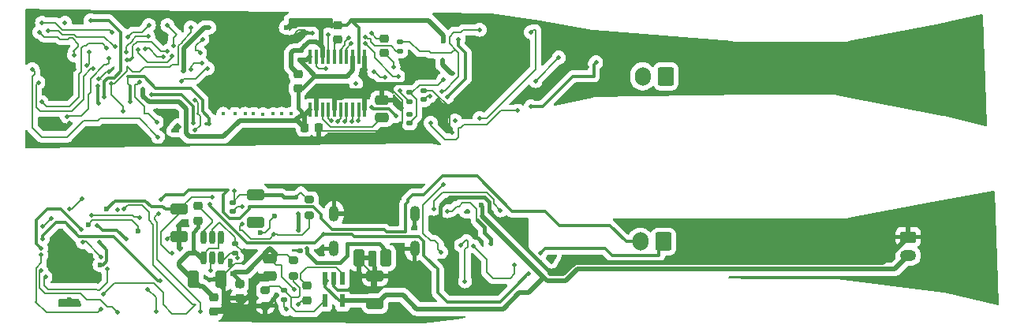
<source format=gbl>
G04 #@! TF.GenerationSoftware,KiCad,Pcbnew,8.0.7*
G04 #@! TF.CreationDate,2025-06-23T12:01:53+08:00*
G04 #@! TF.ProjectId,Pagtingin_Final,50616774-696e-4676-996e-5f46696e616c,rev?*
G04 #@! TF.SameCoordinates,Original*
G04 #@! TF.FileFunction,Copper,L2,Bot*
G04 #@! TF.FilePolarity,Positive*
%FSLAX46Y46*%
G04 Gerber Fmt 4.6, Leading zero omitted, Abs format (unit mm)*
G04 Created by KiCad (PCBNEW 8.0.7) date 2025-06-23 12:01:53*
%MOMM*%
%LPD*%
G01*
G04 APERTURE LIST*
G04 Aperture macros list*
%AMRoundRect*
4,1,4,-3,2,-5,4,-7,6,-9,8,-3,2,0*
1,1,$1,$2,$3*
1,1,$1,$2,$3*
1,1,$1,$2,$3*
1,1,$1,$2,$3*
20,1,$1,$2,$3,$4,$5,90*
20,1,$1,$2,$3,$4,$5,90*
20,1,$1,$2,$3,$4,$5,90*
20,1,$1,$2,$3,$4,$5,90*%
G04 Aperture macros list end*
G04 #@! TA.AperFunction,ComponentPad*
%ADD10C,0.45*%
G04 #@! TD*
G04 #@! TA.AperFunction,ComponentPad*
%AMCOMP1*
4,1,3,
0.6,0.75,
-0.6,0.75,
-0.6,-0.75,
0.6,-0.75,
0*
4,1,19,
0.35000000000000003,0.75,
0.36223587092621162,0.82725424859373686,
0.39774575140626317,0.89694631307311834,
0.45305368692688175,0.95225424859373686,
0.52274575140626323,0.98776412907378841,
0.60000000000000009,1,
0.677254248593737,0.98776412907378841,
0.74694631307311832,0.95225424859373686,
0.80225424859373684,0.89694631307311834,
0.83776412907378839,0.82725424859373686,
0.85,0.75,
0.83776412907378839,0.672745751406263,
0.80225424859373684,0.60305368692688177,
0.74694631307311832,0.54774575140626314,
0.67725424859373684,0.51223587092621159,
0.6,0.49999999999999994,
0.52274575140626323,0.51223587092621159,
0.4530536869268818,0.54774575140626314,
0.39774575140626317,0.60305368692688166,
0.36223587092621162,0.67274575140626314,
0*
4,1,19,
-0.85,0.75,
-0.83776412907378839,0.82725424859373686,
-0.80225424859373684,0.89694631307311834,
-0.7469463130731181,0.95225424859373686,
-0.67725424859373673,0.98776412907378841,
-0.59999999999999987,1,
-0.522745751406263,0.98776412907378841,
-0.45305368692688169,0.95225424859373686,
-0.39774575140626306,0.89694631307311834,
-0.36223587092621151,0.82725424859373686,
-0.34999999999999992,0.75,
-0.36223587092621151,0.672745751406263,
-0.39774575140626306,0.60305368692688177,
-0.45305368692688158,0.54774575140626314,
-0.52274575140626311,0.51223587092621159,
-0.6,0.5,
-0.67725424859373673,0.51223587092621159,
-0.74694631307311821,0.54774575140626314,
-0.80225424859373684,0.60305368692688166,
-0.83776412907378839,0.67274575140626314,
0*
4,1,19,
-0.85,-0.75,
-0.83776412907378839,-0.67274575140626314,
-0.80225424859373684,-0.60305368692688166,
-0.74694631307311821,-0.54774575140626314,
-0.67725424859373684,-0.51223587092621159,
-0.6,-0.49999999999999994,
-0.52274575140626311,-0.51223587092621159,
-0.4530536869268818,-0.54774575140626314,
-0.39774575140626317,-0.60305368692688166,
-0.36223587092621162,-0.67274575140626314,
-0.35000000000000003,-0.75,
-0.36223587092621162,-0.827254248593737,
-0.39774575140626317,-0.89694631307311823,
-0.45305368692688169,-0.95225424859373686,
-0.52274575140626323,-0.98776412907378841,
-0.60000000000000009,-1,
-0.67725424859373684,-0.98776412907378841,
-0.74694631307311832,-0.95225424859373686,
-0.80225424859373684,-0.89694631307311834,
-0.83776412907378839,-0.82725424859373686,
0*
4,1,19,
0.34999999999999992,-0.75,
0.36223587092621151,-0.67274575140626314,
0.39774575140626306,-0.60305368692688166,
0.45305368692688164,-0.54774575140626314,
0.52274575140626311,-0.51223587092621159,
0.6,-0.5,
0.67725424859373684,-0.51223587092621159,
0.74694631307311821,-0.54774575140626314,
0.80225424859373684,-0.60305368692688166,
0.83776412907378839,-0.67274575140626314,
0.85,-0.75,
0.83776412907378839,-0.827254248593737,
0.80225424859373684,-0.89694631307311823,
0.74694631307311821,-0.95225424859373686,
0.67725424859373673,-0.98776412907378841,
0.59999999999999987,-1,
0.52274575140626311,-0.98776412907378841,
0.45305368692688169,-0.95225424859373686,
0.39774575140626306,-0.89694631307311834,
0.36223587092621151,-0.82725424859373686,
0*
4,1,3,
0.60000000000000009,1,
0.6,0.49999999999999994,
-0.6,0.5,
-0.59999999999999987,1,
0*
4,1,3,
-0.85,0.75,
-0.34999999999999992,0.75,
-0.35000000000000003,-0.75,
-0.85,-0.75,
0*
4,1,3,
-0.60000000000000009,-1,
-0.6,-0.49999999999999994,
0.6,-0.5,
0.59999999999999987,-1,
0*
4,1,3,
0.85,-0.75,
0.34999999999999992,-0.75,
0.35000000000000003,0.75,
0.85,0.75,
0*%
%ADD11COMP1,0.25X0.75X-0.6X0.75X0.6X-0.75X0.6X-0.75X-0.6X0*%
G04 #@! TD*
G04 #@! TA.AperFunction,ComponentPad*
%ADD12O,1.7X2*%
G04 #@! TD*
G04 #@! TA.AperFunction,SMDPad,CuDef*
%AMCOMP2*
4,1,3,
0.6,0.75,
-0.6,0.75,
-0.6,-0.75,
0.6,-0.75,
0*
4,1,19,
0.35000000000000003,0.75,
0.36223587092621162,0.82725424859373686,
0.39774575140626317,0.89694631307311834,
0.45305368692688175,0.95225424859373686,
0.52274575140626323,0.98776412907378841,
0.60000000000000009,1,
0.677254248593737,0.98776412907378841,
0.74694631307311832,0.95225424859373686,
0.80225424859373684,0.89694631307311834,
0.83776412907378839,0.82725424859373686,
0.85,0.75,
0.83776412907378839,0.672745751406263,
0.80225424859373684,0.60305368692688177,
0.74694631307311832,0.54774575140626314,
0.67725424859373684,0.51223587092621159,
0.6,0.49999999999999994,
0.52274575140626323,0.51223587092621159,
0.4530536869268818,0.54774575140626314,
0.39774575140626317,0.60305368692688166,
0.36223587092621162,0.67274575140626314,
0*
4,1,19,
-0.85,0.75,
-0.83776412907378839,0.82725424859373686,
-0.80225424859373684,0.89694631307311834,
-0.7469463130731181,0.95225424859373686,
-0.67725424859373673,0.98776412907378841,
-0.59999999999999987,1,
-0.522745751406263,0.98776412907378841,
-0.45305368692688169,0.95225424859373686,
-0.39774575140626306,0.89694631307311834,
-0.36223587092621151,0.82725424859373686,
-0.34999999999999992,0.75,
-0.36223587092621151,0.672745751406263,
-0.39774575140626306,0.60305368692688177,
-0.45305368692688158,0.54774575140626314,
-0.52274575140626311,0.51223587092621159,
-0.6,0.5,
-0.67725424859373673,0.51223587092621159,
-0.74694631307311821,0.54774575140626314,
-0.80225424859373684,0.60305368692688166,
-0.83776412907378839,0.67274575140626314,
0*
4,1,19,
-0.85,-0.75,
-0.83776412907378839,-0.67274575140626314,
-0.80225424859373684,-0.60305368692688166,
-0.74694631307311821,-0.54774575140626314,
-0.67725424859373684,-0.51223587092621159,
-0.6,-0.49999999999999994,
-0.52274575140626311,-0.51223587092621159,
-0.4530536869268818,-0.54774575140626314,
-0.39774575140626317,-0.60305368692688166,
-0.36223587092621162,-0.67274575140626314,
-0.35000000000000003,-0.75,
-0.36223587092621162,-0.827254248593737,
-0.39774575140626317,-0.89694631307311823,
-0.45305368692688169,-0.95225424859373686,
-0.52274575140626323,-0.98776412907378841,
-0.60000000000000009,-1,
-0.67725424859373684,-0.98776412907378841,
-0.74694631307311832,-0.95225424859373686,
-0.80225424859373684,-0.89694631307311834,
-0.83776412907378839,-0.82725424859373686,
0*
4,1,19,
0.34999999999999992,-0.75,
0.36223587092621151,-0.67274575140626314,
0.39774575140626306,-0.60305368692688166,
0.45305368692688164,-0.54774575140626314,
0.52274575140626311,-0.51223587092621159,
0.6,-0.5,
0.67725424859373684,-0.51223587092621159,
0.74694631307311821,-0.54774575140626314,
0.80225424859373684,-0.60305368692688166,
0.83776412907378839,-0.67274575140626314,
0.85,-0.75,
0.83776412907378839,-0.827254248593737,
0.80225424859373684,-0.89694631307311823,
0.74694631307311821,-0.95225424859373686,
0.67725424859373673,-0.98776412907378841,
0.59999999999999987,-1,
0.52274575140626311,-0.98776412907378841,
0.45305368692688169,-0.95225424859373686,
0.39774575140626306,-0.89694631307311834,
0.36223587092621151,-0.82725424859373686,
0*
4,1,3,
0.60000000000000009,1,
0.6,0.49999999999999994,
-0.6,0.5,
-0.59999999999999987,1,
0*
4,1,3,
-0.85,0.75,
-0.34999999999999992,0.75,
-0.35000000000000003,-0.75,
-0.85,-0.75,
0*
4,1,3,
-0.60000000000000009,-1,
-0.6,-0.49999999999999994,
0.6,-0.5,
0.59999999999999987,-1,
0*
4,1,3,
0.85,-0.75,
0.34999999999999992,-0.75,
0.35000000000000003,0.75,
0.85,0.75,
0*%
%ADD13COMP2,0.25X0.75X-0.6X0.75X0.6X-0.75X0.6X-0.75X-0.6X0*%
G04 #@! TD*
G04 #@! TA.AperFunction,SMDPad,CuDef*
%ADD14O,1.7X2*%
G04 #@! TD*
G04 #@! TA.AperFunction,ComponentPad*
%ADD15O,1.1X1.7*%
G04 #@! TD*
G04 #@! TA.AperFunction,ComponentPad*
%AMCOMP3*
4,1,3,
-0.625,0.35000000000000003,
-0.625,-0.34999999999999992,
0.625,-0.35000000000000003,
0.625,0.34999999999999992,
0*
4,1,19,
-0.875,0.35000000000000003,
-0.86276412907378841,0.4272542485937369,
-0.82725424859373686,0.49694631307311832,
-0.77194631307311834,0.55225424859373684,
-0.70225424859373686,0.58776412907378839,
-0.625,0.6,
-0.54774575140626314,0.58776412907378839,
-0.47805368692688172,0.55225424859373684,
-0.42274575140626308,0.49694631307311832,
-0.38723587092621159,0.42725424859373684,
-0.375,0.35000000000000003,
-0.38723587092621159,0.27274575140626306,
-0.42274575140626314,0.20305368692688175,
-0.47805368692688166,0.14774575140626317,
-0.54774575140626314,0.11223587092621162,
-0.625,0.10000000000000002,
-0.70225424859373686,0.11223587092621161,
-0.77194631307311823,0.14774575140626314,
-0.82725424859373686,0.20305368692688169,
-0.86276412907378841,0.27274575140626311,
0*
4,1,19,
-0.875,-0.34999999999999992,
-0.86276412907378841,-0.27274575140626306,
-0.82725424859373686,-0.20305368692688164,
-0.77194631307311834,-0.14774575140626306,
-0.70225424859373686,-0.11223587092621155,
-0.625,-0.099999999999999936,
-0.54774575140626314,-0.11223587092621154,
-0.47805368692688177,-0.14774575140626309,
-0.42274575140626314,-0.20305368692688164,
-0.38723587092621159,-0.27274575140626311,
-0.375,-0.34999999999999992,
-0.38723587092621159,-0.4272542485937369,
-0.42274575140626319,-0.49694631307311821,
-0.47805368692688172,-0.55225424859373684,
-0.54774575140626314,-0.58776412907378839,
-0.625,-0.6,
-0.70225424859373686,-0.58776412907378839,
-0.77194631307311823,-0.55225424859373684,
-0.82725424859373686,-0.49694631307311826,
-0.86276412907378841,-0.42725424859373684,
0*
4,1,19,
0.375,-0.35,
0.38723587092621159,-0.27274575140626311,
0.42274575140626314,-0.20305368692688172,
0.47805368692688172,-0.14774575140626314,
0.54774575140626314,-0.11223587092621162,
0.625,-0.10000000000000002,
0.70225424859373686,-0.11223587092621161,
0.77194631307311823,-0.14774575140626317,
0.82725424859373686,-0.20305368692688172,
0.86276412907378841,-0.27274575140626317,
0.875,-0.35,
0.86276412907378841,-0.42725424859373695,
0.82725424859373686,-0.49694631307311826,
0.77194631307311834,-0.55225424859373684,
0.70225424859373686,-0.58776412907378839,
0.625,-0.6,
0.54774575140626314,-0.58776412907378839,
0.47805368692688172,-0.55225424859373684,
0.42274575140626308,-0.49694631307311832,
0.38723587092621159,-0.4272542485937369,
0*
4,1,19,
0.375,0.35,
0.38723587092621159,0.42725424859373684,
0.42274575140626319,0.49694631307311826,
0.47805368692688177,0.55225424859373684,
0.54774575140626314,0.58776412907378839,
0.625,0.6,
0.70225424859373686,0.58776412907378839,
0.77194631307311823,0.55225424859373684,
0.82725424859373686,0.49694631307311826,
0.86276412907378841,0.42725424859373679,
0.875,0.35,
0.86276412907378841,0.272745751406263,
0.82725424859373686,0.20305368692688167,
0.77194631307311834,0.14774575140626309,
0.70225424859373686,0.11223587092621155,
0.625,0.099999999999999936,
0.54774575140626314,0.11223587092621154,
0.47805368692688177,0.14774575140626306,
0.42274575140626314,0.20305368692688161,
0.38723587092621159,0.27274575140626306,
0*
4,1,3,
-0.875,0.35000000000000003,
-0.375,0.35,
-0.375,-0.35,
-0.875,-0.34999999999999992,
0*
4,1,3,
-0.625,-0.6,
-0.625,-0.099999999999999936,
0.625,-0.10000000000000002,
0.625,-0.6,
0*
4,1,3,
0.875,-0.35000000000000003,
0.375,-0.35,
0.375,0.35,
0.875,0.34999999999999992,
0*
4,1,3,
0.625,0.6,
0.625,0.099999999999999936,
-0.625,0.10000000000000002,
-0.625,0.6,
0*%
%ADD16COMP3,0.25X0.35X0.625X-0.35X0.625X-0.35X-0.625X0.35X-0.625X0*%
G04 #@! TD*
G04 #@! TA.AperFunction,ComponentPad*
%ADD17O,1.75X1.2*%
G04 #@! TD*
G04 #@! TA.AperFunction,SMDPad,CuDef*
%AMCOMP4*
4,1,3,
-0.475,0.25000000000000006,
-0.475,-0.24999999999999997,
0.475,-0.25000000000000006,
0.475,0.24999999999999997,
0*
4,1,19,
-0.725,0.25000000000000006,
-0.71276412907378839,0.32725424859373692,
-0.67725424859373684,0.39694631307311834,
-0.62194631307311821,0.45225424859373692,
-0.55225424859373684,0.48776412907378847,
-0.47499999999999992,0.5,
-0.39774575140626306,0.48776412907378841,
-0.32805368692688175,0.45225424859373686,
-0.27274575140626311,0.39694631307311834,
-0.23723587092621157,0.32725424859373686,
-0.22499999999999995,0.25000000000000006,
-0.2372358709262116,0.17274575140626311,
-0.27274575140626311,0.10305368692688176,
-0.32805368692688164,0.047745751406263186,
-0.39774575140626311,0.012235870926211641,
-0.47499999999999992,0.000000000000000029084400903281456,
-0.55225424859373673,0.012235870926211622,
-0.62194631307311821,0.047745751406263144,
-0.67725424859373684,0.1030536869268817,
-0.71276412907378839,0.17274575140626314,
0*
4,1,19,
-0.725,-0.24999999999999994,
-0.71276412907378839,-0.17274575140626308,
-0.67725424859373684,-0.10305368692688167,
-0.62194631307311821,-0.0477457514062631,
-0.55225424859373684,-0.012235870926211584,
-0.475,0.000000000000000029084400903281456,
-0.39774575140626311,-0.012235870926211565,
-0.32805368692688175,-0.047745751406263116,
-0.27274575140626311,-0.10305368692688167,
-0.2372358709262116,-0.17274575140626311,
-0.225,-0.24999999999999997,
-0.23723587092621162,-0.32725424859373692,
-0.27274575140626311,-0.39694631307311823,
-0.32805368692688164,-0.45225424859373686,
-0.39774575140626317,-0.48776412907378841,
-0.475,-0.49999999999999994,
-0.55225424859373673,-0.48776412907378836,
-0.62194631307311821,-0.45225424859373681,
-0.67725424859373684,-0.39694631307311828,
-0.71276412907378839,-0.32725424859373686,
0*
4,1,19,
0.22499999999999995,-0.25,
0.2372358709262116,-0.17274575140626316,
0.27274575140626311,-0.10305368692688173,
0.32805368692688169,-0.047745751406263158,
0.39774575140626311,-0.012235870926211641,
0.475,-0.000000000000000029084400903281456,
0.55225424859373684,-0.012235870926211622,
0.62194631307311821,-0.047745751406263172,
0.67725424859373684,-0.10305368692688173,
0.71276412907378839,-0.17274575140626319,
0.725,-0.25,
0.71276412907378839,-0.327254248593737,
0.67725424859373684,-0.39694631307311828,
0.62194631307311832,-0.45225424859373692,
0.55225424859373684,-0.48776412907378847,
0.475,-0.5,
0.39774575140626311,-0.48776412907378841,
0.32805368692688175,-0.45225424859373686,
0.27274575140626311,-0.39694631307311834,
0.23723587092621157,-0.32725424859373692,
0*
4,1,19,
0.225,0.25,
0.23723587092621162,0.32725424859373686,
0.27274575140626311,0.39694631307311828,
0.32805368692688169,0.45225424859373686,
0.39774575140626317,0.48776412907378841,
0.47500000000000003,0.49999999999999994,
0.55225424859373684,0.48776412907378836,
0.62194631307311821,0.45225424859373681,
0.67725424859373684,0.39694631307311828,
0.71276412907378839,0.32725424859373681,
0.725,0.25,
0.71276412907378839,0.17274575140626303,
0.67725424859373684,0.1030536869268817,
0.62194631307311832,0.04774575140626313,
0.55225424859373684,0.012235870926211584,
0.47500000000000003,-0.000000000000000029084400903281462,
0.39774575140626317,0.012235870926211565,
0.32805368692688175,0.047745751406263089,
0.27274575140626311,0.10305368692688165,
0.2372358709262116,0.17274575140626305,
0*
4,1,3,
-0.725,0.25000000000000006,
-0.22499999999999995,0.24999999999999997,
-0.225,-0.25,
-0.725,-0.24999999999999992,
0*
4,1,3,
-0.47500000000000003,-0.49999999999999994,
-0.475,0.000000000000000029084400903281456,
0.475,-0.000000000000000029084400903281456,
0.47499999999999992,-0.5,
0*
4,1,3,
0.725,-0.25000000000000006,
0.22499999999999995,-0.24999999999999997,
0.225,0.25,
0.725,0.24999999999999992,
0*
4,1,3,
0.47500000000000003,0.49999999999999994,
0.475,-0.000000000000000029084400903281456,
-0.475,0.000000000000000029084400903281456,
-0.47499999999999992,0.5,
0*%
%ADD18COMP4,0.25X0.25X0.475X-0.25X0.475X-0.25X-0.475X0.25X-0.475X0*%
G04 #@! TD*
G04 #@! TA.AperFunction,SMDPad,CuDef*
%AMCOMP5*
4,1,3,
0.25625,-0.21875000000000003,
0.25625,0.21874999999999997,
-0.25625,0.21875000000000003,
-0.25625,-0.21874999999999997,
0*
4,1,19,
0.037499999999999964,-0.21875,
0.048206387060435139,-0.15115253248048027,
0.079277532480480223,-0.090171976061021508,
0.12767197606102149,-0.041777532480480252,
0.18865253248048022,-0.010706387060435181,
0.25625,-0.000000000000000015690268908349208,
0.32384746751951971,-0.01070638706043516,
0.38482802393897841,-0.041777532480480266,
0.43322246751951971,-0.090171976061021508,
0.46429361293956484,-0.15115253248048025,
0.475,-0.21875,
0.46429361293956484,-0.28634746751951984,
0.43322246751951976,-0.34732802393897844,
0.38482802393897853,-0.39572246751951973,
0.32384746751951976,-0.42679361293956486,
0.25625000000000003,-0.4375,
0.18865253248048025,-0.42679361293956486,
0.12767197606102151,-0.39572246751951978,
0.079277532480480223,-0.34732802393897855,
0.048206387060435126,-0.28634746751951978,
0*
4,1,19,
0.037499999999999992,0.21875,
0.048206387060435167,0.28634746751951973,
0.079277532480480251,0.34732802393897849,
0.12767197606102151,0.39572246751951978,
0.18865253248048025,0.42679361293956486,
0.25625,0.4375,
0.32384746751951971,0.42679361293956486,
0.38482802393897841,0.39572246751951978,
0.43322246751951971,0.34732802393897855,
0.46429361293956484,0.28634746751951973,
0.475,0.21875,
0.46429361293956484,0.15115253248048016,
0.43322246751951976,0.090171976061021508,
0.38482802393897853,0.041777532480480252,
0.32384746751951976,0.010706387060435149,
0.25625000000000003,-0.000000000000000015690268908349211,
0.18865253248048028,0.010706387060435129,
0.12767197606102154,0.04177753248048021,
0.079277532480480251,0.090171976061021453,
0.048206387060435153,0.15115253248048022,
0*
4,1,19,
-0.475,0.21875000000000003,
-0.46429361293956484,0.28634746751951978,
-0.43322246751951976,0.34732802393897849,
-0.38482802393897847,0.39572246751951978,
-0.32384746751951976,0.42679361293956486,
-0.25625,0.4375,
-0.18865253248048022,0.42679361293956486,
-0.12767197606102149,0.39572246751951978,
-0.079277532480480223,0.34732802393897855,
-0.048206387060435126,0.28634746751951978,
-0.037499999999999964,0.21875000000000003,
-0.048206387060435139,0.15115253248048019,
-0.0792775324804802,0.090171976061021536,
-0.12767197606102146,0.04177753248048028,
-0.1886525324804802,0.010706387060435181,
-0.25624999999999992,0.000000000000000015690268908349205,
-0.32384746751951965,0.01070638706043516,
-0.38482802393897841,0.041777532480480238,
-0.43322246751951971,0.09017197606102148,
-0.46429361293956484,0.15115253248048025,
0*
4,1,19,
-0.475,-0.21874999999999997,
-0.46429361293956484,-0.15115253248048025,
-0.43322246751951976,-0.09017197606102148,
-0.38482802393897847,-0.041777532480480224,
-0.32384746751951976,-0.010706387060435149,
-0.25625,0.000000000000000015690268908349208,
-0.18865253248048025,-0.010706387060435129,
-0.12767197606102151,-0.041777532480480238,
-0.079277532480480251,-0.09017197606102148,
-0.048206387060435153,-0.15115253248048022,
-0.037499999999999992,-0.21874999999999997,
-0.048206387060435167,-0.28634746751951978,
-0.079277532480480223,-0.34732802393897844,
-0.12767197606102149,-0.39572246751951973,
-0.18865253248048022,-0.42679361293956486,
-0.25624999999999992,-0.4375,
-0.32384746751951965,-0.42679361293956486,
-0.38482802393897841,-0.39572246751951978,
-0.43322246751951971,-0.34732802393897855,
-0.46429361293956484,-0.28634746751951973,
0*
4,1,3,
0.475,-0.21875000000000003,
0.037499999999999964,-0.21875,
0.037499999999999992,0.21875,
0.475,0.21874999999999997,
0*
4,1,3,
0.25625,0.4375,
0.25625,-0.000000000000000015690268908349208,
-0.25625,0.000000000000000015690268908349208,
-0.25625,0.4375,
0*
4,1,3,
-0.475,0.21875000000000003,
-0.037499999999999964,0.21875,
-0.037499999999999992,-0.21875,
-0.475,-0.21874999999999997,
0*
4,1,3,
-0.25625,-0.4375,
-0.25625,0.000000000000000015690268908349208,
0.25625,-0.000000000000000015690268908349208,
0.25625,-0.4375,
0*%
%ADD19COMP5,0.21875X-0.21875X-0.25625X0.21875X-0.25625X0.21875X0.25625X-0.21875X0.25625X0*%
G04 #@! TD*
G04 #@! TA.AperFunction,SMDPad,CuDef*
%AMCOMP6*
4,1,3,
-0.099999999999999964,0.6375,
-0.10000000000000005,-0.6375,
0.099999999999999964,-0.6375,
0.10000000000000005,0.6375,
0*
4,1,19,
-0.19999999999999998,0.6375,
-0.19510565162951535,0.66840169943749472,
-0.18090169943749471,0.69627852522924727,
-0.15877852522924726,0.71840169943749466,
-0.13090169943749469,0.7326056516295153,
-0.099999999999999964,0.73749999999999993,
-0.069098300562505224,0.7326056516295153,
-0.041221474770752657,0.71840169943749466,
-0.019098300562505222,0.69627852522924727,
-0.0048943483704846089,0.66840169943749472,
0.000000000000000039034327528088274,0.6375,
-0.0048943483704846124,0.60659830056250519,
-0.019098300562505215,0.57872147477075264,
-0.041221474770752643,0.55659830056250525,
-0.069098300562505224,0.54239434837048461,
-0.099999999999999964,0.5375,
-0.13090169943749472,0.54239434837048461,
-0.15877852522924726,0.55659830056250525,
-0.18090169943749471,0.57872147477075264,
-0.19510565162951535,0.60659830056250519,
0*
4,1,19,
-0.20000000000000004,-0.6375,
-0.1951056516295154,-0.60659830056250519,
-0.18090169943749479,-0.57872147477075264,
-0.15877852522924735,-0.55659830056250525,
-0.13090169943749477,-0.54239434837048461,
-0.10000000000000003,-0.5375,
-0.0690983005625053,-0.54239434837048461,
-0.041221474770752733,-0.55659830056250525,
-0.019098300562505298,-0.57872147477075264,
-0.004894348370484687,-0.60659830056250519,
-0.000000000000000039034327528088274,-0.6375,
-0.00489434837048469,-0.66840169943749472,
-0.019098300562505291,-0.69627852522924727,
-0.04122147477075272,-0.71840169943749466,
-0.0690983005625053,-0.7326056516295153,
-0.10000000000000003,-0.73749999999999993,
-0.1309016994374948,-0.7326056516295153,
-0.15877852522924735,-0.71840169943749466,
-0.18090169943749479,-0.69627852522924727,
-0.1951056516295154,-0.66840169943749472,
0*
4,1,19,
-0.000000000000000039034327528088274,-0.6375,
0.0048943483704846124,-0.60659830056250519,
0.019098300562505215,-0.57872147477075264,
0.041221474770752657,-0.55659830056250525,
0.069098300562505238,-0.54239434837048461,
0.099999999999999978,-0.5375,
0.13090169943749472,-0.54239434837048461,
0.15877852522924729,-0.55659830056250525,
0.18090169943749471,-0.57872147477075264,
0.19510565162951535,-0.60659830056250519,
0.19999999999999998,-0.6375,
0.19510565162951535,-0.66840169943749472,
0.18090169943749471,-0.69627852522924727,
0.15877852522924729,-0.71840169943749466,
0.13090169943749472,-0.7326056516295153,
0.099999999999999978,-0.73749999999999993,
0.069098300562505238,-0.7326056516295153,
0.041221474770752671,-0.71840169943749466,
0.019098300562505222,-0.69627852522924727,
0.0048943483704846089,-0.66840169943749472,
0*
4,1,19,
0.000000000000000039034327528088274,0.6375,
0.00489434837048469,0.66840169943749472,
0.019098300562505291,0.69627852522924727,
0.041221474770752733,0.71840169943749466,
0.069098300562505308,0.7326056516295153,
0.10000000000000005,0.73749999999999993,
0.1309016994374948,0.7326056516295153,
0.15877852522924737,0.71840169943749466,
0.18090169943749479,0.69627852522924727,
0.1951056516295154,0.66840169943749472,
0.20000000000000004,0.6375,
0.1951056516295154,0.60659830056250519,
0.18090169943749479,0.57872147477075264,
0.15877852522924737,0.55659830056250525,
0.1309016994374948,0.54239434837048461,
0.10000000000000005,0.5375,
0.069098300562505308,0.54239434837048461,
0.041221474770752747,0.55659830056250525,
0.019098300562505298,0.57872147477075264,
0.004894348370484687,0.60659830056250519,
0*
4,1,3,
-0.19999999999999998,0.6375,
0.000000000000000039034327528088274,0.6375,
-0.000000000000000039034327528088274,-0.6375,
-0.20000000000000004,-0.6375,
0*
4,1,3,
-0.10000000000000005,-0.73749999999999993,
-0.10000000000000003,-0.5375,
0.099999999999999978,-0.5375,
0.099999999999999964,-0.73749999999999993,
0*
4,1,3,
0.19999999999999998,-0.6375,
-0.000000000000000039034327528088274,-0.6375,
0.000000000000000039034327528088274,0.6375,
0.20000000000000004,0.6375,
0*
4,1,3,
0.10000000000000005,0.73749999999999993,
0.10000000000000003,0.5375,
-0.099999999999999978,0.5375,
-0.099999999999999964,0.73749999999999993,
0*%
%ADD20COMP6,0.1X0.6375X0.1X-0.6375X0.1X-0.6375X-0.1X0.6375X-0.1X0*%
G04 #@! TD*
G04 #@! TA.AperFunction,SMDPad,CuDef*
%AMCOMP7*
4,1,3,
0.25,-0.22500000000000003,
0.25,0.22499999999999998,
-0.25,0.22500000000000003,
-0.25,-0.22499999999999998,
0*
4,1,19,
0.024999999999999981,-0.225,
0.036012283833590446,-0.15547117626563683,
0.067971176265636812,-0.09274831823419355,
0.11774831823419354,-0.042971176265636825,
0.1804711762656368,-0.011012283833590469,
0.25,-0.000000000000000015307579422779716,
0.31952882373436314,-0.01101228383359045,
0.38225168176580643,-0.042971176265636839,
0.43202882373436313,-0.09274831823419355,
0.46398771616640955,-0.15547117626563686,
0.475,-0.225,
0.46398771616640955,-0.29452882373436329,
0.43202882373436324,-0.35725168176580646,
0.38225168176580648,-0.40702882373436317,
0.3195288237343632,-0.43898771616640953,
0.25000000000000006,-0.45,
0.18047117626563683,-0.43898771616640958,
0.11774831823419357,-0.40702882373436322,
0.067971176265636812,-0.35725168176580652,
0.036012283833590432,-0.29452882373436323,
0*
4,1,19,
0.025000000000000008,0.225,
0.036012283833590474,0.29452882373436318,
0.06797117626563684,0.35725168176580646,
0.11774831823419357,0.40702882373436322,
0.18047117626563683,0.43898771616640953,
0.25,0.45,
0.31952882373436314,0.43898771616640958,
0.38225168176580643,0.40702882373436322,
0.43202882373436313,0.35725168176580646,
0.46398771616640955,0.29452882373436312,
0.475,0.225,
0.46398771616640955,0.15547117626563675,
0.43202882373436324,0.09274831823419355,
0.38225168176580648,0.042971176265636825,
0.3195288237343632,0.011012283833590439,
0.25000000000000006,-0.000000000000000015307579422779719,
0.18047117626563686,0.01101228383359042,
0.1177483182341936,0.042971176265636783,
0.06797117626563684,0.0927483182341935,
0.03601228383359046,0.15547117626563678,
0*
4,1,19,
-0.475,0.22500000000000003,
-0.46398771616640955,0.29452882373436323,
-0.43202882373436319,0.35725168176580646,
-0.38225168176580648,0.40702882373436322,
-0.3195288237343632,0.43898771616640953,
-0.24999999999999997,0.45,
-0.18047117626563683,0.43898771616640958,
-0.11774831823419354,0.40702882373436322,
-0.067971176265636812,0.35725168176580646,
-0.036012283833590432,0.29452882373436318,
-0.024999999999999981,0.22500000000000003,
-0.036012283833590446,0.15547117626563678,
-0.067971176265636785,0.092748318234193577,
-0.11774831823419352,0.042971176265636853,
-0.1804711762656368,0.011012283833590469,
-0.24999999999999997,0.000000000000000015307579422779713,
-0.31952882373436314,0.01101228383359045,
-0.38225168176580637,0.042971176265636811,
-0.43202882373436313,0.092748318234193522,
-0.46398771616640955,0.15547117626563681,
0*
4,1,19,
-0.475,-0.22499999999999998,
-0.46398771616640955,-0.15547117626563681,
-0.43202882373436319,-0.092748318234193522,
-0.38225168176580648,-0.0429711762656368,
-0.3195288237343632,-0.011012283833590439,
-0.25,0.000000000000000015307579422779716,
-0.18047117626563686,-0.01101228383359042,
-0.11774831823419357,-0.042971176265636811,
-0.06797117626563684,-0.092748318234193522,
-0.03601228383359046,-0.15547117626563683,
-0.025000000000000008,-0.22499999999999998,
-0.036012283833590474,-0.29452882373436323,
-0.067971176265636812,-0.35725168176580646,
-0.11774831823419354,-0.40702882373436317,
-0.18047117626563683,-0.43898771616640953,
-0.25,-0.45,
-0.31952882373436314,-0.43898771616640958,
-0.38225168176580637,-0.40702882373436322,
-0.43202882373436313,-0.35725168176580652,
-0.46398771616640955,-0.29452882373436318,
0*
4,1,3,
0.475,-0.22500000000000003,
0.024999999999999981,-0.225,
0.025000000000000008,0.225,
0.475,0.22499999999999998,
0*
4,1,3,
0.25,0.45,
0.25,-0.000000000000000015307579422779716,
-0.25,0.000000000000000015307579422779716,
-0.24999999999999997,0.45,
0*
4,1,3,
-0.475,0.22500000000000003,
-0.024999999999999981,0.225,
-0.025000000000000008,-0.225,
-0.475,-0.22499999999999998,
0*
4,1,3,
-0.25,-0.45,
-0.25,0.000000000000000015307579422779716,
0.25,-0.000000000000000015307579422779716,
0.24999999999999997,-0.45,
0*%
%ADD21COMP7,0.225X-0.225X-0.25X0.225X-0.25X0.225X0.25X-0.225X0.25X0*%
G04 #@! TD*
G04 #@! TA.AperFunction,SMDPad,CuDef*
%AMCOMP8*
4,1,3,
0.17,-0.14,
0.17,0.14,
-0.17,0.14,
-0.17,-0.14,
0*
4,1,19,
0.029999999999999992,-0.14,
0.036852087718678504,-0.096737620787507375,
0.056737620787507347,-0.05771006467905377,
0.087710064679053762,-0.026737620787507362,
0.12673762078750736,-0.00685208771867852,
0.17,-0.000000000000000010409154007490207,
0.21326237921249264,-0.0068520877186784976,
0.25228993532094623,-0.026737620787507368,
0.28326237921249264,-0.057710064679053763,
0.30314791228132154,-0.096737620787507375,
0.31000000000000005,-0.14,
0.30314791228132154,-0.18326237921249272,
0.2832623792124927,-0.22228993532094629,
0.25228993532094629,-0.25326237921249267,
0.21326237921249266,-0.27314791228132151,
0.17,-0.28,
0.12673762078750736,-0.27314791228132151,
0.087710064679053776,-0.25326237921249267,
0.056737620787507353,-0.22228993532094629,
0.0368520877186785,-0.18326237921249269,
0*
4,1,19,
0.030000000000000006,0.14,
0.036852087718678525,0.18326237921249267,
0.056737620787507367,0.22228993532094626,
0.087710064679053776,0.25326237921249267,
0.12673762078750739,0.27314791228132151,
0.17000000000000004,0.28,
0.21326237921249266,0.27314791228132151,
0.25228993532094623,0.25326237921249267,
0.28326237921249264,0.22228993532094624,
0.30314791228132154,0.18326237921249264,
0.31000000000000005,0.14,
0.30314791228132154,0.09673762078750732,
0.2832623792124927,0.057710064679053763,
0.25228993532094629,0.026737620787507355,
0.21326237921249269,0.0068520877186784993,
0.17000000000000004,-0.000000000000000010409154007490209,
0.12673762078750739,0.0068520877186784767,
0.08771006467905379,0.026737620787507334,
0.056737620787507374,0.057710064679053728,
0.036852087718678518,0.096737620787507334,
0*
4,1,19,
-0.31000000000000005,0.14000000000000004,
-0.30314791228132154,0.18326237921249269,
-0.28326237921249264,0.22228993532094629,
-0.25228993532094623,0.25326237921249267,
-0.21326237921249264,0.27314791228132151,
-0.16999999999999998,0.28,
-0.12673762078750736,0.27314791228132151,
-0.087710064679053762,0.25326237921249267,
-0.056737620787507353,0.22228993532094626,
-0.0368520877186785,0.18326237921249267,
-0.029999999999999992,0.14000000000000004,
-0.036852087718678504,0.096737620787507334,
-0.056737620787507333,0.057710064679053784,
-0.087710064679053748,0.026737620787507375,
-0.12673762078750733,0.00685208771867852,
-0.16999999999999998,0.000000000000000010409154007490206,
-0.21326237921249264,0.0068520877186784976,
-0.25228993532094623,0.026737620787507355,
-0.28326237921249264,0.057710064679053749,
-0.30314791228132154,0.096737620787507347,
0*
4,1,19,
-0.31000000000000005,-0.13999999999999999,
-0.30314791228132154,-0.096737620787507361,
-0.28326237921249264,-0.057710064679053749,
-0.25228993532094623,-0.026737620787507341,
-0.21326237921249266,-0.0068520877186784993,
-0.17,0.000000000000000010409154007490207,
-0.12673762078750739,-0.0068520877186784767,
-0.087710064679053776,-0.026737620787507348,
-0.056737620787507374,-0.057710064679053742,
-0.036852087718678518,-0.096737620787507361,
-0.030000000000000006,-0.13999999999999999,
-0.036852087718678525,-0.18326237921249269,
-0.056737620787507353,-0.22228993532094626,
-0.087710064679053762,-0.25326237921249267,
-0.12673762078750736,-0.27314791228132151,
-0.17,-0.28,
-0.21326237921249266,-0.27314791228132151,
-0.25228993532094623,-0.25326237921249267,
-0.28326237921249264,-0.22228993532094626,
-0.30314791228132154,-0.18326237921249267,
0*
4,1,3,
0.31000000000000005,-0.14000000000000004,
0.029999999999999992,-0.14,
0.030000000000000006,0.14,
0.31000000000000005,0.13999999999999999,
0*
4,1,3,
0.17000000000000004,0.28,
0.17,-0.000000000000000010409154007490207,
-0.17,0.000000000000000010409154007490207,
-0.16999999999999998,0.28,
0*
4,1,3,
-0.31000000000000005,0.14000000000000004,
-0.029999999999999992,0.14,
-0.030000000000000006,-0.14,
-0.31000000000000005,-0.13999999999999999,
0*
4,1,3,
-0.17000000000000004,-0.28,
-0.17,0.000000000000000010409154007490207,
0.17,-0.000000000000000010409154007490207,
0.16999999999999998,-0.28,
0*%
%ADD22COMP8,0.14X-0.14X-0.17X0.14X-0.17X0.14X0.17X-0.14X0.17X0*%
G04 #@! TD*
G04 #@! TA.AperFunction,SMDPad,CuDef*
%AMCOMP9*
4,1,3,
-0.14999999999999997,0.5125,
-0.15000000000000002,-0.5125,
0.14999999999999997,-0.5125,
0.15000000000000002,0.5125,
0*
4,1,19,
-0.29999999999999993,0.5125,
-0.29265847744427292,0.558852549156242,
-0.271352549156242,0.60066778784387087,
-0.23816778784387094,0.63385254915624212,
-0.19635254915624209,0.65515847744427291,
-0.14999999999999997,0.6625,
-0.10364745084375786,0.655158477444273,
-0.061832212156128996,0.63385254915624212,
-0.028647450843757864,0.600667787843871,
-0.0073415225557269476,0.558852549156242,
0.000000000000000031380537816698416,0.5125,
-0.0073415225557269528,0.4661474508437578,
-0.028647450843757836,0.424332212156129,
-0.061832212156128989,0.39114745084375785,
-0.10364745084375784,0.36984152255572694,
-0.14999999999999994,0.36249999999999993,
-0.19635254915624203,0.36984152255572689,
-0.23816778784387091,0.39114745084375779,
-0.27135254915624207,0.42433221215612893,
-0.29265847744427292,0.4661474508437578,
0*
4,1,19,
-0.30000000000000004,-0.5125,
-0.29265847744427304,-0.46614745084375786,
-0.27135254915624207,-0.424332212156129,
-0.238167787843871,-0.39114745084375785,
-0.19635254915624215,-0.36984152255572694,
-0.15000000000000002,-0.36249999999999993,
-0.10364745084375793,-0.36984152255572689,
-0.061832212156129059,-0.39114745084375785,
-0.028647450843757926,-0.424332212156129,
-0.00734152255572701,-0.46614745084375786,
-0.000000000000000031380537816698416,-0.5125,
-0.0073415225557270153,-0.55885254915624216,
-0.028647450843757898,-0.60066778784387087,
-0.061832212156129052,-0.633852549156242,
-0.10364745084375791,-0.65515847744427291,
-0.15,-0.6625,
-0.19635254915624209,-0.655158477444273,
-0.23816778784387097,-0.63385254915624212,
-0.27135254915624213,-0.600667787843871,
-0.29265847744427304,-0.558852549156242,
0*
4,1,19,
-0.000000000000000031380537816698416,-0.5125,
0.0073415225557269528,-0.46614745084375786,
0.028647450843757864,-0.424332212156129,
0.061832212156129,-0.39114745084375785,
0.10364745084375784,-0.36984152255572694,
0.14999999999999997,-0.36249999999999993,
0.19635254915624206,-0.36984152255572689,
0.23816778784387091,-0.39114745084375785,
0.27135254915624207,-0.424332212156129,
0.29265847744427292,-0.46614745084375786,
0.29999999999999993,-0.5125,
0.29265847744427292,-0.55885254915624216,
0.27135254915624207,-0.60066778784387087,
0.23816778784387097,-0.633852549156242,
0.19635254915624209,-0.65515847744427291,
0.15,-0.6625,
0.10364745084375787,-0.655158477444273,
0.061832212156129024,-0.63385254915624212,
0.028647450843757864,-0.600667787843871,
0.0073415225557269476,-0.558852549156242,
0*
4,1,19,
0.000000000000000031380537816698416,0.5125,
0.0073415225557270153,0.558852549156242,
0.028647450843757926,0.60066778784387087,
0.061832212156129066,0.63385254915624212,
0.10364745084375791,0.65515847744427291,
0.15000000000000002,0.6625,
0.19635254915624212,0.655158477444273,
0.23816778784387097,0.63385254915624212,
0.27135254915624213,0.600667787843871,
0.29265847744427304,0.558852549156242,
0.30000000000000004,0.5125,
0.29265847744427304,0.4661474508437578,
0.27135254915624213,0.424332212156129,
0.23816778784387102,0.39114745084375785,
0.19635254915624215,0.36984152255572694,
0.15000000000000005,0.36249999999999993,
0.10364745084375794,0.36984152255572689,
0.061832212156129086,0.39114745084375779,
0.028647450843757926,0.42433221215612893,
0.00734152255572701,0.4661474508437578,
0*
4,1,3,
-0.29999999999999993,0.5125,
0.000000000000000031380537816698416,0.5125,
-0.000000000000000031380537816698416,-0.5125,
-0.30000000000000004,-0.5125,
0*
4,1,3,
-0.15000000000000002,-0.6625,
-0.15000000000000002,-0.36249999999999993,
0.14999999999999997,-0.36249999999999993,
0.14999999999999997,-0.6625,
0*
4,1,3,
0.29999999999999993,-0.5125,
-0.000000000000000031380537816698416,-0.5125,
0.000000000000000031380537816698416,0.5125,
0.30000000000000004,0.5125,
0*
4,1,3,
0.15000000000000002,0.6625,
0.15000000000000002,0.36249999999999993,
-0.14999999999999997,0.36249999999999993,
-0.14999999999999997,0.6625,
0*%
%ADD23COMP9,0.15X0.5125X0.15X-0.5125X0.15X-0.5125X-0.15X0.5125X-0.15X0*%
G04 #@! TD*
G04 #@! TA.AperFunction,SMDPad,CuDef*
%AMCOMP10*
4,1,3,
-0.275,0.20000000000000004,
-0.275,-0.19999999999999998,
0.275,-0.20000000000000004,
0.275,0.19999999999999998,
0*
4,1,19,
-0.47500000000000003,0.20000000000000004,
-0.46521130325903071,0.26180339887498955,
-0.43680339887498953,0.31755705045849464,
-0.39255705045849465,0.36180339887498952,
-0.3368033988749895,0.39021130325903075,
-0.275,0.4,
-0.21319660112501052,0.39021130325903075,
-0.15744294954150537,0.36180339887498952,
-0.11319660112501052,0.31755705045849469,
-0.0847886967409693,0.26180339887498949,
-0.075,0.20000000000000004,
-0.0847886967409693,0.13819660112501048,
-0.11319660112501051,0.0824429495415054,
-0.15744294954150537,0.038196601125010533,
-0.21319660112501052,0.0097886967409693132,
-0.27499999999999997,0.000000000000000016838337365057685,
-0.33680339887498945,0.0097886967409692924,
-0.39255705045849459,0.038196601125010519,
-0.43680339887498953,0.082442949541505356,
-0.46521130325903071,0.1381966011250105,
0*
4,1,19,
-0.47500000000000003,-0.19999999999999998,
-0.46521130325903071,-0.1381966011250105,
-0.43680339887498953,-0.082442949541505356,
-0.39255705045849465,-0.038196601125010478,
-0.3368033988749895,-0.0097886967409692785,
-0.275,0.000000000000000016838337365057688,
-0.21319660112501054,-0.0097886967409692577,
-0.15744294954150539,-0.038196601125010492,
-0.11319660112501054,-0.082442949541505356,
-0.084788696740969324,-0.1381966011250105,
-0.075000000000000025,-0.19999999999999998,
-0.084788696740969324,-0.26180339887498955,
-0.11319660112501052,-0.31755705045849464,
-0.15744294954150539,-0.36180339887498947,
-0.21319660112501054,-0.39021130325903075,
-0.27499999999999997,-0.4,
-0.33680339887498945,-0.39021130325903075,
-0.39255705045849459,-0.36180339887498952,
-0.43680339887498953,-0.31755705045849469,
-0.46521130325903071,-0.26180339887498949,
0*
4,1,19,
0.075,-0.2,
0.0847886967409693,-0.13819660112501053,
0.11319660112501051,-0.082442949541505384,
0.15744294954150539,-0.038196601125010506,
0.21319660112501054,-0.0097886967409693132,
0.275,-0.000000000000000016838337365057688,
0.3368033988749895,-0.0097886967409692924,
0.39255705045849465,-0.038196601125010519,
0.43680339887498953,-0.082442949541505384,
0.46521130325903071,-0.13819660112501053,
0.47500000000000003,-0.2,
0.46521130325903071,-0.2618033988749896,
0.43680339887498953,-0.31755705045849464,
0.39255705045849465,-0.36180339887498947,
0.33680339887498956,-0.39021130325903075,
0.27500000000000008,-0.4,
0.21319660112501054,-0.39021130325903075,
0.15744294954150542,-0.36180339887498952,
0.11319660112501052,-0.31755705045849469,
0.0847886967409693,-0.26180339887498955,
0*
4,1,19,
0.075000000000000025,0.2,
0.084788696740969324,0.26180339887498949,
0.11319660112501052,0.31755705045849464,
0.15744294954150542,0.36180339887498952,
0.21319660112501057,0.39021130325903075,
0.275,0.4,
0.3368033988749895,0.39021130325903075,
0.39255705045849465,0.36180339887498952,
0.43680339887498953,0.31755705045849469,
0.46521130325903071,0.26180339887498943,
0.47500000000000003,0.2,
0.46521130325903071,0.13819660112501045,
0.43680339887498953,0.08244294954150537,
0.39255705045849465,0.038196601125010506,
0.33680339887498956,0.0097886967409692785,
0.27500000000000008,-0.000000000000000016838337365057691,
0.21319660112501057,0.0097886967409692577,
0.15744294954150545,0.038196601125010492,
0.11319660112501054,0.082442949541505328,
0.084788696740969324,0.13819660112501048,
0*
4,1,3,
-0.47500000000000003,0.20000000000000004,
-0.075,0.2,
-0.075000000000000025,-0.2,
-0.47500000000000003,-0.19999999999999998,
0*
4,1,3,
-0.275,-0.4,
-0.275,0.000000000000000016838337365057688,
0.275,-0.000000000000000016838337365057688,
0.275,-0.4,
0*
4,1,3,
0.47500000000000003,-0.20000000000000004,
0.075,-0.2,
0.075000000000000025,0.2,
0.47500000000000003,0.19999999999999998,
0*
4,1,3,
0.275,0.4,
0.275,-0.000000000000000016838337365057688,
-0.275,0.000000000000000016838337365057688,
-0.275,0.4,
0*%
%ADD24COMP10,0.2X0.2X0.275X-0.2X0.275X-0.2X-0.275X0.2X-0.275X0*%
G04 #@! TD*
G04 #@! TA.AperFunction,SMDPad,CuDef*
%AMCOMP11*
4,1,3,
0.185,-0.135,
0.185,0.135,
-0.185,0.135,
-0.185,-0.135,
0*
4,1,19,
0.049999999999999982,-0.135,
0.056607370300154246,-0.0932827057593821,
0.075782705759382091,-0.05564899094051614,
0.10564899094051612,-0.025782705759382109,
0.1432827057593821,-0.0066073703001542725,
0.185,-0.00000000000000001132760877285699,
0.2267172942406179,-0.0066073703001542777,
0.26435100905948383,-0.025782705759382119,
0.29421729424061788,-0.05564899094051614,
0.31339262969984572,-0.0932827057593821,
0.32,-0.135,
0.31339262969984572,-0.17671729424061797,
0.29421729424061793,-0.2143510090594839,
0.26435100905948389,-0.24421729424061792,
0.2267172942406179,-0.26339262969984578,
0.185,-0.27,
0.1432827057593821,-0.26339262969984578,
0.10564899094051614,-0.24421729424061794,
0.075782705759382091,-0.2143510090594839,
0.056607370300154239,-0.17671729424061794,
0*
4,1,19,
0.049999999999999996,0.135,
0.056607370300154267,0.17671729424061791,
0.0757827057593821,0.2143510090594839,
0.10564899094051614,0.24421729424061792,
0.14328270575938212,0.26339262969984578,
0.18500000000000003,0.27,
0.22671729424061793,0.26339262969984578,
0.26435100905948383,0.24421729424061789,
0.29421729424061788,0.21435100905948387,
0.31339262969984572,0.17671729424061791,
0.32,0.135,
0.31339262969984572,0.093282705759382051,
0.29421729424061793,0.055648990940516126,
0.26435100905948389,0.0257827057593821,
0.22671729424061793,0.00660737030015425,
0.18500000000000003,-0.000000000000000011327608772856992,
0.14328270575938212,0.0066073703001542552,
0.10564899094051615,0.025782705759382067,
0.0757827057593821,0.0556489909405161,
0.05660737030015426,0.093282705759382079,
0*
4,1,19,
-0.32,0.13500000000000004,
-0.31339262969984572,0.17671729424061794,
-0.29421729424061793,0.21435100905948393,
-0.26435100905948389,0.24421729424061794,
-0.22671729424061787,0.26339262969984578,
-0.18499999999999997,0.27,
-0.14328270575938207,0.26339262969984578,
-0.10564899094051612,0.24421729424061792,
-0.075782705759382091,0.2143510090594839,
-0.056607370300154239,0.17671729424061794,
-0.049999999999999982,0.13500000000000004,
-0.056607370300154246,0.093282705759382065,
-0.075782705759382063,0.055648990940516153,
-0.10564899094051611,0.025782705759382123,
-0.14328270575938207,0.0066073703001542725,
-0.18499999999999997,0.000000000000000011327608772856987,
-0.22671729424061787,0.0066073703001542777,
-0.26435100905948383,0.025782705759382091,
-0.29421729424061788,0.055648990940516126,
-0.31339262969984572,0.093282705759382092,
0*
4,1,19,
-0.32,-0.13499999999999998,
-0.31339262969984572,-0.093282705759382092,
-0.29421729424061793,-0.055648990940516112,
-0.26435100905948389,-0.025782705759382085,
-0.2267172942406179,-0.00660737030015425,
-0.185,0.00000000000000001132760877285699,
-0.1432827057593821,-0.0066073703001542552,
-0.10564899094051614,-0.025782705759382095,
-0.0757827057593821,-0.055648990940516112,
-0.05660737030015426,-0.093282705759382092,
-0.049999999999999996,-0.13499999999999998,
-0.056607370300154267,-0.17671729424061794,
-0.075782705759382077,-0.21435100905948387,
-0.10564899094051612,-0.24421729424061789,
-0.1432827057593821,-0.26339262969984578,
-0.185,-0.27,
-0.2267172942406179,-0.26339262969984578,
-0.26435100905948383,-0.24421729424061792,
-0.29421729424061788,-0.21435100905948387,
-0.31339262969984572,-0.17671729424061791,
0*
4,1,3,
0.32,-0.13500000000000004,
0.049999999999999982,-0.135,
0.049999999999999996,0.135,
0.32,0.13499999999999998,
0*
4,1,3,
0.18500000000000003,0.27,
0.185,-0.00000000000000001132760877285699,
-0.185,0.00000000000000001132760877285699,
-0.18499999999999997,0.27,
0*
4,1,3,
-0.32,0.13500000000000004,
-0.049999999999999982,0.135,
-0.049999999999999996,-0.135,
-0.32,-0.13499999999999998,
0*
4,1,3,
-0.18500000000000003,-0.27,
-0.185,0.00000000000000001132760877285699,
0.185,-0.00000000000000001132760877285699,
0.18499999999999997,-0.27,
0*%
%ADD25COMP11,0.135X-0.135X-0.185X0.135X-0.185X0.135X0.185X-0.135X0.185X0*%
G04 #@! TD*
G04 #@! TA.AperFunction,SMDPad,CuDef*
%AMCOMP12*
4,1,3,
-0.32500000000000007,-0.65,
0.32499999999999996,-0.65,
0.32500000000000007,0.65,
-0.32499999999999996,0.65,
0*
4,1,19,
-0.575,-0.65,
-0.56276412907378837,-0.57274575140626316,
-0.52725424859373682,-0.50305368692688179,
-0.4719463130731183,-0.4477457514062631,
-0.40225424859373687,-0.41223587092621161,
-0.325,-0.4,
-0.2477457514062632,-0.41223587092621161,
-0.17805368692688178,-0.44774575140626316,
-0.1227457514062632,-0.50305368692688168,
-0.08723587092621167,-0.57274575140626316,
-0.075000000000000053,-0.65,
-0.08723587092621167,-0.727254248593737,
-0.12274575140626318,-0.79694631307311825,
-0.17805368692688175,-0.85225424859373689,
-0.24774575140626318,-0.88776412907378843,
-0.325,-0.9,
-0.40225424859373687,-0.88776412907378843,
-0.4719463130731183,-0.85225424859373689,
-0.52725424859373682,-0.79694631307311836,
-0.56276412907378837,-0.72725424859373689,
0*
4,1,19,
0.074999999999999969,-0.65,
0.087235870926211587,-0.57274575140626316,
0.12274575140626312,-0.50305368692688179,
0.1780536869268817,-0.44774575140626316,
0.24774575140626312,-0.41223587092621161,
0.325,-0.4,
0.40225424859373682,-0.41223587092621161,
0.4719463130731183,-0.44774575140626321,
0.52725424859373682,-0.50305368692688168,
0.56276412907378837,-0.57274575140626316,
0.575,-0.65,
0.56276412907378837,-0.727254248593737,
0.52725424859373693,-0.79694631307311825,
0.47194631307311824,-0.85225424859373689,
0.40225424859373687,-0.88776412907378843,
0.325,-0.9,
0.24774575140626315,-0.88776412907378843,
0.17805368692688173,-0.85225424859373689,
0.12274575140626312,-0.79694631307311836,
0.087235870926211587,-0.72725424859373689,
0*
4,1,19,
0.075000000000000053,0.65,
0.08723587092621167,0.72725424859373689,
0.1227457514062632,0.79694631307311825,
0.17805368692688178,0.85225424859373689,
0.2477457514062632,0.88776412907378843,
0.32500000000000007,0.9,
0.40225424859373687,0.88776412907378843,
0.47194631307311835,0.85225424859373689,
0.52725424859373682,0.79694631307311836,
0.56276412907378837,0.72725424859373689,
0.575,0.65,
0.56276412907378837,0.572745751406263,
0.52725424859373693,0.50305368692688179,
0.4719463130731183,0.4477457514062631,
0.40225424859373693,0.41223587092621161,
0.32500000000000007,0.4,
0.24774575140626323,0.41223587092621161,
0.17805368692688181,0.44774575140626316,
0.1227457514062632,0.50305368692688168,
0.08723587092621167,0.57274575140626316,
0*
4,1,19,
-0.575,0.65,
-0.56276412907378837,0.72725424859373689,
-0.52725424859373682,0.79694631307311825,
-0.47194631307311824,0.85225424859373689,
-0.40225424859373682,0.88776412907378843,
-0.32499999999999996,0.9,
-0.24774575140626312,0.88776412907378843,
-0.1780536869268817,0.85225424859373689,
-0.12274575140626312,0.79694631307311836,
-0.087235870926211587,0.72725424859373689,
-0.074999999999999969,0.65,
-0.087235870926211587,0.572745751406263,
-0.12274575140626309,0.50305368692688179,
-0.17805368692688167,0.44774575140626316,
-0.24774575140626309,0.41223587092621161,
-0.32499999999999996,0.4,
-0.40225424859373682,0.41223587092621161,
-0.47194631307311824,0.44774575140626321,
-0.52725424859373682,0.50305368692688168,
-0.56276412907378837,0.57274575140626316,
0*
4,1,3,
-0.32500000000000007,-0.9,
-0.325,-0.4,
0.325,-0.4,
0.32499999999999996,-0.9,
0*
4,1,3,
0.575,-0.65,
0.074999999999999969,-0.65,
0.075000000000000053,0.65,
0.575,0.65,
0*
4,1,3,
0.32500000000000007,0.9,
0.325,0.4,
-0.325,0.4,
-0.32499999999999996,0.9,
0*
4,1,3,
-0.575,0.65,
-0.074999999999999969,0.65,
-0.075000000000000053,-0.65,
-0.575,-0.65,
0*%
%ADD26COMP12,0.25X-0.65X0.325X-0.65X-0.325X0.65X-0.325X0.65X0.325X0*%
G04 #@! TD*
G04 #@! TA.AperFunction,SMDPad,CuDef*
%ADD27R,0.5588X1.3208*%
G04 #@! TD*
G04 #@! TA.AperFunction,SMDPad,CuDef*
%AMCOMP13*
4,1,3,
-0.25625,0.21875000000000003,
-0.25625,-0.21874999999999997,
0.25625,-0.21875000000000003,
0.25625,0.21874999999999997,
0*
4,1,19,
-0.475,0.21875000000000003,
-0.46429361293956484,0.28634746751951978,
-0.43322246751951976,0.34732802393897849,
-0.38482802393897847,0.39572246751951978,
-0.32384746751951976,0.42679361293956486,
-0.25625,0.4375,
-0.18865253248048022,0.42679361293956486,
-0.12767197606102149,0.39572246751951978,
-0.079277532480480223,0.34732802393897855,
-0.048206387060435126,0.28634746751951978,
-0.037499999999999964,0.21875000000000003,
-0.048206387060435139,0.15115253248048019,
-0.0792775324804802,0.090171976061021536,
-0.12767197606102146,0.04177753248048028,
-0.1886525324804802,0.010706387060435181,
-0.25624999999999992,0.000000000000000015690268908349205,
-0.32384746751951965,0.01070638706043516,
-0.38482802393897841,0.041777532480480238,
-0.43322246751951971,0.09017197606102148,
-0.46429361293956484,0.15115253248048025,
0*
4,1,19,
-0.475,-0.21874999999999997,
-0.46429361293956484,-0.15115253248048025,
-0.43322246751951976,-0.09017197606102148,
-0.38482802393897847,-0.041777532480480224,
-0.32384746751951976,-0.010706387060435149,
-0.25625,0.000000000000000015690268908349208,
-0.18865253248048025,-0.010706387060435129,
-0.12767197606102151,-0.041777532480480238,
-0.079277532480480251,-0.09017197606102148,
-0.048206387060435153,-0.15115253248048022,
-0.037499999999999992,-0.21874999999999997,
-0.048206387060435167,-0.28634746751951978,
-0.079277532480480223,-0.34732802393897844,
-0.12767197606102149,-0.39572246751951973,
-0.18865253248048022,-0.42679361293956486,
-0.25624999999999992,-0.4375,
-0.32384746751951965,-0.42679361293956486,
-0.38482802393897841,-0.39572246751951978,
-0.43322246751951971,-0.34732802393897855,
-0.46429361293956484,-0.28634746751951973,
0*
4,1,19,
0.037499999999999964,-0.21875,
0.048206387060435139,-0.15115253248048027,
0.079277532480480223,-0.090171976061021508,
0.12767197606102149,-0.041777532480480252,
0.18865253248048022,-0.010706387060435181,
0.25625,-0.000000000000000015690268908349208,
0.32384746751951971,-0.01070638706043516,
0.38482802393897841,-0.041777532480480266,
0.43322246751951971,-0.090171976061021508,
0.46429361293956484,-0.15115253248048025,
0.475,-0.21875,
0.46429361293956484,-0.28634746751951984,
0.43322246751951976,-0.34732802393897844,
0.38482802393897853,-0.39572246751951973,
0.32384746751951976,-0.42679361293956486,
0.25625000000000003,-0.4375,
0.18865253248048025,-0.42679361293956486,
0.12767197606102151,-0.39572246751951978,
0.079277532480480223,-0.34732802393897855,
0.048206387060435126,-0.28634746751951978,
0*
4,1,19,
0.037499999999999992,0.21875,
0.048206387060435167,0.28634746751951973,
0.079277532480480251,0.34732802393897849,
0.12767197606102151,0.39572246751951978,
0.18865253248048025,0.42679361293956486,
0.25625,0.4375,
0.32384746751951971,0.42679361293956486,
0.38482802393897841,0.39572246751951978,
0.43322246751951971,0.34732802393897855,
0.46429361293956484,0.28634746751951973,
0.475,0.21875,
0.46429361293956484,0.15115253248048016,
0.43322246751951976,0.090171976061021508,
0.38482802393897853,0.041777532480480252,
0.32384746751951976,0.010706387060435149,
0.25625000000000003,-0.000000000000000015690268908349211,
0.18865253248048028,0.010706387060435129,
0.12767197606102154,0.04177753248048021,
0.079277532480480251,0.090171976061021453,
0.048206387060435153,0.15115253248048022,
0*
4,1,3,
-0.475,0.21875000000000003,
-0.037499999999999964,0.21875,
-0.037499999999999992,-0.21875,
-0.475,-0.21874999999999997,
0*
4,1,3,
-0.25625,-0.4375,
-0.25625,0.000000000000000015690268908349208,
0.25625,-0.000000000000000015690268908349208,
0.25625,-0.4375,
0*
4,1,3,
0.475,-0.21875000000000003,
0.037499999999999964,-0.21875,
0.037499999999999992,0.21875,
0.475,0.21874999999999997,
0*
4,1,3,
0.25625,0.4375,
0.25625,-0.000000000000000015690268908349208,
-0.25625,0.000000000000000015690268908349208,
-0.25625,0.4375,
0*%
%ADD28COMP13,0.21875X0.21875X0.25625X-0.21875X0.25625X-0.21875X-0.25625X0.21875X-0.25625X0*%
G04 #@! TD*
G04 #@! TA.AperFunction,SMDPad,CuDef*
%AMCOMP14*
4,1,3,
-0.17,0.14,
-0.17,-0.14,
0.17,-0.14,
0.17,0.14,
0*
4,1,19,
-0.31000000000000005,0.14000000000000004,
-0.30314791228132154,0.18326237921249269,
-0.28326237921249264,0.22228993532094629,
-0.25228993532094623,0.25326237921249267,
-0.21326237921249264,0.27314791228132151,
-0.16999999999999998,0.28,
-0.12673762078750736,0.27314791228132151,
-0.087710064679053762,0.25326237921249267,
-0.056737620787507353,0.22228993532094626,
-0.0368520877186785,0.18326237921249267,
-0.029999999999999992,0.14000000000000004,
-0.036852087718678504,0.096737620787507334,
-0.056737620787507333,0.057710064679053784,
-0.087710064679053748,0.026737620787507375,
-0.12673762078750733,0.00685208771867852,
-0.16999999999999998,0.000000000000000010409154007490206,
-0.21326237921249264,0.0068520877186784976,
-0.25228993532094623,0.026737620787507355,
-0.28326237921249264,0.057710064679053749,
-0.30314791228132154,0.096737620787507347,
0*
4,1,19,
-0.31000000000000005,-0.13999999999999999,
-0.30314791228132154,-0.096737620787507361,
-0.28326237921249264,-0.057710064679053749,
-0.25228993532094623,-0.026737620787507341,
-0.21326237921249266,-0.0068520877186784993,
-0.17,0.000000000000000010409154007490207,
-0.12673762078750739,-0.0068520877186784767,
-0.087710064679053776,-0.026737620787507348,
-0.056737620787507374,-0.057710064679053742,
-0.036852087718678518,-0.096737620787507361,
-0.030000000000000006,-0.13999999999999999,
-0.036852087718678525,-0.18326237921249269,
-0.056737620787507353,-0.22228993532094626,
-0.087710064679053762,-0.25326237921249267,
-0.12673762078750736,-0.27314791228132151,
-0.17,-0.28,
-0.21326237921249266,-0.27314791228132151,
-0.25228993532094623,-0.25326237921249267,
-0.28326237921249264,-0.22228993532094626,
-0.30314791228132154,-0.18326237921249267,
0*
4,1,19,
0.029999999999999992,-0.14,
0.036852087718678504,-0.096737620787507375,
0.056737620787507347,-0.05771006467905377,
0.087710064679053762,-0.026737620787507362,
0.12673762078750736,-0.00685208771867852,
0.17,-0.000000000000000010409154007490207,
0.21326237921249264,-0.0068520877186784976,
0.25228993532094623,-0.026737620787507368,
0.28326237921249264,-0.057710064679053763,
0.30314791228132154,-0.096737620787507375,
0.31000000000000005,-0.14,
0.30314791228132154,-0.18326237921249272,
0.2832623792124927,-0.22228993532094629,
0.25228993532094629,-0.25326237921249267,
0.21326237921249266,-0.27314791228132151,
0.17,-0.28,
0.12673762078750736,-0.27314791228132151,
0.087710064679053776,-0.25326237921249267,
0.056737620787507353,-0.22228993532094629,
0.0368520877186785,-0.18326237921249269,
0*
4,1,19,
0.030000000000000006,0.14,
0.036852087718678525,0.18326237921249267,
0.056737620787507367,0.22228993532094626,
0.087710064679053776,0.25326237921249267,
0.12673762078750739,0.27314791228132151,
0.17000000000000004,0.28,
0.21326237921249266,0.27314791228132151,
0.25228993532094623,0.25326237921249267,
0.28326237921249264,0.22228993532094624,
0.30314791228132154,0.18326237921249264,
0.31000000000000005,0.14,
0.30314791228132154,0.09673762078750732,
0.2832623792124927,0.057710064679053763,
0.25228993532094629,0.026737620787507355,
0.21326237921249269,0.0068520877186784993,
0.17000000000000004,-0.000000000000000010409154007490209,
0.12673762078750739,0.0068520877186784767,
0.08771006467905379,0.026737620787507334,
0.056737620787507374,0.057710064679053728,
0.036852087718678518,0.096737620787507334,
0*
4,1,3,
-0.31000000000000005,0.14000000000000004,
-0.029999999999999992,0.14,
-0.030000000000000006,-0.14,
-0.31000000000000005,-0.13999999999999999,
0*
4,1,3,
-0.17000000000000004,-0.28,
-0.17,0.000000000000000010409154007490207,
0.17,-0.000000000000000010409154007490207,
0.16999999999999998,-0.28,
0*
4,1,3,
0.31000000000000005,-0.14000000000000004,
0.029999999999999992,-0.14,
0.030000000000000006,0.14,
0.31000000000000005,0.13999999999999999,
0*
4,1,3,
0.17000000000000004,0.28,
0.17,-0.000000000000000010409154007490207,
-0.17,0.000000000000000010409154007490207,
-0.16999999999999998,0.28,
0*%
%ADD29COMP14,0.14X0.14X0.17X-0.14X0.17X-0.14X-0.17X0.14X-0.17X0*%
G04 #@! TD*
G04 #@! TA.AperFunction,SMDPad,CuDef*
%AMCOMP15*
4,1,3,
-0.22500000000000003,-0.25,
0.22499999999999998,-0.25,
0.22500000000000003,0.25,
-0.22499999999999998,0.25,
0*
4,1,19,
-0.45,-0.24999999999999997,
-0.43898771616640953,-0.1804711762656368,
-0.40702882373436322,-0.11774831823419352,
-0.35725168176580646,-0.067971176265636785,
-0.29452882373436318,-0.036012283833590432,
-0.225,-0.024999999999999981,
-0.15547117626563683,-0.036012283833590418,
-0.092748318234193577,-0.067971176265636812,
-0.042971176265636853,-0.11774831823419352,
-0.011012283833590469,-0.1804711762656368,
-0.000000000000000015307579422779713,-0.24999999999999997,
-0.011012283833590477,-0.31952882373436325,
-0.042971176265636811,-0.38225168176580643,
-0.09274831823419355,-0.43202882373436313,
-0.15547117626563683,-0.46398771616640955,
-0.225,-0.475,
-0.29452882373436318,-0.46398771616640955,
-0.35725168176580641,-0.43202882373436324,
-0.40702882373436317,-0.38225168176580648,
-0.43898771616640953,-0.3195288237343632,
0*
4,1,19,
-0.000000000000000015307579422779716,-0.25,
0.011012283833590448,-0.18047117626563683,
0.042971176265636811,-0.11774831823419354,
0.09274831823419355,-0.067971176265636812,
0.15547117626563683,-0.03601228383359046,
0.225,-0.025000000000000008,
0.29452882373436318,-0.036012283833590446,
0.35725168176580646,-0.06797117626563684,
0.40702882373436317,-0.11774831823419354,
0.43898771616640953,-0.18047117626563683,
0.45,-0.25,
0.43898771616640953,-0.31952882373436325,
0.40702882373436322,-0.38225168176580643,
0.35725168176580646,-0.43202882373436313,
0.29452882373436312,-0.46398771616640955,
0.225,-0.475,
0.15547117626563686,-0.46398771616640955,
0.092748318234193577,-0.43202882373436324,
0.042971176265636825,-0.38225168176580648,
0.011012283833590439,-0.3195288237343632,
0*
4,1,19,
0.000000000000000015307579422779716,0.25,
0.011012283833590477,0.3195288237343632,
0.042971176265636839,0.38225168176580648,
0.092748318234193577,0.43202882373436319,
0.15547117626563686,0.46398771616640955,
0.22500000000000003,0.475,
0.29452882373436323,0.46398771616640955,
0.35725168176580646,0.43202882373436319,
0.40702882373436317,0.38225168176580648,
0.43898771616640953,0.3195288237343632,
0.45,0.24999999999999997,
0.43898771616640953,0.18047117626563672,
0.40702882373436322,0.11774831823419354,
0.35725168176580646,0.067971176265636812,
0.29452882373436318,0.036012283833590432,
0.22500000000000003,0.024999999999999981,
0.15547117626563689,0.036012283833590418,
0.0927483182341936,0.067971176265636785,
0.042971176265636853,0.11774831823419349,
0.011012283833590469,0.1804711762656368,
0*
4,1,19,
-0.45,0.25,
-0.43898771616640953,0.3195288237343632,
-0.40702882373436322,0.38225168176580648,
-0.35725168176580646,0.43202882373436319,
-0.29452882373436312,0.46398771616640955,
-0.22499999999999998,0.475,
-0.15547117626563681,0.46398771616640955,
-0.09274831823419355,0.43202882373436319,
-0.042971176265636825,0.38225168176580648,
-0.011012283833590439,0.3195288237343632,
0.000000000000000015307579422779716,0.25,
-0.011012283833590448,0.18047117626563675,
-0.042971176265636783,0.11774831823419357,
-0.092748318234193522,0.06797117626563684,
-0.15547117626563681,0.03601228383359046,
-0.22499999999999998,0.025000000000000008,
-0.29452882373436312,0.036012283833590446,
-0.35725168176580641,0.067971176265636812,
-0.40702882373436317,0.11774831823419352,
-0.43898771616640953,0.18047117626563683,
0*
4,1,3,
-0.22500000000000003,-0.475,
-0.225,-0.024999999999999981,
0.225,-0.025000000000000008,
0.22499999999999998,-0.475,
0*
4,1,3,
0.45,-0.25,
-0.000000000000000015307579422779716,-0.25,
0.000000000000000015307579422779716,0.25,
0.45,0.24999999999999997,
0*
4,1,3,
0.22500000000000003,0.475,
0.225,0.024999999999999981,
-0.225,0.025000000000000008,
-0.22499999999999998,0.475,
0*
4,1,3,
-0.45,0.25,
0.000000000000000015307579422779716,0.25,
-0.000000000000000015307579422779716,-0.25,
-0.45,-0.24999999999999997,
0*%
%ADD30COMP15,0.225X-0.25X0.225X-0.25X-0.225X0.25X-0.225X0.25X0.225X0*%
G04 #@! TD*
G04 #@! TA.AperFunction,SMDPad,CuDef*
%AMCOMP16*
4,1,3,
-0.25,0.22500000000000003,
-0.25,-0.22499999999999998,
0.25,-0.22500000000000003,
0.25,0.22499999999999998,
0*
4,1,19,
-0.475,0.22500000000000003,
-0.46398771616640955,0.29452882373436323,
-0.43202882373436319,0.35725168176580646,
-0.38225168176580648,0.40702882373436322,
-0.3195288237343632,0.43898771616640953,
-0.24999999999999997,0.45,
-0.18047117626563683,0.43898771616640958,
-0.11774831823419354,0.40702882373436322,
-0.067971176265636812,0.35725168176580646,
-0.036012283833590432,0.29452882373436318,
-0.024999999999999981,0.22500000000000003,
-0.036012283833590446,0.15547117626563678,
-0.067971176265636785,0.092748318234193577,
-0.11774831823419352,0.042971176265636853,
-0.1804711762656368,0.011012283833590469,
-0.24999999999999997,0.000000000000000015307579422779713,
-0.31952882373436314,0.01101228383359045,
-0.38225168176580637,0.042971176265636811,
-0.43202882373436313,0.092748318234193522,
-0.46398771616640955,0.15547117626563681,
0*
4,1,19,
-0.475,-0.22499999999999998,
-0.46398771616640955,-0.15547117626563681,
-0.43202882373436319,-0.092748318234193522,
-0.38225168176580648,-0.0429711762656368,
-0.3195288237343632,-0.011012283833590439,
-0.25,0.000000000000000015307579422779716,
-0.18047117626563686,-0.01101228383359042,
-0.11774831823419357,-0.042971176265636811,
-0.06797117626563684,-0.092748318234193522,
-0.03601228383359046,-0.15547117626563683,
-0.025000000000000008,-0.22499999999999998,
-0.036012283833590474,-0.29452882373436323,
-0.067971176265636812,-0.35725168176580646,
-0.11774831823419354,-0.40702882373436317,
-0.18047117626563683,-0.43898771616640953,
-0.25,-0.45,
-0.31952882373436314,-0.43898771616640958,
-0.38225168176580637,-0.40702882373436322,
-0.43202882373436313,-0.35725168176580652,
-0.46398771616640955,-0.29452882373436318,
0*
4,1,19,
0.024999999999999981,-0.225,
0.036012283833590446,-0.15547117626563683,
0.067971176265636812,-0.09274831823419355,
0.11774831823419354,-0.042971176265636825,
0.1804711762656368,-0.011012283833590469,
0.25,-0.000000000000000015307579422779716,
0.31952882373436314,-0.01101228383359045,
0.38225168176580643,-0.042971176265636839,
0.43202882373436313,-0.09274831823419355,
0.46398771616640955,-0.15547117626563686,
0.475,-0.225,
0.46398771616640955,-0.29452882373436329,
0.43202882373436324,-0.35725168176580646,
0.38225168176580648,-0.40702882373436317,
0.3195288237343632,-0.43898771616640953,
0.25000000000000006,-0.45,
0.18047117626563683,-0.43898771616640958,
0.11774831823419357,-0.40702882373436322,
0.067971176265636812,-0.35725168176580652,
0.036012283833590432,-0.29452882373436323,
0*
4,1,19,
0.025000000000000008,0.225,
0.036012283833590474,0.29452882373436318,
0.06797117626563684,0.35725168176580646,
0.11774831823419357,0.40702882373436322,
0.18047117626563683,0.43898771616640953,
0.25,0.45,
0.31952882373436314,0.43898771616640958,
0.38225168176580643,0.40702882373436322,
0.43202882373436313,0.35725168176580646,
0.46398771616640955,0.29452882373436312,
0.475,0.225,
0.46398771616640955,0.15547117626563675,
0.43202882373436324,0.09274831823419355,
0.38225168176580648,0.042971176265636825,
0.3195288237343632,0.011012283833590439,
0.25000000000000006,-0.000000000000000015307579422779719,
0.18047117626563686,0.01101228383359042,
0.1177483182341936,0.042971176265636783,
0.06797117626563684,0.0927483182341935,
0.03601228383359046,0.15547117626563678,
0*
4,1,3,
-0.475,0.22500000000000003,
-0.024999999999999981,0.225,
-0.025000000000000008,-0.225,
-0.475,-0.22499999999999998,
0*
4,1,3,
-0.25,-0.45,
-0.25,0.000000000000000015307579422779716,
0.25,-0.000000000000000015307579422779716,
0.24999999999999997,-0.45,
0*
4,1,3,
0.475,-0.22500000000000003,
0.024999999999999981,-0.225,
0.025000000000000008,0.225,
0.475,0.22499999999999998,
0*
4,1,3,
0.25,0.45,
0.25,-0.000000000000000015307579422779716,
-0.25,0.000000000000000015307579422779716,
-0.24999999999999997,0.45,
0*%
%ADD31COMP16,0.225X0.225X0.25X-0.225X0.25X-0.225X-0.25X0.225X-0.25X0*%
G04 #@! TD*
G04 #@! TA.AperFunction,SMDPad,CuDef*
%AMCOMP17*
4,1,3,
0.475,-0.25000000000000006,
0.475,0.24999999999999997,
-0.475,0.25000000000000006,
-0.475,-0.24999999999999997,
0*
4,1,19,
0.22499999999999995,-0.25,
0.2372358709262116,-0.17274575140626316,
0.27274575140626311,-0.10305368692688173,
0.32805368692688169,-0.047745751406263158,
0.39774575140626311,-0.012235870926211641,
0.475,-0.000000000000000029084400903281456,
0.55225424859373684,-0.012235870926211622,
0.62194631307311821,-0.047745751406263172,
0.67725424859373684,-0.10305368692688173,
0.71276412907378839,-0.17274575140626319,
0.725,-0.25,
0.71276412907378839,-0.327254248593737,
0.67725424859373684,-0.39694631307311828,
0.62194631307311832,-0.45225424859373692,
0.55225424859373684,-0.48776412907378847,
0.475,-0.5,
0.39774575140626311,-0.48776412907378841,
0.32805368692688175,-0.45225424859373686,
0.27274575140626311,-0.39694631307311834,
0.23723587092621157,-0.32725424859373692,
0*
4,1,19,
0.225,0.25,
0.23723587092621162,0.32725424859373686,
0.27274575140626311,0.39694631307311828,
0.32805368692688169,0.45225424859373686,
0.39774575140626317,0.48776412907378841,
0.47500000000000003,0.49999999999999994,
0.55225424859373684,0.48776412907378836,
0.62194631307311821,0.45225424859373681,
0.67725424859373684,0.39694631307311828,
0.71276412907378839,0.32725424859373681,
0.725,0.25,
0.71276412907378839,0.17274575140626303,
0.67725424859373684,0.1030536869268817,
0.62194631307311832,0.04774575140626313,
0.55225424859373684,0.012235870926211584,
0.47500000000000003,-0.000000000000000029084400903281462,
0.39774575140626317,0.012235870926211565,
0.32805368692688175,0.047745751406263089,
0.27274575140626311,0.10305368692688165,
0.2372358709262116,0.17274575140626305,
0*
4,1,19,
-0.725,0.25000000000000006,
-0.71276412907378839,0.32725424859373692,
-0.67725424859373684,0.39694631307311834,
-0.62194631307311821,0.45225424859373692,
-0.55225424859373684,0.48776412907378847,
-0.47499999999999992,0.5,
-0.39774575140626306,0.48776412907378841,
-0.32805368692688175,0.45225424859373686,
-0.27274575140626311,0.39694631307311834,
-0.23723587092621157,0.32725424859373686,
-0.22499999999999995,0.25000000000000006,
-0.2372358709262116,0.17274575140626311,
-0.27274575140626311,0.10305368692688176,
-0.32805368692688164,0.047745751406263186,
-0.39774575140626311,0.012235870926211641,
-0.47499999999999992,0.000000000000000029084400903281456,
-0.55225424859373673,0.012235870926211622,
-0.62194631307311821,0.047745751406263144,
-0.67725424859373684,0.1030536869268817,
-0.71276412907378839,0.17274575140626314,
0*
4,1,19,
-0.725,-0.24999999999999994,
-0.71276412907378839,-0.17274575140626308,
-0.67725424859373684,-0.10305368692688167,
-0.62194631307311821,-0.0477457514062631,
-0.55225424859373684,-0.012235870926211584,
-0.475,0.000000000000000029084400903281456,
-0.39774575140626311,-0.012235870926211565,
-0.32805368692688175,-0.047745751406263116,
-0.27274575140626311,-0.10305368692688167,
-0.2372358709262116,-0.17274575140626311,
-0.225,-0.24999999999999997,
-0.23723587092621162,-0.32725424859373692,
-0.27274575140626311,-0.39694631307311823,
-0.32805368692688164,-0.45225424859373686,
-0.39774575140626317,-0.48776412907378841,
-0.475,-0.49999999999999994,
-0.55225424859373673,-0.48776412907378836,
-0.62194631307311821,-0.45225424859373681,
-0.67725424859373684,-0.39694631307311828,
-0.71276412907378839,-0.32725424859373686,
0*
4,1,3,
0.725,-0.25000000000000006,
0.22499999999999995,-0.24999999999999997,
0.225,0.25,
0.725,0.24999999999999992,
0*
4,1,3,
0.47500000000000003,0.49999999999999994,
0.475,-0.000000000000000029084400903281456,
-0.475,0.000000000000000029084400903281456,
-0.47499999999999992,0.5,
0*
4,1,3,
-0.725,0.25000000000000006,
-0.22499999999999995,0.24999999999999997,
-0.225,-0.25,
-0.725,-0.24999999999999992,
0*
4,1,3,
-0.47500000000000003,-0.49999999999999994,
-0.475,0.000000000000000029084400903281456,
0.475,-0.000000000000000029084400903281456,
0.47499999999999992,-0.5,
0*%
%ADD32COMP17,0.25X-0.25X-0.475X0.25X-0.475X0.25X0.475X-0.25X0.475X0*%
G04 #@! TD*
G04 #@! TA.AperFunction,SMDPad,CuDef*
%AMCOMP18*
4,1,3,
0.65,-0.32500000000000007,
0.65,0.32499999999999996,
-0.65,0.32500000000000007,
-0.65,-0.32499999999999996,
0*
4,1,19,
0.4,-0.325,
0.41223587092621161,-0.24774575140626318,
0.44774575140626316,-0.17805368692688175,
0.50305368692688179,-0.12274575140626318,
0.57274575140626316,-0.08723587092621167,
0.65,-0.075000000000000053,
0.72725424859373689,-0.087235870926211642,
0.79694631307311825,-0.1227457514062632,
0.85225424859373689,-0.17805368692688175,
0.88776412907378843,-0.2477457514062632,
0.9,-0.325,
0.88776412907378843,-0.402254248593737,
0.85225424859373689,-0.47194631307311835,
0.79694631307311836,-0.52725424859373682,
0.72725424859373689,-0.56276412907378837,
0.65,-0.575,
0.57274575140626327,-0.56276412907378837,
0.50305368692688179,-0.52725424859373693,
0.4477457514062631,-0.47194631307311835,
0.41223587092621161,-0.40225424859373693,
0*
4,1,19,
0.4,0.325,
0.41223587092621161,0.40225424859373687,
0.44774575140626321,0.4719463130731183,
0.50305368692688179,0.52725424859373682,
0.57274575140626316,0.56276412907378837,
0.65,0.575,
0.72725424859373689,0.56276412907378837,
0.79694631307311825,0.52725424859373682,
0.85225424859373689,0.47194631307311824,
0.88776412907378843,0.40225424859373682,
0.9,0.325,
0.88776412907378843,0.24774575140626304,
0.85225424859373689,0.1780536869268817,
0.79694631307311836,0.12274575140626312,
0.72725424859373689,0.087235870926211587,
0.65,0.074999999999999969,
0.57274575140626327,0.087235870926211559,
0.50305368692688179,0.12274575140626309,
0.44774575140626316,0.17805368692688164,
0.41223587092621161,0.24774575140626307,
0*
4,1,19,
-0.9,0.32500000000000007,
-0.88776412907378843,0.40225424859373693,
-0.85225424859373689,0.47194631307311835,
-0.79694631307311825,0.52725424859373682,
-0.72725424859373689,0.56276412907378837,
-0.65,0.575,
-0.57274575140626316,0.56276412907378837,
-0.50305368692688179,0.52725424859373682,
-0.4477457514062631,0.4719463130731183,
-0.41223587092621161,0.40225424859373687,
-0.4,0.32500000000000007,
-0.41223587092621161,0.24774575140626312,
-0.44774575140626316,0.17805368692688178,
-0.50305368692688168,0.1227457514062632,
-0.57274575140626316,0.08723587092621167,
-0.65,0.075000000000000053,
-0.72725424859373677,0.087235870926211642,
-0.79694631307311825,0.12274575140626318,
-0.85225424859373689,0.17805368692688173,
-0.88776412907378843,0.24774575140626315,
0*
4,1,19,
-0.9,-0.32499999999999996,
-0.88776412907378843,-0.24774575140626309,
-0.85225424859373689,-0.17805368692688167,
-0.79694631307311825,-0.12274575140626309,
-0.72725424859373689,-0.087235870926211587,
-0.65,-0.074999999999999969,
-0.57274575140626316,-0.087235870926211559,
-0.50305368692688179,-0.12274575140626312,
-0.44774575140626316,-0.17805368692688167,
-0.41223587092621161,-0.24774575140626312,
-0.4,-0.32499999999999996,
-0.41223587092621161,-0.40225424859373693,
-0.44774575140626321,-0.4719463130731183,
-0.50305368692688168,-0.52725424859373682,
-0.57274575140626316,-0.56276412907378837,
-0.65,-0.575,
-0.72725424859373677,-0.56276412907378837,
-0.79694631307311825,-0.52725424859373693,
-0.85225424859373689,-0.4719463130731183,
-0.88776412907378843,-0.40225424859373687,
0*
4,1,3,
0.9,-0.32500000000000007,
0.4,-0.325,
0.4,0.325,
0.9,0.32499999999999996,
0*
4,1,3,
0.65,0.575,
0.65,0.074999999999999969,
-0.65,0.075000000000000053,
-0.65,0.575,
0*
4,1,3,
-0.9,0.32500000000000007,
-0.4,0.325,
-0.4,-0.325,
-0.9,-0.32499999999999996,
0*
4,1,3,
-0.65,-0.575,
-0.65,-0.074999999999999969,
0.65,-0.075000000000000053,
0.65,-0.575,
0*%
%ADD33COMP18,0.25X-0.325X-0.65X0.325X-0.65X0.325X0.65X-0.325X0.65X0*%
G04 #@! TD*
G04 #@! TA.AperFunction,SMDPad,CuDef*
%AMCOMP19*
4,1,3,
-0.65,0.32500000000000007,
-0.65,-0.32499999999999996,
0.65,-0.32500000000000007,
0.65,0.32499999999999996,
0*
4,1,19,
-0.9,0.32500000000000007,
-0.88776412907378843,0.40225424859373693,
-0.85225424859373689,0.47194631307311835,
-0.79694631307311825,0.52725424859373682,
-0.72725424859373689,0.56276412907378837,
-0.65,0.575,
-0.57274575140626316,0.56276412907378837,
-0.50305368692688179,0.52725424859373682,
-0.4477457514062631,0.4719463130731183,
-0.41223587092621161,0.40225424859373687,
-0.4,0.32500000000000007,
-0.41223587092621161,0.24774575140626312,
-0.44774575140626316,0.17805368692688178,
-0.50305368692688168,0.1227457514062632,
-0.57274575140626316,0.08723587092621167,
-0.65,0.075000000000000053,
-0.72725424859373677,0.087235870926211642,
-0.79694631307311825,0.12274575140626318,
-0.85225424859373689,0.17805368692688173,
-0.88776412907378843,0.24774575140626315,
0*
4,1,19,
-0.9,-0.32499999999999996,
-0.88776412907378843,-0.24774575140626309,
-0.85225424859373689,-0.17805368692688167,
-0.79694631307311825,-0.12274575140626309,
-0.72725424859373689,-0.087235870926211587,
-0.65,-0.074999999999999969,
-0.57274575140626316,-0.087235870926211559,
-0.50305368692688179,-0.12274575140626312,
-0.44774575140626316,-0.17805368692688167,
-0.41223587092621161,-0.24774575140626312,
-0.4,-0.32499999999999996,
-0.41223587092621161,-0.40225424859373693,
-0.44774575140626321,-0.4719463130731183,
-0.50305368692688168,-0.52725424859373682,
-0.57274575140626316,-0.56276412907378837,
-0.65,-0.575,
-0.72725424859373677,-0.56276412907378837,
-0.79694631307311825,-0.52725424859373693,
-0.85225424859373689,-0.4719463130731183,
-0.88776412907378843,-0.40225424859373687,
0*
4,1,19,
0.4,-0.325,
0.41223587092621161,-0.24774575140626318,
0.44774575140626316,-0.17805368692688175,
0.50305368692688179,-0.12274575140626318,
0.57274575140626316,-0.08723587092621167,
0.65,-0.075000000000000053,
0.72725424859373689,-0.087235870926211642,
0.79694631307311825,-0.1227457514062632,
0.85225424859373689,-0.17805368692688175,
0.88776412907378843,-0.2477457514062632,
0.9,-0.325,
0.88776412907378843,-0.402254248593737,
0.85225424859373689,-0.47194631307311835,
0.79694631307311836,-0.52725424859373682,
0.72725424859373689,-0.56276412907378837,
0.65,-0.575,
0.57274575140626327,-0.56276412907378837,
0.50305368692688179,-0.52725424859373693,
0.4477457514062631,-0.47194631307311835,
0.41223587092621161,-0.40225424859373693,
0*
4,1,19,
0.4,0.325,
0.41223587092621161,0.40225424859373687,
0.44774575140626321,0.4719463130731183,
0.50305368692688179,0.52725424859373682,
0.57274575140626316,0.56276412907378837,
0.65,0.575,
0.72725424859373689,0.56276412907378837,
0.79694631307311825,0.52725424859373682,
0.85225424859373689,0.47194631307311824,
0.88776412907378843,0.40225424859373682,
0.9,0.325,
0.88776412907378843,0.24774575140626304,
0.85225424859373689,0.1780536869268817,
0.79694631307311836,0.12274575140626312,
0.72725424859373689,0.087235870926211587,
0.65,0.074999999999999969,
0.57274575140626327,0.087235870926211559,
0.50305368692688179,0.12274575140626309,
0.44774575140626316,0.17805368692688164,
0.41223587092621161,0.24774575140626307,
0*
4,1,3,
-0.9,0.32500000000000007,
-0.4,0.325,
-0.4,-0.325,
-0.9,-0.32499999999999996,
0*
4,1,3,
-0.65,-0.575,
-0.65,-0.074999999999999969,
0.65,-0.075000000000000053,
0.65,-0.575,
0*
4,1,3,
0.9,-0.32500000000000007,
0.4,-0.325,
0.4,0.325,
0.9,0.32499999999999996,
0*
4,1,3,
0.65,0.575,
0.65,0.074999999999999969,
-0.65,0.075000000000000053,
-0.65,0.575,
0*%
%ADD34COMP19,0.25X0.325X0.65X-0.325X0.65X-0.325X-0.65X0.325X-0.65X0*%
G04 #@! TD*
G04 #@! TA.AperFunction,ViaPad*
%ADD35C,0.5*%
G04 #@! TD*
G04 #@! TA.AperFunction,ViaPad*
%ADD36C,0.6*%
G04 #@! TD*
G04 #@! TA.AperFunction,Conductor*
%ADD37C,0.5*%
G04 #@! TD*
G04 #@! TA.AperFunction,Conductor*
%ADD38C,0.2*%
G04 #@! TD*
G04 #@! TA.AperFunction,Conductor*
%ADD39C,0.3*%
G04 #@! TD*
G04 #@! TA.AperFunction,Conductor*
%ADD40C,0.4*%
G04 #@! TD*
G04 APERTURE END LIST*
D10*
X-0033000000Y-0028000000D02*
X0029474922Y0025715256D03*
X0030474922Y0025715256D03*
X0026474922Y0025715256D03*
X0028584970Y0025690017D03*
X0025559966Y0025720760D03*
X0024474922Y0025715257D03*
X0023224922Y0025715257D03*
D11*
X0070724922Y0029715256D03*
D12*
X0068224922Y0029715256D03*
D10*
X0027474922Y0025666692D03*
D13*
X0070474922Y0011965256D03*
D14*
X0067974922Y0011965256D03*
D15*
X0043750000Y0011199999D03*
X0043750000Y0014999999D03*
X0035110000Y0011199999D03*
X0035110000Y0014999999D03*
D16*
X0096724921Y0012465256D03*
D17*
X0096724921Y0010465256D03*
D18*
X0028224922Y0010165256D03*
X0028224922Y0008265256D03*
D19*
X0020500000Y0014212499D03*
X0020500000Y0015787500D03*
D20*
X0032549921Y0031827756D03*
X0033199922Y0031827756D03*
X0033849922Y0031827756D03*
X0034499922Y0031827756D03*
X0035149922Y0031827756D03*
X0035799921Y0031827756D03*
X0036449922Y0031827756D03*
X0037099922Y0031827756D03*
X0037749922Y0031827756D03*
X0038399922Y0031827756D03*
X0038399922Y0026102756D03*
X0037749922Y0026102756D03*
X0037099922Y0026102756D03*
X0036449922Y0026102756D03*
X0035799921Y0026102756D03*
X0035149922Y0026102756D03*
X0034499922Y0026102756D03*
X0033849922Y0026102756D03*
X0033199922Y0026102756D03*
X0032549921Y0026102756D03*
D21*
X0035474922Y0033690256D03*
X0035474922Y0035240256D03*
D22*
X0044724922Y0027215256D03*
X0044724922Y0028175256D03*
D21*
X0031224922Y0028440256D03*
X0031224922Y0029990256D03*
D23*
X0021062500Y0012465257D03*
X0022012500Y0012465257D03*
X0022962500Y0012465257D03*
X0022962500Y0010190257D03*
X0022012500Y0010190257D03*
X0021062500Y0010190257D03*
D22*
X0031474922Y0031505256D03*
X0031474922Y0032465256D03*
D24*
X0032474922Y0016465256D03*
X0032474922Y0014815256D03*
D25*
X0043224922Y0026965256D03*
X0043224922Y0027985256D03*
D26*
X0037749922Y0010215256D03*
X0040699922Y0010215256D03*
D27*
X0034120400Y0007999999D03*
X0035060199Y0007999999D03*
X0036000000Y0007999999D03*
X0036012699Y0005612399D03*
X0034107699Y0005612399D03*
D22*
X0029724922Y0005755256D03*
X0029724922Y0006715256D03*
D28*
X0032224922Y0007252756D03*
X0032224922Y0005677756D03*
D29*
X0024224922Y0016175257D03*
X0024224922Y0015215257D03*
D30*
X0031949922Y0024215256D03*
X0033499921Y0024215256D03*
D22*
X0043224922Y0024715256D03*
X0043224922Y0025675256D03*
D24*
X0030724922Y0009965256D03*
X0030724922Y0008315256D03*
D25*
X0042224922Y0032445256D03*
X0042224922Y0033465256D03*
D31*
X0022224922Y0006015256D03*
X0022224922Y0004465257D03*
D32*
X0040224922Y0025265256D03*
X0040224922Y0027165256D03*
D21*
X0040474922Y0032215256D03*
X0040474922Y0033765256D03*
D33*
X0018474922Y0012490257D03*
X0018474922Y0015440257D03*
D24*
X0027724922Y0006749999D03*
X0027724922Y0005099999D03*
D33*
X0026724922Y0014015256D03*
X0026724922Y0016965256D03*
D25*
X0024500000Y0010705257D03*
X0024500000Y0011725257D03*
D31*
X0024974922Y0007465257D03*
X0024974922Y0005915256D03*
D26*
X0019999921Y0007965257D03*
X0022949922Y0007965257D03*
D34*
X0039500000Y0008249999D03*
X0039500000Y0005299999D03*
D35*
X0009655785Y0013714416D03*
X0051901447Y0011770582D03*
X0014054227Y0032591213D03*
D36*
X0046840709Y0033504674D03*
X0010000000Y0009500000D03*
D35*
X0008974922Y0035715257D03*
X0010474922Y0027465257D03*
X0030814639Y0006814914D03*
X0031224922Y0005215256D03*
X0009844897Y0026845281D03*
X0009724922Y0028715257D03*
D36*
X0024250000Y0008500000D03*
D35*
X0012773240Y0012215257D03*
X0009913297Y0011876472D03*
X0029974922Y0004715256D03*
X0014614423Y0028354757D03*
X0006224922Y0035465257D03*
X0049474922Y0015215256D03*
D36*
X0006750000Y0005750000D03*
D35*
X0018513576Y0024263562D03*
D36*
X0029974922Y0034965256D03*
D35*
X0058500000Y0010249999D03*
X0047884015Y0030015256D03*
X0046724922Y0031465256D03*
X0046816117Y0029320288D03*
X0045434128Y0027623469D03*
X0046630722Y0028074753D03*
X0050724922Y0034715256D03*
X0018937422Y0030252757D03*
X0021724922Y0034965257D03*
X0046808403Y0018058403D03*
X0046617613Y0010858028D03*
X0021724922Y0024615257D03*
X0021750000Y0016000000D03*
X0039130128Y0026412475D03*
X0037474922Y0028965256D03*
X0013224922Y0026965257D03*
X0048076615Y0024961389D03*
X0056000000Y0008499999D03*
X0034000000Y0012749999D03*
X0041724922Y0025465256D03*
X0057250000Y0010749999D03*
X0015474922Y0027715257D03*
X0016500000Y0016500000D03*
X0019974922Y0024715257D03*
X0017861509Y0033042214D03*
X0003689588Y0010538052D03*
X0017224922Y0035215257D03*
X0010130907Y0004742905D03*
X0015224922Y0035215257D03*
X0011285535Y0034475870D03*
X0010321880Y0006321880D03*
X0016224922Y0023215257D03*
X0012974922Y0033965257D03*
X0012559522Y0015470970D03*
X0002724922Y0030465257D03*
X0003763400Y0035465257D03*
X0003480772Y0034465257D03*
X0020139783Y0023948957D03*
X0016757627Y0031822887D03*
X0007224922Y0031965257D03*
X0014828769Y0032664288D03*
X0020892669Y0031097572D03*
X0003663691Y0011264223D03*
X0020191913Y0027146006D03*
X0008000000Y0013250000D03*
X0019724922Y0030465257D03*
X0009245044Y0030521513D03*
X0003687213Y0008839452D03*
X0019708496Y0034965257D03*
X0009053711Y0014825209D03*
X0011156438Y0028965257D03*
X0015125000Y0006875000D03*
X0003368464Y0029054732D03*
X0014257114Y0014553531D03*
X0012474922Y0025965257D03*
X0011875000Y0004375000D03*
X0016000000Y0004500000D03*
X0016250000Y0015000000D03*
X0020750000Y0004500000D03*
X0017756650Y0031860397D03*
X0010724922Y0032715257D03*
X0003724921Y0026965257D03*
X0017235054Y0032399842D03*
X0010923655Y0031613272D03*
X0012855363Y0031465257D03*
X0006424202Y0025414948D03*
X0008116129Y0011880851D03*
X0016066707Y0024815101D03*
X0020974922Y0033715257D03*
X0020724922Y0032215257D03*
X0014267491Y0029077576D03*
X0006724921Y0015465257D03*
X0010750000Y0009000000D03*
X0004128214Y0008170704D03*
X0010100068Y0010315432D03*
X0008084617Y0016584617D03*
X0018724922Y0029215257D03*
D36*
X0014091819Y0013098359D03*
D35*
X0021540836Y0030562108D03*
D36*
X0008698608Y0013813223D03*
D35*
X0036235705Y0024835742D03*
X0037033866Y0024842557D03*
X0037724922Y0024965256D03*
X0035499126Y0024899913D03*
X0034777429Y0024953300D03*
X0025329788Y0010860389D03*
X0045755657Y0014387225D03*
X0047737553Y0023702624D03*
X0045006866Y0030683311D03*
D36*
X0055724922Y0013874999D03*
D35*
X0032773401Y0034323462D03*
X0016112600Y0026077576D03*
D36*
X0031474922Y0010965256D03*
D35*
X0007224922Y0030465257D03*
D36*
X0028474922Y0033715256D03*
X0023960974Y0009846353D03*
D35*
X0010974922Y0030215257D03*
X0009878309Y0029447136D03*
X0029000000Y0006249999D03*
X0048291974Y0008115894D03*
X0047205706Y0012294295D03*
X0039224922Y0028965256D03*
X0011859133Y0015430688D03*
X0062224922Y0030715256D03*
X0006724921Y0024715257D03*
X0017224922Y0012215257D03*
D36*
X0009000000Y0010500000D03*
X0010724922Y0015465257D03*
D35*
X0022037421Y0016759417D03*
X0030974922Y0016715256D03*
X0031224922Y0014965256D03*
X0017724922Y0010715257D03*
X0021895153Y0008851899D03*
X0031224922Y0013215256D03*
X0032224922Y0011215256D03*
X0024427957Y0017457209D03*
D36*
X0050879833Y0015870167D03*
D35*
X0025212231Y0015727947D03*
X0024724922Y0010215257D03*
X0028677446Y0012732383D03*
X0025212231Y0013887829D03*
X0048474922Y0033715256D03*
X0047224922Y0027465256D03*
X0039408494Y0030174598D03*
X0034191913Y0030544157D03*
X0041474922Y0030715256D03*
X0040599922Y0029590256D03*
X0039099922Y0034340256D03*
X0034474922Y0034215256D03*
X0056724922Y0029215256D03*
X0045474922Y0024715256D03*
X0054823825Y0026016264D03*
X0059224922Y0031715256D03*
X0050724922Y0025215256D03*
X0056224922Y0034465256D03*
X0056224922Y0026465256D03*
X0063224922Y0031215256D03*
X0038474922Y0033215256D03*
X0041974922Y0029715256D03*
X0042224922Y0028215256D03*
X0036974922Y0033215256D03*
X0052965190Y0015324222D03*
X0045789976Y0015499999D03*
X0050094665Y0011473931D03*
X0054500000Y0009499999D03*
X0049168133Y0007715256D03*
X0048740414Y0011601036D03*
X0036650009Y0033881727D03*
X0038474922Y0033965256D03*
X0047250000Y0015249999D03*
X0008610187Y0030904749D03*
X0008786112Y0032327440D03*
D36*
X0027176442Y0012908160D03*
X0028724922Y0014715256D03*
D35*
X0004749187Y0014433889D03*
X0003854951Y0013580334D03*
X0016474922Y0007750000D03*
X0003816333Y0012230246D03*
X0012845985Y0032284095D03*
X0004417915Y0034567192D03*
X0015155616Y0034051756D03*
X0011587433Y0032944104D03*
D37*
X0021056603Y0007183576D02*
X0022224922Y0006015256D01*
X0020693241Y0007183576D02*
X0021056603Y0007183576D01*
D38*
X0022224922Y0006015256D02*
X0022224922Y0006075077D01*
X0011250000Y0005000000D02*
X0011875000Y0004375000D01*
X0010750000Y0005000000D02*
X0011250000Y0005000000D01*
X0008606895Y0005715257D02*
X0010034742Y0005715257D01*
X0007889074Y0006433076D02*
X0008606895Y0005715257D01*
X0004092571Y0006407428D02*
X0007863425Y0006407428D01*
X0003529735Y0008681973D02*
X0003529735Y0006970264D01*
X0003529735Y0006970264D02*
X0004092571Y0006407428D01*
X0003687213Y0008839452D02*
X0003529735Y0008681973D01*
X0007863425Y0006407428D02*
X0007889074Y0006433076D01*
X0010034742Y0005715257D02*
X0010750000Y0005000000D01*
X0009941538Y0006750000D02*
X0010750000Y0007558461D01*
X0009750000Y0006750000D02*
X0009941538Y0006750000D01*
X0004408828Y0006880378D02*
X0009619621Y0006880378D01*
X0003996903Y0007292304D02*
X0004408828Y0006880378D01*
X0003996903Y0008039392D02*
X0003996903Y0007292304D01*
X0010750000Y0007558461D02*
X0010750000Y0009000000D01*
X0009619621Y0006880378D02*
X0009750000Y0006750000D01*
X0004128214Y0008170704D02*
X0003996903Y0008039392D01*
D37*
X0032974922Y0029855054D02*
X0032974922Y0029715256D01*
X0031474922Y0031355054D02*
X0032974922Y0029855054D01*
X0031474922Y0031505256D02*
X0031474922Y0031355054D01*
D39*
X0009656624Y0013715257D02*
X0009655785Y0013714416D01*
X0009726384Y0013715257D02*
X0009656624Y0013715257D01*
X0009726384Y0013715257D02*
X0010226384Y0013215257D01*
X0010226384Y0013215257D02*
X0011773240Y0013215257D01*
X0011773240Y0013215257D02*
X0012773240Y0012215257D01*
D38*
X0013640514Y0014632021D02*
X0014178624Y0014632021D01*
X0013447325Y0014825209D02*
X0013640514Y0014632021D01*
X0009053711Y0014825209D02*
X0013447325Y0014825209D01*
X0014178624Y0014632021D02*
X0014257114Y0014553531D01*
X0011500000Y0007500000D02*
X0010321880Y0006321880D01*
X0015750000Y0007500000D02*
X0011500000Y0007500000D01*
X0017750000Y0004250000D02*
X0016750000Y0005250000D01*
X0020250000Y0005250000D02*
X0019250000Y0004250000D01*
X0019940179Y0005250000D02*
X0020250000Y0005250000D01*
X0015690641Y0009499536D02*
X0019940179Y0005250000D01*
X0016750000Y0006500000D02*
X0015750000Y0007500000D01*
X0015690641Y0013809358D02*
X0015690641Y0009499536D01*
X0014497028Y0015857342D02*
X0015250000Y0015104370D01*
X0019250000Y0004250000D02*
X0017750000Y0004250000D01*
X0012945894Y0015857342D02*
X0014497028Y0015857342D01*
X0016750000Y0005250000D02*
X0016750000Y0006500000D01*
X0012559522Y0015470970D02*
X0012945894Y0015857342D01*
X0015250000Y0014250000D02*
X0015690641Y0013809358D01*
X0015250000Y0015104370D02*
X0015250000Y0014250000D01*
X0014091819Y0013598359D02*
X0014091819Y0013098359D01*
X0013410685Y0014279493D02*
X0014091819Y0013598359D01*
X0009164879Y0014279493D02*
X0013410685Y0014279493D01*
X0008698608Y0013813223D02*
X0009164879Y0014279493D01*
X0008224921Y0029715257D02*
X0009031178Y0030521513D01*
X0006974921Y0025965257D02*
X0008224921Y0027215257D01*
X0003549999Y0025965257D02*
X0006974921Y0025965257D01*
X0003139783Y0026375473D02*
X0003549999Y0025965257D01*
X0008224921Y0027215257D02*
X0008224921Y0029715257D01*
X0003139783Y0028826051D02*
X0003139783Y0026375473D01*
X0003368464Y0029054732D02*
X0003139783Y0028826051D01*
X0009031178Y0030521513D02*
X0009245044Y0030521513D01*
X0049168133Y0007715256D02*
X0049168133Y0008059944D01*
X0049305376Y0012165999D02*
X0048740414Y0011601036D01*
X0049334000Y0012165999D02*
X0049305376Y0012165999D01*
X0049482827Y0011448481D02*
X0049482827Y0012017172D01*
X0049168133Y0007715256D02*
X0049168133Y0011133787D01*
X0049482827Y0012017172D02*
X0049334000Y0012165999D01*
X0049168133Y0011133787D02*
X0049482827Y0011448481D01*
X0022012500Y0013252834D02*
X0022012500Y0012274999D01*
X0024500000Y0012402622D02*
X0022831144Y0014071478D01*
X0022831144Y0014071478D02*
X0022012500Y0013252834D01*
X0024500000Y0011725257D02*
X0024500000Y0012402622D01*
D39*
X0025720305Y0011826094D02*
X0033076094Y0011826094D01*
X0033076094Y0011826094D02*
X0034000000Y0012749999D01*
X0021750000Y0016000000D02*
X0021750000Y0015796399D01*
X0021750000Y0015796399D02*
X0025720305Y0011826094D01*
X0064724922Y0013715256D02*
X0066474922Y0011965256D01*
X0054224922Y0015215256D02*
X0057784743Y0015215256D01*
X0050440179Y0018999999D02*
X0054224922Y0015215256D01*
X0046757850Y0018999999D02*
X0050440179Y0018999999D01*
X0043500000Y0016999999D02*
X0044757850Y0016999999D01*
X0043000000Y0016499999D02*
X0043500000Y0016999999D01*
X0057784743Y0015215256D02*
X0059284743Y0013715256D01*
X0059284743Y0013715256D02*
X0064724922Y0013715256D01*
X0042750000Y0015999999D02*
X0043000000Y0016249999D01*
X0044757850Y0016999999D02*
X0046757850Y0018999999D01*
X0040500000Y0013249999D02*
X0040750000Y0012999999D01*
X0066474922Y0011965256D02*
X0067974922Y0011965256D01*
X0033724922Y0014877711D02*
X0033724922Y0014465256D01*
X0032887377Y0015715256D02*
X0033724922Y0014877711D01*
X0033724922Y0014465256D02*
X0034940179Y0013249999D01*
X0025974922Y0015715256D02*
X0032887377Y0015715256D01*
X0025974922Y0015465256D02*
X0025974922Y0015715256D01*
X0034940179Y0013249999D02*
X0040500000Y0013249999D01*
X0042750000Y0012999999D02*
X0042750000Y0015999999D01*
X0024990830Y0014481164D02*
X0025974922Y0015465256D01*
X0040750000Y0012999999D02*
X0042750000Y0012999999D01*
X0023911943Y0014481164D02*
X0024990830Y0014481164D01*
X0023224922Y0017034743D02*
X0023224922Y0015168185D01*
X0019500000Y0017500000D02*
X0023690179Y0017500000D01*
X0023690179Y0017500000D02*
X0023224922Y0017034743D01*
X0017000000Y0017000000D02*
X0019000000Y0017000000D01*
X0019000000Y0017000000D02*
X0019500000Y0017500000D01*
X0043000000Y0016249999D02*
X0043000000Y0016499999D01*
X0023224922Y0015168185D02*
X0023911943Y0014481164D01*
X0016500000Y0016500000D02*
X0017000000Y0017000000D01*
D38*
X0046282749Y0011192891D02*
X0046617613Y0010858028D01*
X0046282749Y0011717249D02*
X0046282749Y0011192891D01*
X0044669132Y0012880867D02*
X0045500000Y0012049999D01*
X0044669132Y0015919131D02*
X0044669132Y0012880867D01*
X0045950000Y0012049999D02*
X0046282749Y0011717249D01*
X0046808403Y0018058403D02*
X0044669132Y0015919131D01*
X0045500000Y0012049999D02*
X0045950000Y0012049999D01*
X0022224922Y0004465257D02*
X0022509665Y0004750000D01*
D40*
X0023224922Y0006990335D02*
X0023000000Y0007215257D01*
X0023224922Y0005715257D02*
X0023224922Y0006990335D01*
X0023009665Y0004750000D02*
X0023224922Y0004965257D01*
X0022509665Y0004750000D02*
X0023009665Y0004750000D01*
X0023224922Y0004965257D02*
X0023224922Y0005715257D01*
X0051000000Y0015750000D02*
X0051000000Y0014749999D01*
X0050879833Y0015870167D02*
X0051000000Y0015750000D01*
D38*
X0047750000Y0015249999D02*
X0047250000Y0015249999D01*
X0050375041Y0015486903D02*
X0049706018Y0016155927D01*
X0049706018Y0016155927D02*
X0048905928Y0016155927D01*
X0048905928Y0016155927D02*
X0048500000Y0015749999D01*
X0048500000Y0015749999D02*
X0048250000Y0015749999D01*
X0048250000Y0015749999D02*
X0047750000Y0015249999D01*
X0050500000Y0014249999D02*
X0050375041Y0014374957D01*
X0050375041Y0014374957D02*
X0050375041Y0015486903D01*
D40*
X0046500000Y0013000001D02*
X0047205706Y0012294295D01*
X0046500000Y0015749999D02*
X0046500000Y0013000001D01*
X0051250000Y0016749999D02*
X0047500000Y0016749999D01*
X0051750000Y0016249999D02*
X0051250000Y0016749999D01*
X0051750000Y0015220089D02*
X0051750000Y0016249999D01*
X0058250000Y0008720089D02*
X0051750000Y0015220089D01*
X0047500000Y0016749999D02*
X0046500000Y0015749999D01*
X0058250000Y0008499999D02*
X0058250000Y0008720089D01*
D38*
X0020750000Y0005440179D02*
X0020750000Y0004500000D01*
X0016138646Y0010051532D02*
X0020750000Y0005440179D01*
X0015856561Y0014606561D02*
X0015856561Y0014333616D01*
X0015856561Y0014333616D02*
X0016138646Y0014051532D01*
X0016250000Y0015000000D02*
X0015856561Y0014606561D01*
X0016138646Y0014051532D02*
X0016138646Y0010051532D01*
D39*
X0003816333Y0012566333D02*
X0003816333Y0012230246D01*
X0005250000Y0014000000D02*
X0003816333Y0012566333D01*
X0006250000Y0014000000D02*
X0005250000Y0014000000D01*
X0016190179Y0007750000D02*
X0011440179Y0012500000D01*
X0016474922Y0007750000D02*
X0016190179Y0007750000D01*
X0011440179Y0012500000D02*
X0007750000Y0012500000D01*
X0007750000Y0012500000D02*
X0006250000Y0014000000D01*
D40*
X0051224922Y0013525077D02*
X0050500000Y0014249999D01*
X0051901447Y0012288731D02*
X0051224922Y0012965256D01*
X0051224922Y0012965256D02*
X0051224922Y0013525077D01*
X0051901447Y0011770582D02*
X0051901447Y0012288731D01*
D38*
X0022724922Y0012227679D02*
X0022962500Y0012465257D01*
X0022724922Y0011215257D02*
X0022724922Y0012227679D01*
X0021724922Y0011215257D02*
X0022724922Y0011215257D01*
X0021062500Y0010190257D02*
X0021062500Y0010552835D01*
X0021062500Y0010552835D02*
X0021724922Y0011215257D01*
X0054500000Y0008499999D02*
X0054500000Y0009499999D01*
X0054000000Y0007999999D02*
X0054500000Y0008499999D01*
X0051500000Y0008711168D02*
X0052211169Y0007999999D01*
X0050094665Y0011473931D02*
X0051500000Y0010068596D01*
X0051500000Y0010068596D02*
X0051500000Y0008711168D01*
X0052211169Y0007999999D02*
X0054000000Y0007999999D01*
X0006965255Y0015465257D02*
X0008084617Y0016584617D01*
X0006724921Y0015465257D02*
X0006965255Y0015465257D01*
X0014054227Y0032276364D02*
X0014054227Y0032591213D01*
X0014170128Y0032160463D02*
X0014054227Y0032276364D01*
X0014115335Y0032215257D02*
X0014170128Y0032160463D01*
X0014170128Y0032160463D02*
X0015115335Y0031215257D01*
D37*
X0046840709Y0034099469D02*
X0046840709Y0033504674D01*
X0046474922Y0034465256D02*
X0046840709Y0034099469D01*
D38*
X0021895153Y0010072910D02*
X0022012500Y0010190257D01*
X0021895153Y0008851899D02*
X0021895153Y0010072910D01*
D40*
X0019974922Y0011087578D02*
X0020347243Y0010715257D01*
D37*
X0023249921Y0023240257D02*
X0024974922Y0024965257D01*
X0031207549Y0024957628D02*
X0031949922Y0024215256D01*
X0030940178Y0024965256D02*
X0031207549Y0025232628D01*
D40*
X0024974922Y0007775078D02*
X0024250000Y0008500000D01*
D39*
X0012224922Y0034465257D02*
X0012224922Y0030259276D01*
X0010724922Y0011064847D02*
X0010724922Y0009845089D01*
D38*
X0029724922Y0004965256D02*
X0029974922Y0004715256D01*
X0030814639Y0006875539D02*
X0029474922Y0008215256D01*
D40*
X0020500000Y0014212499D02*
X0020500000Y0013490335D01*
D38*
X0028924922Y0009465256D02*
X0028224922Y0010165256D01*
D37*
X0019574922Y0023240257D02*
X0023249921Y0023240257D01*
X0032227422Y0031505256D02*
X0032549921Y0031827756D01*
D39*
X0009724922Y0028715257D02*
X0009724922Y0026965257D01*
D37*
X0015224922Y0026965257D02*
X0014614423Y0027575756D01*
X0036474922Y0029715256D02*
X0037099922Y0030340256D01*
D40*
X0031224922Y0028440256D02*
X0031699922Y0028440256D01*
D39*
X0011530903Y0029565257D02*
X0010824922Y0029565257D01*
X0010824922Y0029565257D02*
X0010474922Y0029215257D01*
D38*
X0028649921Y0010590256D02*
X0028224922Y0010165256D01*
D40*
X0019974922Y0012965257D02*
X0019974922Y0011087578D01*
D37*
X0028724922Y0010665256D02*
X0028224922Y0010165256D01*
X0018500000Y0009740335D02*
X0019474922Y0010715257D01*
D40*
X0024974922Y0007190257D02*
X0024974922Y0007775078D01*
D39*
X0012224922Y0030259276D02*
X0011530903Y0029565257D01*
D37*
X0018474922Y0026965257D02*
X0019224922Y0026215257D01*
D39*
X0010474922Y0029215257D02*
X0010474922Y0027465257D01*
D37*
X0025724922Y0008715256D02*
X0024465257Y0008715257D01*
D38*
X0029724922Y0005755256D02*
X0029724922Y0004965256D01*
D37*
X0032974922Y0029715256D02*
X0036474922Y0029715256D01*
D39*
X0010974922Y0035715257D02*
X0012224922Y0034465257D01*
D38*
X0031687421Y0005677756D02*
X0031224922Y0005215256D01*
D37*
X0020347243Y0010715257D02*
X0021062500Y0010000000D01*
X0014614423Y0027575756D02*
X0014614423Y0028354757D01*
X0031474922Y0031505256D02*
X0032227422Y0031505256D01*
X0037099922Y0030340256D02*
X0037099922Y0031827756D01*
D40*
X0031224922Y0026277756D02*
X0031949922Y0025552756D01*
D39*
X0009724922Y0026965257D02*
X0009844897Y0026845281D01*
D38*
X0029474922Y0008215256D02*
X0029474922Y0009465256D01*
D37*
X0024974922Y0024965257D02*
X0030940178Y0024965256D01*
X0031207549Y0025232628D02*
X0031207549Y0024957628D01*
D40*
X0031224922Y0028440256D02*
X0031224922Y0026277756D01*
D39*
X0010724922Y0009845089D02*
X0010379832Y0009500000D01*
D37*
X0015224922Y0026965257D02*
X0018474922Y0026965257D01*
X0018500000Y0009376817D02*
X0018500000Y0009740335D01*
D39*
X0009913297Y0011876472D02*
X0010724922Y0011064847D01*
D37*
X0019474922Y0010715257D02*
X0020347243Y0010715257D01*
D38*
X0028849922Y0010590256D02*
X0028649921Y0010590256D01*
X0023250000Y0011987499D02*
X0022962500Y0012274999D01*
D37*
X0019224922Y0023590257D02*
X0019574922Y0023240257D01*
X0031949922Y0024215256D02*
X0031949922Y0025552756D01*
D40*
X0031699922Y0028440256D02*
X0032974922Y0029715256D01*
D38*
X0032224922Y0005677756D02*
X0031687421Y0005677756D01*
X0030724922Y0009965256D02*
X0030099922Y0010590256D01*
D37*
X0019224922Y0026215257D02*
X0019224922Y0023590257D01*
X0031949922Y0025552756D02*
X0032499921Y0026102756D01*
D38*
X0021062500Y0010000000D02*
X0021062500Y0010465677D01*
D37*
X0028849922Y0010590256D02*
X0028724922Y0010715256D01*
D40*
X0020500000Y0013490335D02*
X0019974922Y0012965257D01*
D37*
X0020693241Y0007183576D02*
X0018500000Y0009376817D01*
X0028224922Y0011215256D02*
X0025724922Y0008715256D01*
X0028724922Y0010715256D02*
X0028224922Y0011215256D01*
X0024465257Y0008715257D02*
X0024250000Y0008500000D01*
D38*
X0030814639Y0006814914D02*
X0030814639Y0006875539D01*
D39*
X0008974922Y0035715257D02*
X0010974922Y0035715257D01*
D38*
X0030099922Y0010590256D02*
X0028849922Y0010590256D01*
D37*
X0028724922Y0010715256D02*
X0028724922Y0010665256D01*
X0031207549Y0025232628D02*
X0031474922Y0025499999D01*
D38*
X0019999921Y0007965257D02*
X0019999921Y0007876894D01*
X0029474922Y0009465256D02*
X0028924922Y0009465256D01*
D39*
X0010379832Y0009500000D02*
X0010000000Y0009500000D01*
X0036974922Y0035715256D02*
X0037749922Y0034940256D01*
D37*
X0047884015Y0030015256D02*
X0047674921Y0030015256D01*
X0032474922Y0033465256D02*
X0031974922Y0032965256D01*
X0046474922Y0034465256D02*
X0045224922Y0035715256D01*
X0030599922Y0032340256D02*
X0030724922Y0032465256D01*
X0030474922Y0032215256D02*
X0030474922Y0030740256D01*
D38*
X0031224922Y0035215256D02*
X0030974922Y0034965256D01*
D37*
X0030474922Y0032215256D02*
X0030599922Y0032340256D01*
X0033849922Y0031827756D02*
X0033849922Y0032840256D01*
X0033849922Y0032840256D02*
X0033224922Y0033465256D01*
D38*
X0033724922Y0034965256D02*
X0033974922Y0035215256D01*
D37*
X0047674921Y0030015256D02*
X0046724922Y0030965256D01*
X0046724922Y0030965256D02*
X0046724922Y0031465256D01*
D38*
X0033974922Y0035215256D02*
X0035204921Y0035215256D01*
D37*
X0030724922Y0032465256D02*
X0031474922Y0032465256D01*
D38*
X0030974922Y0034965256D02*
X0029974922Y0034965256D01*
D39*
X0037749922Y0034940256D02*
X0037749922Y0031827756D01*
D37*
X0045224922Y0035715256D02*
X0036974922Y0035715256D01*
X0033724922Y0034965256D02*
X0033724922Y0032965256D01*
D39*
X0030249922Y0035240256D02*
X0036499922Y0035240256D01*
D37*
X0030474922Y0030740256D02*
X0031224922Y0029990256D01*
D39*
X0029974922Y0034965256D02*
X0030249922Y0035240256D01*
D38*
X0033724922Y0034965256D02*
X0033474922Y0035215256D01*
X0033474922Y0035215256D02*
X0031224922Y0035215256D01*
D39*
X0036499922Y0035240256D02*
X0036974922Y0035715256D01*
D37*
X0033724922Y0032965256D02*
X0033849922Y0032840256D01*
X0031474922Y0032465256D02*
X0031974922Y0032965256D01*
X0033224922Y0033465256D02*
X0032474922Y0033465256D01*
D38*
X0046251085Y0028755256D02*
X0044264922Y0028755256D01*
X0044264922Y0028755256D02*
X0043494922Y0027985256D01*
X0046816117Y0029320288D02*
X0046251085Y0028755256D01*
X0043974922Y0027235256D02*
X0043224922Y0027985256D01*
X0043974922Y0025465256D02*
X0043974922Y0027235256D01*
X0043494922Y0027985256D02*
X0043224922Y0027985256D01*
X0043224922Y0024715256D02*
X0043974922Y0025465256D01*
X0048474922Y0032215256D02*
X0048474922Y0031215256D01*
X0045133134Y0027623469D02*
X0044724922Y0027215256D01*
X0045315054Y0032375124D02*
X0045474922Y0032215256D01*
X0048224922Y0032465256D02*
X0048474922Y0032215256D01*
X0048974922Y0034715256D02*
X0048724922Y0034465256D01*
X0050724922Y0034715256D02*
X0048974922Y0034715256D01*
X0047724922Y0032215256D02*
X0047974922Y0032465256D01*
X0042224922Y0033465256D02*
X0043207070Y0033465256D01*
X0048474922Y0031215256D02*
X0048474922Y0029715256D01*
X0045434128Y0027623469D02*
X0045133134Y0027623469D01*
X0046474922Y0028215256D02*
X0046615425Y0028074753D01*
X0047974922Y0032465256D02*
X0048224922Y0032465256D01*
X0047474922Y0033965256D02*
X0047474922Y0033215256D01*
X0046615425Y0028074753D02*
X0046630722Y0028074753D01*
X0048724922Y0034465256D02*
X0047974922Y0034465256D01*
X0047974922Y0034465256D02*
X0047474922Y0033965256D01*
X0046974922Y0028215256D02*
X0046474922Y0028215256D01*
X0048224922Y0029465256D02*
X0046974922Y0028215256D01*
X0048474922Y0029715256D02*
X0048224922Y0029465256D01*
X0045474922Y0032215256D02*
X0047724922Y0032215256D01*
X0047474922Y0033215256D02*
X0048224922Y0032465256D01*
X0045434128Y0027623469D02*
X0045434128Y0027506050D01*
X0044297202Y0032375124D02*
X0045315054Y0032375124D01*
X0043207070Y0033465256D02*
X0044297202Y0032375124D01*
D37*
X0018974922Y0032750811D02*
X0021189368Y0034965257D01*
X0021189368Y0034965257D02*
X0021724922Y0034965257D01*
X0018974922Y0030290256D02*
X0018974922Y0032750811D01*
X0018937422Y0030252757D02*
X0018974922Y0030290256D01*
D39*
X0046250000Y0006499999D02*
X0047250000Y0005499999D01*
X0057250000Y0010749999D02*
X0057750000Y0011249999D01*
D38*
X0013224922Y0028715257D02*
X0012974922Y0028965257D01*
D39*
X0049000000Y0005499999D02*
X0052901472Y0005499999D01*
X0037000000Y0012749999D02*
X0037250000Y0012499999D01*
X0039327347Y0026215256D02*
X0039130128Y0026412475D01*
X0021724922Y0024615257D02*
X0021724922Y0025253403D01*
X0047250000Y0005499999D02*
X0049000000Y0005499999D01*
X0044250000Y0012499999D02*
X0044750000Y0011999999D01*
D38*
X0012974922Y0028965257D02*
X0012974922Y0029715257D01*
D39*
X0013224922Y0026965257D02*
X0013224922Y0028715257D01*
X0040224922Y0026215256D02*
X0039327347Y0026215256D01*
X0046250000Y0008999999D02*
X0046250000Y0006499999D01*
X0020993420Y0027196759D02*
X0019724922Y0028465257D01*
X0054700736Y0007299263D02*
X0055901472Y0008499999D01*
X0045000000Y0010249999D02*
X0046250000Y0008999999D01*
X0055901472Y0008499999D02*
X0056000000Y0008499999D01*
X0069974922Y0010465256D02*
X0069974922Y0011465256D01*
X0044750000Y0011999999D02*
X0044750000Y0010499999D01*
X0043719132Y0012499999D02*
X0044250000Y0012499999D01*
X0057750000Y0011249999D02*
X0064190179Y0011249999D01*
X0040974922Y0026215256D02*
X0040224922Y0026215256D01*
X0037250000Y0012499999D02*
X0043719132Y0012499999D01*
X0064974922Y0010465256D02*
X0069974922Y0010465256D01*
X0064190179Y0011249999D02*
X0064974922Y0010465256D01*
X0021724922Y0024615257D02*
X0021374921Y0024615257D01*
X0020993420Y0025984904D02*
X0020993420Y0027196759D01*
X0015974922Y0028465257D02*
X0014724922Y0029715257D01*
X0034000000Y0012749999D02*
X0037000000Y0012749999D01*
X0069974922Y0011465256D02*
X0070474922Y0011965256D01*
X0021724922Y0025253403D02*
X0020993420Y0025984904D01*
X0019724922Y0028465257D02*
X0015974922Y0028465257D01*
X0044750000Y0010499999D02*
X0045000000Y0010249999D01*
X0052901472Y0005499999D02*
X0054700736Y0007299263D01*
X0041724922Y0025465256D02*
X0040974922Y0026215256D01*
X0014724922Y0029715257D02*
X0012974922Y0029715257D01*
X0019974922Y0024715257D02*
X0019974922Y0026465257D01*
X0019974922Y0026465257D02*
X0018724922Y0027715257D01*
X0018724922Y0027715257D02*
X0015474922Y0027715257D01*
D38*
X0003129734Y0009141193D02*
X0003689588Y0009701045D01*
X0002974921Y0029965257D02*
X0002974922Y0030215257D01*
X0017861509Y0033851844D02*
X0018224922Y0034215257D01*
X0011285535Y0034475870D02*
X0011046148Y0034715257D01*
X0003724921Y0023215257D02*
X0002724921Y0024215257D01*
X0004230004Y0004365782D02*
X0003095500Y0005500286D01*
X0008224921Y0024965257D02*
X0006474921Y0023215257D01*
X0017861509Y0033042214D02*
X0017861509Y0033851844D01*
X0014474922Y0034465257D02*
X0015224922Y0035215257D01*
X0005224922Y0035465257D02*
X0003763400Y0035465257D01*
X0016224922Y0023215257D02*
X0014224922Y0025215257D01*
X0012974922Y0033965257D02*
X0013474922Y0034465257D01*
X0002724921Y0024215257D02*
X0002724921Y0029715257D01*
X0009724922Y0024965257D02*
X0008224921Y0024965257D01*
X0014224922Y0025215257D02*
X0009974922Y0025215257D01*
X0003129734Y0005534520D02*
X0003129734Y0009141193D01*
X0005974922Y0034715257D02*
X0005224922Y0035465257D01*
X0009974922Y0025215257D02*
X0009724922Y0024965257D01*
X0013474922Y0034465257D02*
X0014474922Y0034465257D01*
X0002974922Y0030215257D02*
X0002724922Y0030465257D01*
X0003095500Y0005500286D02*
X0003129734Y0005534520D01*
X0018224922Y0034215257D02*
X0017224922Y0035215257D01*
X0009753784Y0004365782D02*
X0004230004Y0004365782D01*
X0002724921Y0029715257D02*
X0002974921Y0029965257D01*
X0003689588Y0009701045D02*
X0003689588Y0010538052D01*
X0010130907Y0004742905D02*
X0009753784Y0004365782D01*
X0011046148Y0034715257D02*
X0005974922Y0034715257D01*
X0006474921Y0023215257D02*
X0003724921Y0023215257D01*
X0020474922Y0026465257D02*
X0020474922Y0026862997D01*
X0003980772Y0033965257D02*
X0005474922Y0033965257D01*
X0014879737Y0032715257D02*
X0014828769Y0032664288D01*
X0005474922Y0033965257D02*
X0005724922Y0033715257D01*
X0015224922Y0032715257D02*
X0014879737Y0032715257D01*
X0007224922Y0032364742D02*
X0007224922Y0031965257D01*
X0020424922Y0025747853D02*
X0020474922Y0025797854D01*
X0019724922Y0030465257D02*
X0019724922Y0030715257D01*
X0006559143Y0033715257D02*
X0006642032Y0033798147D01*
X0003474922Y0034459407D02*
X0003480772Y0034465257D01*
D39*
X0008000000Y0013250000D02*
X0005750000Y0015500000D01*
D38*
X0020139783Y0023948957D02*
X0020208623Y0023948957D01*
D39*
X0004360627Y0015500000D02*
X0003152932Y0014292304D01*
D38*
X0006642032Y0033798147D02*
X0006659142Y0033815257D01*
X0019724922Y0030715257D02*
X0020107238Y0031097572D01*
X0020724922Y0025447854D02*
X0020424922Y0025747853D01*
X0020724922Y0024465257D02*
X0020724922Y0025447854D01*
D39*
X0005750000Y0015500000D02*
X0004360627Y0015500000D01*
D38*
X0020208623Y0023948957D02*
X0020724922Y0024465257D01*
X0003480772Y0034465257D02*
X0003980772Y0033965257D01*
X0007626212Y0033197329D02*
X0007626212Y0032922351D01*
X0007626212Y0032922351D02*
X0007146763Y0032442901D01*
X0006659142Y0033815257D02*
X0007008284Y0033815257D01*
X0016757627Y0031822887D02*
X0016117292Y0031822887D01*
X0005724922Y0033715257D02*
X0006559143Y0033715257D01*
X0007008284Y0033815257D02*
X0007626212Y0033197329D01*
D39*
X0003152932Y0014292304D02*
X0003152932Y0011774984D01*
X0003152932Y0011774984D02*
X0003663691Y0011264223D01*
D38*
X0007146763Y0032442901D02*
X0007224922Y0032364742D01*
X0020474922Y0025797854D02*
X0020474922Y0026465257D01*
X0016117292Y0031822887D02*
X0015224922Y0032715257D01*
X0020474922Y0026862997D02*
X0020191913Y0027146006D01*
X0020107238Y0031097572D02*
X0020892669Y0031097572D01*
X0018774922Y0033366847D02*
X0018774922Y0033465257D01*
X0014724922Y0030715257D02*
X0017474922Y0030715257D01*
X0018774922Y0033465257D02*
X0019708496Y0034398831D01*
X0011156438Y0028965257D02*
X0011567298Y0028965257D01*
X0013461420Y0030215257D02*
X0014224922Y0030215257D01*
X0011156438Y0027783741D02*
X0012474922Y0026465257D01*
X0016000000Y0004500000D02*
X0016000000Y0006000000D01*
X0017724922Y0030965257D02*
X0018424922Y0030965257D01*
X0014257114Y0014553531D02*
X0014201681Y0014498099D01*
X0016000000Y0006000000D02*
X0015125000Y0006875000D01*
X0017474922Y0030715257D02*
X0017724922Y0030965257D01*
X0011567298Y0028965257D02*
X0012862410Y0030260368D01*
X0012474922Y0026465257D02*
X0012474922Y0025965257D01*
X0019708496Y0034398831D02*
X0019708496Y0034965257D01*
X0012862410Y0030814267D02*
X0013461420Y0030215257D01*
X0011156438Y0028965257D02*
X0011156438Y0027783741D01*
X0018411509Y0033003434D02*
X0018774922Y0033366847D01*
X0018424922Y0032990021D02*
X0018411509Y0033003434D01*
X0018424922Y0030965257D02*
X0018424922Y0032990021D01*
X0014224922Y0030215257D02*
X0014724922Y0030715257D01*
X0012862410Y0030260368D02*
X0012862410Y0030814267D01*
X0007724921Y0029965257D02*
X0007974922Y0030215257D01*
X0017224922Y0031215257D02*
X0017756650Y0031746985D01*
X0008474922Y0032965257D02*
X0008724922Y0033215257D01*
X0010224922Y0033215257D02*
X0010724922Y0032715257D01*
X0007974922Y0030215257D02*
X0007974922Y0032715257D01*
X0006724921Y0026465257D02*
X0007724921Y0027465257D01*
X0007974922Y0032715257D02*
X0008224922Y0032965257D01*
X0017756650Y0031746985D02*
X0017756650Y0031860397D01*
X0008224922Y0032965257D02*
X0008474922Y0032965257D01*
X0003724921Y0026965257D02*
X0004224921Y0026465257D01*
X0008724922Y0033215257D02*
X0010224922Y0033215257D01*
X0004224921Y0026465257D02*
X0006724921Y0026465257D01*
X0015115335Y0031215257D02*
X0017224922Y0031215257D01*
X0007724921Y0027465257D02*
X0007724921Y0029965257D01*
X0015474922Y0033465257D02*
X0016540336Y0032399842D01*
X0008724922Y0027715257D02*
X0008724922Y0026215257D01*
X0010724922Y0030965257D02*
X0010474922Y0030965257D01*
X0007974921Y0025465257D02*
X0006474511Y0025465257D01*
X0008974922Y0029465257D02*
X0008974922Y0027965257D01*
X0013474922Y0032965257D02*
X0013974922Y0033465257D01*
X0010923655Y0031163990D02*
X0010724922Y0030965257D01*
X0010474922Y0030965257D02*
X0008974922Y0029465257D01*
D39*
X0013224922Y0031465257D02*
X0012855363Y0031465257D01*
D38*
X0006474511Y0025465257D02*
X0006424202Y0025414948D01*
D39*
X0013474922Y0031715257D02*
X0013224922Y0031465257D01*
D38*
X0008974922Y0027965257D02*
X0008724922Y0027715257D01*
X0008724922Y0026215257D02*
X0007974921Y0025465257D01*
X0010923655Y0031613272D02*
X0010923655Y0031163990D01*
X0016540336Y0032399842D02*
X0017235054Y0032399842D01*
X0013974922Y0033465257D02*
X0015474922Y0033465257D01*
X0013474922Y0031715257D02*
X0013474922Y0032965257D01*
X0008200536Y0011965257D02*
X0008116129Y0011880851D01*
X0013724922Y0028828861D02*
X0014018774Y0028828861D01*
X0013724922Y0027465257D02*
X0013724922Y0028828861D01*
X0010100068Y0010315432D02*
X0008450243Y0011965257D01*
X0014724922Y0026465257D02*
X0013724922Y0027465257D01*
X0020974922Y0033715257D02*
X0020224922Y0032965257D01*
X0020224922Y0032965257D02*
X0020224922Y0032465257D01*
X0016066707Y0024815101D02*
X0015166552Y0025715257D01*
X0014018774Y0028828861D02*
X0014267491Y0029077576D01*
X0020474922Y0032465257D02*
X0020724922Y0032215257D01*
X0015166552Y0025715257D02*
X0014724922Y0025715257D01*
X0020224922Y0032465257D02*
X0020474922Y0032465257D01*
X0008450243Y0011965257D02*
X0008200536Y0011965257D01*
X0014724922Y0025715257D02*
X0014724922Y0026465257D01*
X0018974922Y0029465257D02*
X0018724922Y0029215257D01*
X0021321773Y0030562108D02*
X0020224922Y0029465257D01*
X0021540836Y0030562108D02*
X0021321773Y0030562108D01*
X0020224922Y0029465257D02*
X0018974922Y0029465257D01*
X0036449922Y0026102756D02*
X0036449922Y0025049958D01*
X0036449922Y0025049958D02*
X0036235705Y0024835742D01*
X0037099922Y0026102756D02*
X0037099922Y0024908613D01*
X0037099922Y0024908613D02*
X0037033866Y0024842557D01*
X0037749922Y0024990256D02*
X0037749922Y0026102756D01*
X0037724922Y0024965256D02*
X0037749922Y0024990256D01*
X0035499126Y0024899913D02*
X0035799921Y0025200709D01*
X0035799921Y0025200709D02*
X0035799921Y0026102756D01*
X0034499922Y0026102756D02*
X0034499922Y0025230808D01*
X0034499922Y0025230808D02*
X0034777429Y0024953300D01*
D40*
X0026474922Y0007965256D02*
X0027924922Y0007965256D01*
D38*
X0024520027Y0009662255D02*
X0023000000Y0008142228D01*
D39*
X0035060199Y0007189799D02*
X0035500000Y0006749999D01*
D37*
X0033724922Y0028215256D02*
X0034324922Y0028215256D01*
D40*
X0027724922Y0005099999D02*
X0027850000Y0005099999D01*
X0027924922Y0007965256D02*
X0028224922Y0008265256D01*
D38*
X0022949922Y0007965257D02*
X0022949922Y0007265335D01*
X0037749922Y0010215256D02*
X0037749922Y0010000077D01*
X0025171920Y0009662254D02*
X0025474922Y0009965256D01*
X0030974922Y0034399570D02*
X0030974922Y0033715256D01*
X0040224922Y0026865256D02*
X0040224922Y0027965256D01*
X0022962500Y0008037500D02*
X0023000000Y0008000000D01*
X0045673135Y0028175256D02*
X0044724922Y0028175256D01*
X0025329788Y0010860389D02*
X0024500000Y0011690179D01*
D37*
X0058250000Y0008499999D02*
X0059750000Y0008499999D01*
D40*
X0023724922Y0005215257D02*
X0023224922Y0005715257D01*
D37*
X0033199922Y0026102756D02*
X0033199922Y0027690256D01*
X0038399922Y0029790256D02*
X0039224922Y0028965256D01*
X0038474922Y0028215256D02*
X0039224922Y0028965256D01*
D39*
X0035060199Y0007999999D02*
X0035060199Y0007189799D01*
X0045006866Y0030683311D02*
X0043288810Y0028965256D01*
D38*
X0026524921Y0008265256D02*
X0026474922Y0008215256D01*
D37*
X0035149922Y0026102756D02*
X0035149922Y0027390256D01*
D38*
X0025474922Y0010715256D02*
X0025329788Y0010860389D01*
X0030724922Y0033465256D02*
X0028724922Y0033465256D01*
X0010724922Y0030215257D02*
X0009956800Y0029447136D01*
D40*
X0023000000Y0007215257D02*
X0023000000Y0008000000D01*
D37*
X0038399922Y0026102756D02*
X0038399922Y0028140256D01*
D38*
X0041148276Y0028465256D02*
X0039724922Y0028465256D01*
X0032366715Y0034323462D02*
X0031974922Y0034715256D01*
D39*
X0039250000Y0007999999D02*
X0039500000Y0008249999D01*
D37*
X0038399922Y0028140256D02*
X0039224922Y0028965256D01*
D38*
X0047474922Y0026373469D02*
X0045673135Y0028175256D01*
X0032773401Y0034323462D02*
X0032366715Y0034323462D01*
X0033865179Y0023849999D02*
X0041609665Y0023849999D01*
X0009956800Y0029447136D02*
X0009878309Y0029447136D01*
D37*
X0061000000Y0009749999D02*
X0094009665Y0009749999D01*
D38*
X0041609665Y0023849999D02*
X0042474922Y0024715256D01*
D37*
X0036724922Y0028215256D02*
X0038474922Y0028215256D01*
D40*
X0027724922Y0005099999D02*
X0025090179Y0005099999D01*
D39*
X0039250000Y0006749999D02*
X0039250000Y0007999999D01*
D38*
X0024520027Y0009662255D02*
X0025171920Y0009662254D01*
X0030974922Y0033715256D02*
X0030724922Y0033465256D01*
X0028724922Y0033465256D02*
X0028474922Y0033715256D01*
X0010974922Y0030215257D02*
X0010724922Y0030215257D01*
D40*
X0025090179Y0005099999D02*
X0024974922Y0005215257D01*
D37*
X0035149922Y0027390256D02*
X0035899922Y0027390256D01*
D38*
X0031290608Y0034715256D02*
X0030974922Y0034399570D01*
D40*
X0024974922Y0005215257D02*
X0023724922Y0005215257D01*
D38*
X0017499921Y0012490257D02*
X0018474922Y0012490257D01*
X0022949922Y0007265335D02*
X0023000000Y0007215257D01*
D37*
X0094009665Y0009749999D02*
X0096724921Y0012465256D01*
D38*
X0031974922Y0034715256D02*
X0031290608Y0034715256D01*
X0042474922Y0024715256D02*
X0042474922Y0027138611D01*
D37*
X0033199922Y0027690256D02*
X0033724922Y0028215256D01*
D39*
X0043288810Y0028965256D02*
X0039224922Y0028965256D01*
D38*
X0040224922Y0027965256D02*
X0039224922Y0028965256D01*
D40*
X0026474922Y0007965256D02*
X0026474922Y0006715256D01*
D38*
X0042474922Y0027138611D02*
X0041148276Y0028465256D01*
X0025474922Y0009965256D02*
X0025474922Y0010715256D01*
D37*
X0059750000Y0008499999D02*
X0061000000Y0009749999D01*
D40*
X0026474922Y0006715256D02*
X0024974922Y0005215257D01*
D38*
X0039724922Y0028465256D02*
X0039224922Y0028965256D01*
X0023000000Y0008142228D02*
X0023000000Y0008000000D01*
D39*
X0035500000Y0006749999D02*
X0039250000Y0006749999D01*
D38*
X0047737553Y0023702624D02*
X0047474922Y0023965255D01*
X0010070405Y0029447136D02*
X0009878309Y0029447136D01*
X0024500000Y0011690179D02*
X0024500000Y0011725257D01*
D37*
X0038399922Y0031827756D02*
X0038399922Y0029790256D01*
D40*
X0027850000Y0005099999D02*
X0029000000Y0006249999D01*
D37*
X0035899922Y0027390256D02*
X0036724922Y0028215256D01*
D38*
X0037749922Y0010000077D02*
X0039500000Y0008249999D01*
X0047474922Y0023965255D02*
X0047474922Y0026373469D01*
X0033499921Y0024215256D02*
X0033865179Y0023849999D01*
D37*
X0034324922Y0028215256D02*
X0035149922Y0027390256D01*
D38*
X0017224922Y0012215257D02*
X0017499921Y0012490257D01*
D40*
X0032224922Y0011215256D02*
X0032224922Y0010715256D01*
D38*
X0040699922Y0010215256D02*
X0040699922Y0010990256D01*
D39*
X0010724922Y0015465257D02*
X0011616422Y0016356757D01*
D40*
X0029724922Y0016715256D02*
X0029474922Y0016965256D01*
D39*
X0014833421Y0016356757D02*
X0015474922Y0015715257D01*
D38*
X0018474922Y0014965257D02*
X0016974922Y0013465257D01*
X0016724922Y0011465257D02*
X0017474922Y0010715257D01*
D39*
X0016724922Y0015715257D02*
X0016999921Y0015440257D01*
D38*
X0022037421Y0016759417D02*
X0019794083Y0016759417D01*
X0024224922Y0016175257D02*
X0025014922Y0016965257D01*
D40*
X0029474922Y0016965256D02*
X0026724922Y0016965256D01*
D38*
X0017474922Y0010715257D02*
X0017724922Y0010715257D01*
X0019794083Y0016759417D02*
X0018474922Y0015440257D01*
D40*
X0032224922Y0010715256D02*
X0033224922Y0009715256D01*
D38*
X0024427957Y0016378292D02*
X0024427957Y0017457209D01*
X0024224922Y0016175257D02*
X0024427957Y0016378292D01*
D39*
X0015474922Y0015715257D02*
X0016724922Y0015715257D01*
D38*
X0016974922Y0013465257D02*
X0016538646Y0013028982D01*
X0016538646Y0013028982D02*
X0016538646Y0012715257D01*
X0016538646Y0011651532D02*
X0016724922Y0011465257D01*
D40*
X0030974922Y0016715256D02*
X0029724922Y0016715256D01*
D38*
X0018474922Y0015440257D02*
X0018474922Y0014965257D01*
D40*
X0031224922Y0013215256D02*
X0031224922Y0014965256D01*
X0036474922Y0010465256D02*
X0036474922Y0011715256D01*
D38*
X0016538646Y0012715257D02*
X0016538646Y0011651532D01*
X0025014922Y0016965257D02*
X0026724922Y0016965256D01*
D40*
X0033224922Y0009715256D02*
X0035724922Y0009715256D01*
X0039974922Y0011715256D02*
X0040699922Y0010990256D01*
D39*
X0016999921Y0015440257D02*
X0018474922Y0015440257D01*
D38*
X0031549921Y0017290256D02*
X0030974922Y0016715256D01*
D39*
X0011616422Y0016356757D02*
X0014833421Y0016356757D01*
D38*
X0032374921Y0016465256D02*
X0031549921Y0017290256D01*
D40*
X0036474922Y0011715256D02*
X0039974922Y0011715256D01*
X0035724922Y0009715256D02*
X0036474922Y0010465256D01*
D38*
X0032474922Y0016465256D02*
X0032374921Y0016465256D01*
D39*
X0034120400Y0007999999D02*
X0034120400Y0007129599D01*
X0034120400Y0007129599D02*
X0035637600Y0005612399D01*
X0034180800Y0007999999D02*
X0034430800Y0007749999D01*
X0034120400Y0007999999D02*
X0034180800Y0007999999D01*
D37*
X0060000000Y0007749999D02*
X0061250000Y0008999999D01*
X0095259665Y0008999999D02*
X0096724921Y0010465256D01*
X0044000000Y0004749999D02*
X0053250000Y0004749999D01*
X0053250000Y0004749999D02*
X0055000000Y0006499999D01*
X0038937600Y0005612399D02*
X0039500000Y0005049999D01*
X0042500000Y0006249999D02*
X0044000000Y0004749999D01*
X0039500000Y0005049999D02*
X0040700000Y0006249999D01*
X0036012699Y0005612399D02*
X0038937600Y0005612399D01*
X0056009665Y0006499999D02*
X0057629833Y0008120167D01*
X0058000000Y0007749999D02*
X0060000000Y0007749999D01*
X0057629833Y0008120167D02*
X0058000000Y0007749999D01*
X0040700000Y0006249999D02*
X0042500000Y0006249999D01*
D39*
X0035637600Y0005612399D02*
X0036012699Y0005612399D01*
D37*
X0055000000Y0006499999D02*
X0056009665Y0006499999D01*
X0051000000Y0014749999D02*
X0057629833Y0008120167D01*
X0061250000Y0008999999D02*
X0095259665Y0008999999D01*
D38*
X0035149922Y0031827756D02*
X0035149922Y0033160256D01*
X0035149922Y0033160256D02*
X0035724922Y0033735256D01*
X0024500000Y0010705257D02*
X0023984921Y0010705257D01*
X0024974922Y0013215257D02*
X0025224922Y0013215256D01*
X0024974922Y0013650520D02*
X0024974922Y0013215257D01*
X0024737613Y0015727947D02*
X0024224922Y0015215257D01*
X0032474922Y0013465256D02*
X0031974922Y0012965256D01*
X0028228954Y0012283891D02*
X0028677446Y0012732383D01*
X0028957794Y0012732383D02*
X0028677446Y0012732383D01*
X0025212231Y0015727947D02*
X0024737613Y0015727947D01*
X0025224922Y0013215256D02*
X0026156287Y0012283891D01*
X0024724922Y0010215257D02*
X0024724922Y0010480334D01*
X0031974922Y0012965256D02*
X0031674921Y0012665256D01*
X0032474922Y0014815256D02*
X0032474922Y0013465256D01*
X0026156287Y0012283891D02*
X0028228954Y0012283891D01*
X0029024921Y0012665256D02*
X0028957794Y0012732383D01*
X0025212231Y0013887829D02*
X0024974922Y0013650520D01*
X0023974922Y0010715257D02*
X0023259665Y0010000000D01*
X0031224922Y0012665256D02*
X0029024921Y0012665256D01*
X0023259665Y0010000000D02*
X0022962500Y0010000000D01*
X0031674921Y0012665256D02*
X0031224922Y0012665256D01*
X0023984921Y0010705257D02*
X0023974922Y0010715257D01*
X0024724922Y0010480334D02*
X0024500000Y0010705257D01*
D39*
X0049224922Y0029465256D02*
X0049224922Y0032215256D01*
X0049224922Y0032215256D02*
X0048474922Y0032965256D01*
X0047224922Y0027465256D02*
X0049224922Y0029465256D01*
X0048474922Y0032965256D02*
X0048474922Y0033715256D01*
D38*
X0039474922Y0030215256D02*
X0039449152Y0030215256D01*
X0040099922Y0029590256D02*
X0039474922Y0030215256D01*
X0039449152Y0030215256D02*
X0039408494Y0030174598D01*
X0033423839Y0030544157D02*
X0033199922Y0030768074D01*
X0040599922Y0029590256D02*
X0040099922Y0029590256D01*
X0033199922Y0030768074D02*
X0033199922Y0031827756D01*
X0040474922Y0032215256D02*
X0041474922Y0031215256D01*
X0034191913Y0030544157D02*
X0033423839Y0030544157D01*
X0041474922Y0031215256D02*
X0041474922Y0030715256D01*
X0039674921Y0033765256D02*
X0039099922Y0034340256D01*
X0034474922Y0031852756D02*
X0034499922Y0031827756D01*
X0034474922Y0034215256D02*
X0034474922Y0031852756D01*
X0040474922Y0033765256D02*
X0039674921Y0033765256D01*
X0038974922Y0034465256D02*
X0039099922Y0034340256D01*
X0033849922Y0026102756D02*
X0033849922Y0025090256D01*
X0033849922Y0025090256D02*
X0034690179Y0024249999D01*
X0034690179Y0024249999D02*
X0039224922Y0024249999D01*
X0039224922Y0024265256D02*
X0040224922Y0025265256D01*
X0039224922Y0024249999D02*
X0039224922Y0024265256D01*
X0027500000Y0006499999D02*
X0027500000Y0006749999D01*
X0032974922Y0004479621D02*
X0032974922Y0004465256D01*
X0031449922Y0006990256D02*
X0031449922Y0006190256D01*
X0031449922Y0006190256D02*
X0031224922Y0005965256D01*
X0029724922Y0006715256D02*
X0029224922Y0007215256D01*
X0030474922Y0004965256D02*
X0030474922Y0005965256D01*
X0030974922Y0004465256D02*
X0030474922Y0004965256D01*
X0029224922Y0007215256D02*
X0028190179Y0007215256D01*
X0032974922Y0004465256D02*
X0030974922Y0004465256D01*
X0034107699Y0005612399D02*
X0033862399Y0005612399D01*
X0031224922Y0005965256D02*
X0030474922Y0005965256D01*
X0030474922Y0005965256D02*
X0029724922Y0006715256D01*
X0034107699Y0005612399D02*
X0032974922Y0004479621D01*
X0028190179Y0007215256D02*
X0027724922Y0006749999D01*
X0030724922Y0007715256D02*
X0031449922Y0006990256D01*
X0030724922Y0008315256D02*
X0030724922Y0007715256D01*
X0053025930Y0026016264D02*
X0054823825Y0026016264D01*
X0045474922Y0024715256D02*
X0045474922Y0024465256D01*
X0049025155Y0024515489D02*
X0051525155Y0024515489D01*
X0046974922Y0022965256D02*
X0048224922Y0022965256D01*
X0051525155Y0024515489D02*
X0053025930Y0026016264D01*
X0048474922Y0024215256D02*
X0048724922Y0024215256D01*
X0048224922Y0022965256D02*
X0048474922Y0023215256D01*
X0048724922Y0024215256D02*
X0049025155Y0024515489D01*
X0048474922Y0023215256D02*
X0048474922Y0024215256D01*
X0059224922Y0031715256D02*
X0056724922Y0029215256D01*
X0045474922Y0024465256D02*
X0046974922Y0022965256D01*
X0056724922Y0034715256D02*
X0056474922Y0034715256D01*
X0056724922Y0030465256D02*
X0056724922Y0034715256D01*
X0056474922Y0034715256D02*
X0056224922Y0034465256D01*
X0051474922Y0025215256D02*
X0056724922Y0030465256D01*
X0050724922Y0025215256D02*
X0051474922Y0025215256D01*
D39*
X0057474922Y0026465256D02*
X0059724922Y0028715256D01*
X0056224922Y0026465256D02*
X0057474922Y0026465256D01*
X0059724922Y0028715256D02*
X0060724922Y0029715256D01*
X0062974922Y0030965256D02*
X0063224922Y0031215256D01*
X0062974922Y0029715256D02*
X0062974922Y0030965256D01*
X0060724922Y0029715256D02*
X0062974922Y0029715256D01*
D38*
X0020500000Y0015787500D02*
X0022000000Y0014287500D01*
X0022000000Y0014000000D02*
X0021062500Y0013062500D01*
X0021062500Y0013062500D02*
X0021062500Y0012274999D01*
X0022000000Y0014287500D02*
X0022000000Y0014000000D01*
X0031504099Y0008504099D02*
X0031504099Y0007973578D01*
X0032215256Y0009215256D02*
X0031504099Y0008504099D01*
X0036000000Y0008499999D02*
X0035284743Y0009215256D01*
X0036000000Y0007999999D02*
X0036000000Y0008499999D01*
X0035284743Y0009215256D02*
X0032215256Y0009215256D01*
X0031504099Y0007973578D02*
X0032224922Y0007252756D01*
X0039474922Y0032215256D02*
X0039474922Y0031695256D01*
X0036449922Y0032690256D02*
X0036449922Y0031827756D01*
X0039474922Y0031695256D02*
X0041454921Y0029715256D01*
X0042224922Y0028215256D02*
X0042224922Y0027965256D01*
X0038474922Y0033215256D02*
X0039474922Y0032215256D01*
X0036974922Y0033215256D02*
X0036449922Y0032690256D01*
X0041454921Y0029715256D02*
X0041974922Y0029715256D01*
X0042224922Y0027965256D02*
X0043224922Y0026965256D01*
X0052965190Y0015324222D02*
X0052250000Y0016039412D01*
X0052250000Y0016499999D02*
X0051500000Y0017249999D01*
X0052250000Y0016039412D02*
X0052250000Y0016499999D01*
X0046750000Y0017249999D02*
X0045789976Y0016289976D01*
X0051500000Y0017249999D02*
X0046750000Y0017249999D01*
X0045789976Y0016289976D02*
X0045789976Y0015499999D01*
X0039015593Y0033738764D02*
X0038701414Y0033738764D01*
X0039474922Y0032965256D02*
X0039015593Y0033424584D01*
X0041224922Y0032965256D02*
X0039474922Y0032965256D01*
X0036249922Y0033068092D02*
X0035799921Y0032618092D01*
X0036650009Y0033881727D02*
X0036650009Y0033865343D01*
X0042224922Y0032445256D02*
X0041744922Y0032445256D01*
X0038701414Y0033738764D02*
X0038474922Y0033965256D01*
X0035799921Y0032618092D02*
X0035799921Y0031827756D01*
X0041744922Y0032445256D02*
X0041224922Y0032965256D01*
X0036650009Y0033865343D02*
X0036249922Y0033465256D01*
X0036249922Y0033465256D02*
X0036249922Y0033068092D01*
X0039015593Y0033424584D02*
X0039015593Y0033738764D01*
X0008786112Y0031080674D02*
X0008610187Y0030904749D01*
X0008786112Y0032327440D02*
X0008786112Y0031215257D01*
X0008786112Y0031215257D02*
X0008786112Y0031080674D01*
X0028224922Y0013465256D02*
X0027667825Y0012908160D01*
X0028724922Y0014715256D02*
X0028224922Y0014215256D01*
X0028224922Y0014215256D02*
X0028224922Y0013465256D01*
X0027667825Y0012908160D02*
X0027176442Y0012908160D01*
X0004749187Y0014433889D02*
X0003895634Y0013580334D01*
X0003895634Y0013580334D02*
X0003854951Y0013580334D01*
X0011566280Y0032965257D02*
X0011587433Y0032944104D01*
X0013823031Y0033998875D02*
X0015102735Y0033998875D01*
X0012845985Y0032284095D02*
X0012845985Y0032902006D01*
X0013442079Y0033498100D02*
X0013442079Y0033617923D01*
X0004417915Y0034567192D02*
X0005557301Y0034567192D01*
X0015102735Y0033998875D02*
X0015155616Y0034051756D01*
X0013442079Y0033617923D02*
X0013823031Y0033998875D01*
X0011474922Y0032965257D02*
X0011566280Y0032965257D01*
X0005557301Y0034567192D02*
X0005909236Y0034215257D01*
X0012845985Y0032902006D02*
X0013442079Y0033498100D01*
X0010474922Y0033965257D02*
X0011474922Y0032965257D01*
X0007474922Y0033965257D02*
X0010474922Y0033965257D01*
X0007224922Y0034215257D02*
X0007474922Y0033965257D01*
X0005909236Y0034215257D02*
X0007224922Y0034215257D01*
G04 #@! TA.AperFunction,Conductor*
G36*
X0021974922Y0027715257D02*
G01*
X0022974922Y0026965257D01*
X0021974922Y0025965257D01*
X0021974922Y0025923349D01*
X0021680239Y0026218032D01*
X0021646754Y0026279355D01*
X0021643920Y0026305712D01*
X0021643920Y0027260830D01*
X0021627102Y0027345374D01*
X0021618921Y0027386502D01*
X0021569885Y0027504886D01*
X0021535178Y0027556829D01*
X0021535176Y0027556829D01*
X0021535176Y0027556831D01*
X0021533330Y0027559593D01*
X0021528703Y0027566516D01*
X0021974922Y0027715257D01*
G37*
G04 #@! TD.AperFunction*
G04 #@! TA.AperFunction,Conductor*
G36*
X0005519685Y0005749966D02*
G01*
X0005572488Y0005795721D01*
X0005624000Y0005806927D01*
X0007614624Y0005806927D01*
X0007681663Y0005787242D01*
X0007702306Y0005770609D01*
X0007827317Y0005645598D01*
X0007860801Y0005584274D01*
X0007861947Y0005578302D01*
X0007939888Y0005110667D01*
X0007931491Y0005041303D01*
X0007886929Y0004987490D01*
X0007820346Y0004966312D01*
X0007817574Y0004966282D01*
X0005624000Y0004966282D01*
X0005556961Y0004985967D01*
X0005511206Y0005038770D01*
X0005500000Y0005090282D01*
X0005500000Y0005682927D01*
X0005519685Y0005749966D01*
G37*
G04 #@! TD.AperFunction*
G04 #@! TA.AperFunction,Conductor*
G36*
X0030244607Y0035908295D02*
G01*
X0030297411Y0035954050D01*
X0030348922Y0035965256D01*
X0034850922Y0035965256D01*
X0034917961Y0035945571D01*
X0034963716Y0035892767D01*
X0034974922Y0035841256D01*
X0034974922Y0035010077D01*
X0034955237Y0034943038D01*
X0034902433Y0034897283D01*
X0034833275Y0034887339D01*
X0034809584Y0034894558D01*
X0034809184Y0034893412D01*
X0034642978Y0034951570D01*
X0034474924Y0034970505D01*
X0034474919Y0034970505D01*
X0034306865Y0034951570D01*
X0034147227Y0034895710D01*
X0034147223Y0034895708D01*
X0034004037Y0034805737D01*
X0034004031Y0034805732D01*
X0033884445Y0034686146D01*
X0033884440Y0034686140D01*
X0033794469Y0034542953D01*
X0033794464Y0034542942D01*
X0033754121Y0034427651D01*
X0033713398Y0034370875D01*
X0033648446Y0034345128D01*
X0033579885Y0034358585D01*
X0033529482Y0034406972D01*
X0033513859Y0034454720D01*
X0033509714Y0034491521D01*
X0033453857Y0034651152D01*
X0033453855Y0034651154D01*
X0033453855Y0034651156D01*
X0033453852Y0034651159D01*
X0033363882Y0034794346D01*
X0033363881Y0034794347D01*
X0033363878Y0034794352D01*
X0033244291Y0034913939D01*
X0033101097Y0035003914D01*
X0033101095Y0035003916D01*
X0033101093Y0035003916D01*
X0033101090Y0035003918D01*
X0032941460Y0035059775D01*
X0032941458Y0035059775D01*
X0032941457Y0035059776D01*
X0032773403Y0035078711D01*
X0032773398Y0035078711D01*
X0032605345Y0035059776D01*
X0032585763Y0035052924D01*
X0032515985Y0035049363D01*
X0032457127Y0035082286D01*
X0032455443Y0035083969D01*
X0032455442Y0035083972D01*
X0032343638Y0035195776D01*
X0032206705Y0035274833D01*
X0032053979Y0035315756D01*
X0031211551Y0035315756D01*
X0031058824Y0035274833D01*
X0031006826Y0035244812D01*
X0030921898Y0035195780D01*
X0030921894Y0035195777D01*
X0030921892Y0035195776D01*
X0030810088Y0035083972D01*
X0030810087Y0035083971D01*
X0030805757Y0035079641D01*
X0030805747Y0035079630D01*
X0030613277Y0034887160D01*
X0030613274Y0034887158D01*
X0030494401Y0034768285D01*
X0030456310Y0034702307D01*
X0030405743Y0034654091D01*
X0030337136Y0034640867D01*
X0030272271Y0034666836D01*
X0030231742Y0034723748D01*
X0030224922Y0034764306D01*
X0030224922Y0035841256D01*
X0030244607Y0035908295D01*
G37*
G04 #@! TD.AperFunction*
G04 #@! TA.AperFunction,Conductor*
G36*
X0057835753Y0010266757D02*
G01*
X0057846941Y0010289397D01*
X0057930456Y0010422309D01*
X0057963398Y0010516453D01*
X0058004120Y0010573229D01*
X0058069072Y0010598977D01*
X0058080439Y0010599499D01*
X0058890843Y0010599499D01*
X0058957882Y0010579814D01*
X0059003637Y0010527010D01*
X0059013581Y0010457852D01*
X0058999702Y0010416121D01*
X0058579356Y0009645485D01*
X0058529973Y0009596058D01*
X0058461707Y0009581175D01*
X0058396232Y0009605562D01*
X0058382823Y0009617175D01*
X0057864250Y0010135747D01*
X0057830769Y0010197066D01*
X0057835753Y0010266757D01*
G37*
G04 #@! TD.AperFunction*
G04 #@! TA.AperFunction,Conductor*
G36*
X0049056230Y0015205624D02*
G01*
X0049081818Y0015228324D01*
X0049419061Y0015452801D01*
X0049485775Y0015473561D01*
X0049553122Y0015454957D01*
X0049575450Y0015437258D01*
X0049604310Y0015408397D01*
X0049637795Y0015347074D01*
X0049637981Y0015346206D01*
X0049678454Y0015153526D01*
X0049672970Y0015083872D01*
X0049630700Y0015028239D01*
X0049565062Y0015004292D01*
X0049558027Y0015004040D01*
X0049151420Y0015001103D01*
X0049084243Y0015020303D01*
X0049038107Y0015072775D01*
X0049027665Y0015141860D01*
X0049056230Y0015205624D01*
G37*
G04 #@! TD.AperFunction*
G04 #@! TA.AperFunction,Conductor*
G36*
X0017623722Y0023913657D02*
G01*
X0018176375Y0024650526D01*
X0018232346Y0024692348D01*
X0018302042Y0024697269D01*
X0018303720Y0024696891D01*
X0018350422Y0024686006D01*
X0018378566Y0024679447D01*
X0018439389Y0024645059D01*
X0018471964Y0024583247D01*
X0018474421Y0024558683D01*
X0018474421Y0023839257D01*
X0018454737Y0023772218D01*
X0018401933Y0023726463D01*
X0018350422Y0023715257D01*
X0017722921Y0023715257D01*
X0017655883Y0023734941D01*
X0017610128Y0023787746D01*
X0017600184Y0023856904D01*
X0017623722Y0023913657D01*
G37*
G04 #@! TD.AperFunction*
G04 #@! TA.AperFunction,Conductor*
G36*
X0065038611Y0014458361D02*
G01*
X0065098052Y0014495080D01*
X0065130860Y0014499499D01*
X0090212303Y0014499499D01*
X0090237008Y0014497012D01*
X0090248901Y0014494594D01*
X0090248902Y0014494594D01*
X0090262399Y0014497219D01*
X0090286068Y0014499499D01*
X0090299830Y0014499499D01*
X0090311038Y0014504142D01*
X0090334823Y0014511301D01*
X0099294997Y0016253556D01*
X0099296866Y0016253905D01*
X0105870512Y0017427770D01*
X0105939968Y0017420177D01*
X0105994294Y0017376238D01*
X0106016219Y0017310467D01*
X0106480687Y0005234272D01*
X0106463595Y0005166525D01*
X0106412588Y0005118775D01*
X0106343863Y0005106181D01*
X0106327851Y0005108928D01*
X0100610498Y0006481092D01*
X0100590222Y0006489133D01*
X0100581095Y0006492188D01*
X0100581089Y0006492192D01*
X0100551887Y0006495912D01*
X0100538652Y0006498335D01*
X0100510008Y0006505211D01*
X0100510001Y0006505210D01*
X0100500401Y0006505587D01*
X0100478574Y0006505253D01*
X0089081355Y0007957414D01*
X0089050386Y0007965645D01*
X0089049829Y0007965756D01*
X0089023765Y0007965756D01*
X0089008094Y0007966750D01*
X0088987403Y0007969386D01*
X0088982233Y0007970045D01*
X0088982227Y0007970043D01*
X0088981675Y0007970005D01*
X0088949900Y0007965756D01*
X0079977687Y0007965756D01*
X0079975864Y0007965769D01*
X0077545343Y0008001512D01*
X0077478600Y0008022181D01*
X0077433626Y0008075652D01*
X0077424701Y0008144949D01*
X0077454657Y0008208071D01*
X0077513984Y0008244977D01*
X0077547166Y0008249499D01*
X0095333583Y0008249499D01*
X0095333585Y0008249499D01*
X0095333585Y0008249498D01*
X0095478572Y0008278339D01*
X0095478581Y0008278342D01*
X0095615157Y0008334913D01*
X0095664391Y0008367811D01*
X0095664395Y0008367812D01*
X0095738079Y0008417045D01*
X0095738086Y0008417051D01*
X0096649470Y0009328437D01*
X0096710793Y0009361922D01*
X0096737151Y0009364756D01*
X0097086533Y0009364756D01*
X0097257623Y0009391854D01*
X0097422367Y0009445383D01*
X0097576709Y0009524024D01*
X0097716850Y0009625842D01*
X0097839336Y0009748328D01*
X0097941154Y0009888468D01*
X0098019794Y0010042811D01*
X0098073324Y0010207555D01*
X0098100422Y0010378645D01*
X0098100422Y0010378646D01*
X0098100422Y0010551866D01*
X0098100422Y0010551867D01*
X0098073324Y0010722957D01*
X0098019794Y0010887701D01*
X0097941154Y0011042044D01*
X0097839336Y0011182184D01*
X0097731427Y0011290092D01*
X0097697945Y0011351411D01*
X0097702929Y0011421103D01*
X0097744800Y0011477037D01*
X0097754015Y0011483309D01*
X0097818265Y0011522938D01*
X0097942237Y0011646910D01*
X0098034278Y0011796131D01*
X0098034280Y0011796136D01*
X0098089427Y0011962558D01*
X0098089428Y0011962565D01*
X0098099921Y0012065275D01*
X0098099921Y0012215255D01*
X0098099920Y0012215256D01*
X0097005252Y0012215256D01*
X0097024997Y0012235001D01*
X0097074366Y0012320511D01*
X0097099921Y0012415886D01*
X0097099921Y0012514626D01*
X0097074366Y0012610001D01*
X0097024997Y0012695511D01*
X0097005252Y0012715256D01*
X0098099921Y0012715256D01*
X0098099921Y0012865228D01*
X0098099920Y0012865242D01*
X0098089427Y0012967953D01*
X0098034280Y0013134375D01*
X0098034278Y0013134380D01*
X0097942237Y0013283601D01*
X0097818266Y0013407571D01*
X0097669046Y0013499612D01*
X0097669041Y0013499614D01*
X0097502619Y0013554761D01*
X0097502612Y0013554762D01*
X0097399908Y0013565255D01*
X0097399894Y0013565256D01*
X0096974921Y0013565256D01*
X0096974921Y0012745586D01*
X0096955176Y0012765331D01*
X0096869667Y0012814700D01*
X0096774292Y0012840256D01*
X0096675552Y0012840256D01*
X0096580176Y0012814700D01*
X0096494667Y0012765331D01*
X0096474921Y0012745586D01*
X0096474921Y0013565255D01*
X0096049950Y0013565255D01*
X0096049935Y0013565254D01*
X0095947224Y0013554761D01*
X0095780802Y0013499614D01*
X0095780797Y0013499612D01*
X0095631576Y0013407571D01*
X0095507606Y0013283601D01*
X0095415564Y0013134380D01*
X0095415562Y0013134375D01*
X0095360415Y0012967953D01*
X0095360414Y0012967946D01*
X0095349921Y0012865242D01*
X0095349921Y0012715256D01*
X0096444592Y0012715256D01*
X0096424847Y0012695511D01*
X0096375477Y0012610001D01*
X0096349921Y0012514626D01*
X0096349921Y0012415886D01*
X0096375477Y0012320511D01*
X0096424847Y0012235001D01*
X0096444592Y0012215256D01*
X0095349921Y0012215256D01*
X0095349921Y0012065283D01*
X0095349922Y0012065268D01*
X0095360415Y0011962558D01*
X0095415562Y0011796136D01*
X0095415564Y0011796131D01*
X0095507606Y0011646910D01*
X0095631576Y0011522940D01*
X0095695829Y0011483309D01*
X0095742552Y0011431361D01*
X0095753774Y0011362398D01*
X0095725932Y0011298316D01*
X0095718413Y0011290089D01*
X0095610510Y0011182186D01*
X0095610508Y0011182184D01*
X0095508690Y0011042044D01*
X0095430049Y0010887701D01*
X0095376520Y0010722957D01*
X0095376519Y0010722955D01*
X0095376519Y0010722954D01*
X0095355703Y0010591527D01*
X0095349422Y0010551867D01*
X0095349422Y0010378645D01*
X0095366059Y0010273598D01*
X0095370646Y0010244634D01*
X0095361691Y0010175340D01*
X0095335854Y0010137556D01*
X0094985116Y0009786818D01*
X0094923793Y0009753333D01*
X0094897435Y0009750499D01*
X0070479473Y0009750499D01*
X0070412434Y0009770184D01*
X0070366679Y0009822988D01*
X0070356735Y0009892146D01*
X0070385760Y0009955702D01*
X0070391792Y0009962180D01*
X0070480195Y0010050583D01*
X0070480198Y0010050587D01*
X0070551383Y0010157122D01*
X0070551386Y0010157128D01*
X0070551387Y0010157129D01*
X0070600423Y0010275512D01*
X0070600423Y0010275516D01*
X0070600424Y0010275517D01*
X0070618214Y0010364949D01*
X0070650599Y0010426860D01*
X0070711315Y0010461434D01*
X0070739831Y0010464757D01*
X0071124940Y0010464757D01*
X0071227718Y0010475256D01*
X0071227721Y0010475257D01*
X0071374923Y0010524036D01*
X0071394256Y0010530442D01*
X0071543578Y0010622544D01*
X0071667634Y0010746600D01*
X0071759736Y0010895922D01*
X0071814921Y0011062459D01*
X0071825422Y0011165247D01*
X0071825421Y0012765264D01*
X0071814921Y0012868053D01*
X0071759736Y0013034590D01*
X0071667634Y0013183912D01*
X0071543578Y0013307968D01*
X0071394256Y0013400070D01*
X0071227719Y0013455255D01*
X0071124931Y0013465756D01*
X0069824914Y0013465755D01*
X0069722125Y0013455255D01*
X0069555588Y0013400070D01*
X0069406266Y0013307968D01*
X0069282210Y0013183912D01*
X0069190108Y0013034590D01*
X0069190107Y0013034589D01*
X0069186743Y0013029134D01*
X0069134795Y0012982410D01*
X0069065832Y0012971187D01*
X0069001750Y0012999031D01*
X0068993545Y0013006528D01*
X0068854714Y0013145360D01*
X0068682738Y0013270307D01*
X0068493334Y0013366813D01*
X0068291165Y0013432502D01*
X0068081209Y0013465756D01*
X0067868635Y0013465756D01*
X0067658679Y0013432502D01*
X0067456510Y0013366813D01*
X0067267106Y0013270307D01*
X0067267103Y0013270305D01*
X0067267101Y0013270304D01*
X0067095135Y0013145365D01*
X0066944812Y0012995042D01*
X0066819873Y0012823076D01*
X0066801891Y0012787784D01*
X0066753916Y0012736988D01*
X0066686094Y0012720193D01*
X0066619961Y0012742730D01*
X0066603725Y0012756398D01*
X0065139596Y0014220528D01*
X0065139595Y0014220528D01*
X0065139590Y0014220533D01*
X0065061967Y0014272398D01*
X0065017165Y0014326008D01*
X0065008457Y0014395333D01*
X0065038611Y0014458361D01*
G37*
G04 #@! TD.AperFunction*
G04 #@! TA.AperFunction,Conductor*
G36*
X0001995106Y0023916693D02*
G01*
X0002047910Y0023962448D01*
X0002117069Y0023972392D01*
X0002180624Y0023943367D01*
X0002206809Y0023911654D01*
X0002244399Y0023846544D01*
X0002244402Y0023846539D01*
X0003356203Y0022734738D01*
X0003356206Y0022734737D01*
X0003426670Y0022694055D01*
X0003493136Y0022655679D01*
X0003645865Y0022614756D01*
X0003645867Y0022614756D01*
X0003813968Y0022614756D01*
X0003813980Y0022614756D01*
X0006388252Y0022614756D01*
X0006388269Y0022614756D01*
X0006553975Y0022614756D01*
X0006553975Y0022614755D01*
X0006706707Y0022655679D01*
X0006706708Y0022655681D01*
X0006751893Y0022681768D01*
X0006843637Y0022734737D01*
X0006843640Y0022734738D01*
X0006962507Y0022853606D01*
X0006962511Y0022853612D01*
X0008437337Y0024328438D01*
X0008498660Y0024361922D01*
X0008525019Y0024364756D01*
X0009638252Y0024364756D01*
X0009638269Y0024364756D01*
X0009803975Y0024364756D01*
X0009803975Y0024364755D01*
X0009939552Y0024401083D01*
X0009956707Y0024405679D01*
X0010000290Y0024430844D01*
X0010000295Y0024430844D01*
X0010093631Y0024484732D01*
X0010093639Y0024484738D01*
X0010187339Y0024578438D01*
X0010248662Y0024611922D01*
X0010275019Y0024614756D01*
X0013924824Y0024614756D01*
X0013991863Y0024595072D01*
X0014012504Y0024578438D01*
X0015450926Y0023140016D01*
X0015484411Y0023078693D01*
X0015486465Y0023066223D01*
X0015487399Y0023057930D01*
X0015488608Y0023047198D01*
X0015488608Y0023047196D01*
X0015544466Y0022887563D01*
X0015544469Y0022887559D01*
X0015634439Y0022744372D01*
X0015634445Y0022744366D01*
X0015754030Y0022624780D01*
X0015754036Y0022624775D01*
X0015897224Y0022534804D01*
X0015897227Y0022534802D01*
X0016056865Y0022478942D01*
X0016224919Y0022460008D01*
X0016224924Y0022460008D01*
X0016392978Y0022478942D01*
X0016552616Y0022534802D01*
X0016552619Y0022534804D01*
X0016695805Y0022624775D01*
X0016695811Y0022624780D01*
X0016815398Y0022744366D01*
X0016815403Y0022744372D01*
X0016905374Y0022887559D01*
X0016905375Y0022887562D01*
X0016905377Y0022887566D01*
X0016905378Y0022887566D01*
X0016908968Y0022897827D01*
X0016961236Y0023047199D01*
X0016980171Y0023215254D01*
X0016980171Y0023215257D01*
X0016980171Y0023215260D01*
X0016965969Y0023341301D01*
X0016961235Y0023383316D01*
X0016933420Y0023462804D01*
X0016930574Y0023518523D01*
X0016908968Y0023537246D01*
X0016908289Y0023538314D01*
X0016897224Y0023555923D01*
X0016815399Y0023686147D01*
X0016695811Y0023805734D01*
X0016689743Y0023809547D01*
X0016552619Y0023895708D01*
X0016552613Y0023895712D01*
X0016544466Y0023898563D01*
X0016449784Y0023931693D01*
X0016393011Y0023972413D01*
X0016367263Y0024037366D01*
X0016380719Y0024105928D01*
X0016424768Y0024153727D01*
X0016537596Y0024224621D01*
X0016657184Y0024344209D01*
X0016657189Y0024344216D01*
X0016747160Y0024487403D01*
X0016747162Y0024487406D01*
X0016747163Y0024487409D01*
X0016747163Y0024487411D01*
X0016772568Y0024560014D01*
X0016803022Y0024647044D01*
X0016821956Y0024815098D01*
X0016821956Y0024815101D01*
X0016821956Y0024815103D01*
X0016803022Y0024983157D01*
X0016798194Y0024996955D01*
X0016747163Y0025142791D01*
X0016747162Y0025142792D01*
X0016747162Y0025142795D01*
X0016747160Y0025142798D01*
X0016657189Y0025285984D01*
X0016657187Y0025285986D01*
X0016657184Y0025285991D01*
X0016537598Y0025405578D01*
X0016488608Y0025436360D01*
X0016394404Y0025495553D01*
X0016394399Y0025495556D01*
X0016394398Y0025495556D01*
X0016234766Y0025551414D01*
X0016215744Y0025553556D01*
X0016151333Y0025580620D01*
X0016141956Y0025589086D01*
X0015727967Y0026003076D01*
X0015694482Y0026064399D01*
X0015699466Y0026134090D01*
X0015741337Y0026190024D01*
X0015806801Y0026214441D01*
X0015815648Y0026214757D01*
X0018112692Y0026214757D01*
X0018179730Y0026195072D01*
X0018200373Y0026178438D01*
X0018438102Y0025940708D01*
X0018471587Y0025879385D01*
X0018474421Y0025853026D01*
X0018474421Y0025319756D01*
X0018454737Y0025252716D01*
X0018401933Y0025206961D01*
X0018341464Y0025196080D01*
X0018307550Y0025198535D01*
X0018266440Y0025201514D01*
X0018196742Y0025196593D01*
X0018196737Y0025196592D01*
X0018156478Y0025187872D01*
X0018056117Y0025166134D01*
X0018044466Y0025159787D01*
X0017929775Y0025097293D01*
X0017873804Y0025055472D01*
X0017873801Y0025055470D01*
X0017771974Y0024953826D01*
X0017219321Y0024216957D01*
X0017219316Y0024216949D01*
X0017156789Y0024107315D01*
X0017133252Y0024050566D01*
X0017133249Y0024050559D01*
X0017125196Y0024021226D01*
X0017099829Y0023928840D01*
X0017099829Y0023928837D01*
X0017099829Y0023784962D01*
X0017104266Y0023754103D01*
X0017109774Y0023715801D01*
X0017109775Y0023715797D01*
X0017109775Y0023715792D01*
X0017132260Y0023639221D01*
X0017132260Y0023590839D01*
X0017151224Y0023576030D01*
X0017154777Y0023570799D01*
X0017228091Y0023456719D01*
X0017228101Y0023456708D01*
X0017273845Y0023403916D01*
X0017382586Y0023309690D01*
X0017382590Y0023309686D01*
X0017513455Y0023249921D01*
X0017556865Y0023237175D01*
X0017580502Y0023230234D01*
X0017580506Y0023230233D01*
X0017722921Y0023209757D01*
X0018350422Y0023209757D01*
X0018350431Y0023209758D01*
X0018457872Y0023221308D01*
X0018457879Y0023221310D01*
X0018472209Y0023224428D01*
X0018541900Y0023219445D01*
X0018597835Y0023177574D01*
X0018601671Y0023172153D01*
X0018641970Y0023111838D01*
X0019096503Y0022657306D01*
X0019156332Y0022617328D01*
X0019156334Y0022617330D01*
X0019219430Y0022575170D01*
X0019356004Y0022518600D01*
X0019356014Y0022518597D01*
X0019501001Y0022489756D01*
X0019501004Y0022489756D01*
X0023323839Y0022489756D01*
X0023323842Y0022489756D01*
X0023323842Y0022489756D01*
X0023468829Y0022518597D01*
X0023468839Y0022518600D01*
X0023605410Y0022575169D01*
X0023605421Y0022575175D01*
X0023620179Y0022585037D01*
X0023620184Y0022585039D01*
X0023728336Y0022657303D01*
X0023728343Y0022657308D01*
X0025249470Y0024178437D01*
X0025310792Y0024211922D01*
X0025337151Y0024214756D01*
X0030837690Y0024214756D01*
X0030904729Y0024195071D01*
X0030925371Y0024178437D01*
X0030963102Y0024140705D01*
X0030996588Y0024079382D01*
X0030999422Y0024053025D01*
X0030999422Y0023916919D01*
X0030999423Y0023916900D01*
X0031009572Y0023817548D01*
X0031009573Y0023817545D01*
X0031062917Y0023656561D01*
X0031062922Y0023656550D01*
X0031151950Y0023512215D01*
X0031151954Y0023512211D01*
X0031271877Y0023392288D01*
X0031271880Y0023392285D01*
X0031416216Y0023303257D01*
X0031416227Y0023303252D01*
X0031577212Y0023249907D01*
X0031676569Y0023239756D01*
X0032223259Y0023239756D01*
X0032223276Y0023239757D01*
X0032322629Y0023249906D01*
X0032322632Y0023249907D01*
X0032483615Y0023303252D01*
X0032483627Y0023303257D01*
X0032627961Y0023392285D01*
X0032627966Y0023392288D01*
X0032637594Y0023401916D01*
X0032698916Y0023435401D01*
X0032768608Y0023430417D01*
X0032812952Y0023401919D01*
X0032822187Y0023392684D01*
X0032822193Y0023392680D01*
X0032966429Y0023303713D01*
X0032966440Y0023303708D01*
X0033127314Y0023250400D01*
X0033226598Y0023240256D01*
X0033249921Y0023240256D01*
X0033249921Y0024091256D01*
X0033269606Y0024158295D01*
X0033322411Y0024204050D01*
X0033373921Y0024215256D01*
X0033625922Y0024215256D01*
X0033692961Y0024195571D01*
X0033738716Y0024142767D01*
X0033749922Y0024091256D01*
X0033749922Y0023240257D01*
X0033773244Y0023240257D01*
X0033872529Y0023250400D01*
X0034033403Y0023303708D01*
X0034033413Y0023303713D01*
X0034177650Y0023392680D01*
X0034177654Y0023392683D01*
X0034297494Y0023512523D01*
X0034297497Y0023512527D01*
X0034366018Y0023623617D01*
X0034417967Y0023670342D01*
X0034486929Y0023681563D01*
X0034503649Y0023678295D01*
X0034611121Y0023649498D01*
X0034779225Y0023649498D01*
X0034779238Y0023649499D01*
X0039145865Y0023649499D01*
X0039303979Y0023649499D01*
X0039380140Y0023669907D01*
X0039456705Y0023690422D01*
X0039456711Y0023690425D01*
X0039593631Y0023769474D01*
X0039593636Y0023769478D01*
X0039593638Y0023769479D01*
X0039705442Y0023881283D01*
X0039712770Y0023893976D01*
X0039718121Y0023903246D01*
X0039737829Y0023928928D01*
X0040037338Y0024228437D01*
X0040098661Y0024261922D01*
X0040125018Y0024264756D01*
X0040749922Y0024264756D01*
X0040749941Y0024264757D01*
X0040852717Y0024275256D01*
X0040852721Y0024275257D01*
X0041019253Y0024330441D01*
X0041019257Y0024330443D01*
X0041062229Y0024356948D01*
X0041168267Y0024422352D01*
X0041168578Y0024422545D01*
X0041292634Y0024546600D01*
X0041379684Y0024687733D01*
X0041431633Y0024734458D01*
X0041500595Y0024745681D01*
X0041526174Y0024739680D01*
X0041556864Y0024728942D01*
X0041724919Y0024710007D01*
X0041724924Y0024710007D01*
X0041892978Y0024728941D01*
X0042052616Y0024784801D01*
X0042052619Y0024784803D01*
X0042195806Y0024874774D01*
X0042195812Y0024874779D01*
X0042202741Y0024881708D01*
X0042264064Y0024915193D01*
X0042333755Y0024910209D01*
X0042389689Y0024868337D01*
X0042414106Y0024802873D01*
X0042414422Y0024794027D01*
X0042414422Y0024510558D01*
X0042417277Y0024474264D01*
X0042417278Y0024474258D01*
X0042462425Y0024318865D01*
X0042462427Y0024318862D01*
X0042544803Y0024179571D01*
X0042544809Y0024179563D01*
X0042659229Y0024065143D01*
X0042659237Y0024065137D01*
X0042798528Y0023982761D01*
X0042798531Y0023982760D01*
X0042953924Y0023937613D01*
X0042953930Y0023937612D01*
X0042990224Y0023934756D01*
X0043459619Y0023934756D01*
X0043495913Y0023937612D01*
X0043495919Y0023937613D01*
X0043651312Y0023982760D01*
X0043651315Y0023982761D01*
X0043651317Y0023982762D01*
X0043687590Y0024004214D01*
X0043790606Y0024065137D01*
X0043790614Y0024065143D01*
X0043905034Y0024179563D01*
X0043905036Y0024179567D01*
X0043905039Y0024179569D01*
X0043987415Y0024318861D01*
X0043990060Y0024327962D01*
X0044032563Y0024474258D01*
X0044032563Y0024474261D01*
X0044032565Y0024474263D01*
X0044035422Y0024510566D01*
X0044035422Y0024625159D01*
X0044055107Y0024692198D01*
X0044071741Y0024712840D01*
X0044339296Y0024980395D01*
X0044339307Y0024980405D01*
X0044343637Y0024984735D01*
X0044343638Y0024984736D01*
X0044455442Y0025096540D01*
X0044503264Y0025179371D01*
X0044524722Y0025216538D01*
X0044534499Y0025233471D01*
X0044575422Y0025386199D01*
X0044575422Y0025544313D01*
X0044575422Y0026310756D01*
X0044595107Y0026377795D01*
X0044647910Y0026423550D01*
X0044699422Y0026434756D01*
X0044959619Y0026434756D01*
X0044995913Y0026437612D01*
X0044995919Y0026437613D01*
X0045151312Y0026482760D01*
X0045151315Y0026482761D01*
X0045290606Y0026565137D01*
X0045290614Y0026565143D01*
X0045405034Y0026679563D01*
X0045405036Y0026679567D01*
X0045405039Y0026679569D01*
X0045487415Y0026818861D01*
X0045487415Y0026818863D01*
X0045491043Y0026824995D01*
X0045542112Y0026872678D01*
X0045583886Y0026885093D01*
X0045602187Y0026887156D01*
X0045621917Y0026894060D01*
X0045761820Y0026943013D01*
X0045761825Y0026943016D01*
X0045905012Y0027032987D01*
X0045905018Y0027032992D01*
X0046024604Y0027152578D01*
X0046024609Y0027152584D01*
X0046114580Y0027295771D01*
X0046114583Y0027295779D01*
X0046125452Y0027326841D01*
X0046166174Y0027383618D01*
X0046231127Y0027409366D01*
X0046296392Y0027396556D01*
X0046296760Y0027397317D01*
X0046299677Y0027395912D01*
X0046299688Y0027395910D01*
X0046299722Y0027395890D01*
X0046303032Y0027394295D01*
X0046419420Y0027353570D01*
X0046476196Y0027312849D01*
X0046495506Y0027277484D01*
X0046501234Y0027261114D01*
X0046544467Y0027137561D01*
X0046544469Y0027137558D01*
X0046634440Y0026994371D01*
X0046634445Y0026994365D01*
X0046754031Y0026874779D01*
X0046754037Y0026874774D01*
X0046897223Y0026784803D01*
X0046897227Y0026784801D01*
X0047056865Y0026728941D01*
X0047224919Y0026710007D01*
X0047224924Y0026710007D01*
X0047392978Y0026728941D01*
X0047552616Y0026784801D01*
X0047552619Y0026784803D01*
X0047695806Y0026874774D01*
X0047695812Y0026874779D01*
X0047815398Y0026994365D01*
X0047815403Y0026994371D01*
X0047905373Y0027137558D01*
X0047905377Y0027137563D01*
X0047905378Y0027137566D01*
X0047943504Y0027246527D01*
X0047972865Y0027293253D01*
X0049639590Y0028959980D01*
X0049702714Y0029023103D01*
X0049730199Y0029050588D01*
X0049801383Y0029157122D01*
X0049801385Y0029157128D01*
X0049801387Y0029157129D01*
X0049850423Y0029275512D01*
X0049850423Y0029275516D01*
X0049850424Y0029275517D01*
X0049875422Y0029401184D01*
X0049875422Y0029401187D01*
X0049875422Y0032279327D01*
X0049858604Y0032363871D01*
X0049850423Y0032405000D01*
X0049801387Y0032523383D01*
X0049801383Y0032523388D01*
X0049801382Y0032523391D01*
X0049791826Y0032537693D01*
X0049791825Y0032537695D01*
X0049745710Y0032606710D01*
X0049730199Y0032629925D01*
X0049161739Y0033198382D01*
X0049128255Y0033259705D01*
X0049125422Y0033286063D01*
X0049125422Y0033304168D01*
X0049144428Y0033370139D01*
X0049155378Y0033387566D01*
X0049211235Y0033547197D01*
X0049215969Y0033589212D01*
X0049230171Y0033715253D01*
X0049230171Y0033715256D01*
X0049230171Y0033715259D01*
X0049211235Y0033883315D01*
X0049211235Y0033883316D01*
X0049187971Y0033949801D01*
X0049184408Y0034019579D01*
X0049219137Y0034080207D01*
X0049281130Y0034112435D01*
X0049305012Y0034114756D01*
X0050234258Y0034114756D01*
X0050300230Y0034095750D01*
X0050397228Y0034034801D01*
X0050556865Y0033978942D01*
X0050724919Y0033960007D01*
X0050724924Y0033960007D01*
X0050892978Y0033978942D01*
X0051052616Y0034034801D01*
X0051052619Y0034034803D01*
X0051195806Y0034124774D01*
X0051195812Y0034124779D01*
X0051315398Y0034244365D01*
X0051315403Y0034244371D01*
X0051405373Y0034387558D01*
X0051405376Y0034387561D01*
X0051405377Y0034387565D01*
X0051405378Y0034387566D01*
X0051430556Y0034459524D01*
X0051461236Y0034547199D01*
X0051480171Y0034715253D01*
X0051480171Y0034715256D01*
X0051480171Y0034715259D01*
X0051461236Y0034883312D01*
X0051461235Y0034883315D01*
X0051405378Y0035042946D01*
X0051405376Y0035042948D01*
X0051405376Y0035042950D01*
X0051405373Y0035042953D01*
X0051315403Y0035186140D01*
X0051315402Y0035186141D01*
X0051315399Y0035186146D01*
X0051195812Y0035305733D01*
X0051189952Y0035309415D01*
X0051052619Y0035395708D01*
X0051052616Y0035395710D01*
X0051052614Y0035395710D01*
X0051052612Y0035395712D01*
X0050892981Y0035451569D01*
X0050892979Y0035451569D01*
X0050892978Y0035451570D01*
X0050724924Y0035470505D01*
X0050724919Y0035470505D01*
X0050556865Y0035451570D01*
X0050518542Y0035438160D01*
X0050397232Y0035395712D01*
X0050352875Y0035367841D01*
X0050300230Y0035334762D01*
X0050234258Y0035315756D01*
X0048895865Y0035315756D01*
X0048868716Y0035308481D01*
X0048794466Y0035288586D01*
X0048743138Y0035274833D01*
X0048743134Y0035274832D01*
X0048743131Y0035274830D01*
X0048606212Y0035195780D01*
X0048606207Y0035195777D01*
X0048606206Y0035195776D01*
X0048512504Y0035102074D01*
X0048451179Y0035068590D01*
X0048424823Y0035065756D01*
X0048063981Y0035065756D01*
X0048063969Y0035065757D01*
X0047895866Y0035065757D01*
X0047887946Y0035063635D01*
X0047743138Y0035024833D01*
X0047695806Y0034997506D01*
X0047606212Y0034945780D01*
X0047606204Y0034945774D01*
X0047418668Y0034758238D01*
X0047357344Y0034724753D01*
X0047287653Y0034729737D01*
X0047243311Y0034758233D01*
X0046953338Y0035048208D01*
X0045703338Y0036298209D01*
X0045701603Y0036299367D01*
X0045700900Y0036300208D01*
X0045698634Y0036302069D01*
X0045698986Y0036302498D01*
X0045656797Y0036352971D01*
X0045648083Y0036422296D01*
X0045678231Y0036485327D01*
X0045737671Y0036522052D01*
X0045771722Y0036526467D01*
X0051947681Y0036465014D01*
X0051963983Y0036463775D01*
X0057183893Y0035718073D01*
X0057187602Y0035717485D01*
X0062875551Y0034728276D01*
X0062892562Y0034722565D01*
X0062892725Y0034723127D01*
X0062904463Y0034719758D01*
X0062937500Y0034717004D01*
X0062948437Y0034715600D01*
X0062981088Y0034709923D01*
X0062993302Y0034710218D01*
X0062993315Y0034709630D01*
X0063011218Y0034710862D01*
X0077895896Y0033470472D01*
X0077912959Y0033466334D01*
X0077913119Y0033467137D01*
X0077925091Y0033464756D01*
X0077959337Y0033464756D01*
X0077969634Y0033464328D01*
X0078003773Y0033461483D01*
X0078015907Y0033462863D01*
X0078015999Y0033462048D01*
X0078033354Y0033464756D01*
X0090187225Y0033464756D01*
X0090211930Y0033462269D01*
X0090223823Y0033459851D01*
X0090223824Y0033459851D01*
X0090237321Y0033462476D01*
X0090260990Y0033464756D01*
X0090274752Y0033464756D01*
X0090285960Y0033469399D01*
X0090309745Y0033476558D01*
X0099212835Y0035207713D01*
X0099225657Y0035209064D01*
X0099274130Y0035219601D01*
X0099276800Y0035220151D01*
X0099325459Y0035229613D01*
X0099337756Y0035233433D01*
X0104591861Y0036375631D01*
X0104661553Y0036370637D01*
X0104717480Y0036328758D01*
X0104741887Y0036263290D01*
X0104742108Y0036259320D01*
X0105205039Y0024454587D01*
X0105187996Y0024386828D01*
X0105137025Y0024339039D01*
X0105068310Y0024326393D01*
X0105051060Y0024329430D01*
X0104970398Y0024349595D01*
X0100595024Y0025443439D01*
X0100578000Y0025449031D01*
X0100571922Y0025451527D01*
X0100545200Y0025456755D01*
X0100532530Y0025459233D01*
X0100526299Y0025460620D01*
X0100487337Y0025470362D01*
X0100487332Y0025470361D01*
X0100480761Y0025470681D01*
X0100462979Y0025472841D01*
X0089059800Y0027703897D01*
X0089036164Y0027711027D01*
X0089024750Y0027715756D01*
X0089011213Y0027715756D01*
X0088987403Y0027718063D01*
X0088974119Y0027720662D01*
X0088962015Y0027718215D01*
X0088937444Y0027715756D01*
X0080036201Y0027715756D01*
X0080027428Y0027716555D01*
X0080021062Y0027716461D01*
X0080021061Y0027716462D01*
X0079973936Y0027715769D01*
X0079972114Y0027715756D01*
X0079918728Y0027715756D01*
X0079909971Y0027714827D01*
X0068118635Y0027541425D01*
X0068118635Y0028214756D01*
X0068331208Y0028214756D01*
X0068493336Y0028240434D01*
X0068541165Y0028248010D01*
X0068682742Y0028294011D01*
X0068743336Y0028313700D01*
X0068932742Y0028410207D01*
X0069104708Y0028535146D01*
X0069243523Y0028673961D01*
X0069304846Y0028707446D01*
X0069374538Y0028702462D01*
X0069430471Y0028660590D01*
X0069436743Y0028651377D01*
X0069532211Y0028496598D01*
X0069656264Y0028372545D01*
X0069805585Y0028280443D01*
X0069805590Y0028280441D01*
X0069824914Y0028274038D01*
X0069972125Y0028225257D01*
X0069972126Y0028225257D01*
X0069972126Y0028225256D01*
X0070074905Y0028214756D01*
X0071374923Y0028214756D01*
X0071374940Y0028214757D01*
X0071477718Y0028225256D01*
X0071477721Y0028225257D01*
X0071644253Y0028280441D01*
X0071644258Y0028280443D01*
X0071700810Y0028315325D01*
X0071793578Y0028372544D01*
X0071917634Y0028496600D01*
X0072009736Y0028645922D01*
X0072064921Y0028812459D01*
X0072075422Y0028915247D01*
X0072075421Y0030515264D01*
X0072064921Y0030618053D01*
X0072009736Y0030784590D01*
X0071917634Y0030933912D01*
X0071793578Y0031057968D01*
X0071644256Y0031150070D01*
X0071477719Y0031205255D01*
X0071374931Y0031215756D01*
X0070074914Y0031215755D01*
X0070038991Y0031212085D01*
X0069972125Y0031205255D01*
X0069972122Y0031205254D01*
X0069805588Y0031150070D01*
X0069656266Y0031057968D01*
X0069532210Y0030933912D01*
X0069440108Y0030784590D01*
X0069440107Y0030784589D01*
X0069436743Y0030779134D01*
X0069384795Y0030732410D01*
X0069315832Y0030721187D01*
X0069251750Y0030749031D01*
X0069243545Y0030756528D01*
X0069104714Y0030895360D01*
X0068932738Y0031020307D01*
X0068743334Y0031116813D01*
X0068541165Y0031182502D01*
X0068331209Y0031215756D01*
X0068118635Y0031215756D01*
X0067908679Y0031182502D01*
X0067706510Y0031116813D01*
X0067517106Y0031020307D01*
X0067517103Y0031020305D01*
X0067517101Y0031020304D01*
X0067345135Y0030895365D01*
X0067194812Y0030745042D01*
X0067069873Y0030573076D01*
X0066973366Y0030383670D01*
X0066973365Y0030383669D01*
X0066973365Y0030383668D01*
X0066907675Y0030181499D01*
X0066907675Y0030181497D01*
X0066907675Y0030181496D01*
X0066882130Y0030020213D01*
X0066874421Y0029971543D01*
X0066874421Y0029458969D01*
X0066882130Y0029410298D01*
X0066907675Y0029249016D01*
X0066973366Y0029046841D01*
X0067069873Y0028857435D01*
X0067194812Y0028685469D01*
X0067345135Y0028535146D01*
X0067517101Y0028410207D01*
X0067706507Y0028313700D01*
X0067908682Y0028248009D01*
X0068118635Y0028214756D01*
X0068118635Y0027541425D01*
X0063007873Y0027466267D01*
X0062983807Y0027468266D01*
X0062970836Y0027470631D01*
X0062970834Y0027470631D01*
X0062958422Y0027467955D01*
X0062934109Y0027465182D01*
X0062928782Y0027465104D01*
X0062921415Y0027464996D01*
X0062909307Y0027459770D01*
X0062886309Y0027452406D01*
X0062826764Y0027439568D01*
X0058830247Y0026577926D01*
X0058760566Y0026583040D01*
X0058704710Y0026625014D01*
X0058680415Y0026690524D01*
X0058695392Y0026758769D01*
X0058716434Y0026786822D01*
X0060958049Y0029028437D01*
X0061019372Y0029061922D01*
X0061045730Y0029064756D01*
X0063038990Y0029064756D01*
X0063038993Y0029064756D01*
X0063038993Y0029064755D01*
X0063164660Y0029089753D01*
X0063164666Y0029089755D01*
X0063283046Y0029138789D01*
X0063283055Y0029138794D01*
X0063389590Y0029209979D01*
X0063389594Y0029209982D01*
X0063480194Y0029300583D01*
X0063480198Y0029300587D01*
X0063551383Y0029407122D01*
X0063551385Y0029407128D01*
X0063551387Y0029407129D01*
X0063600423Y0029525512D01*
X0063600423Y0029525516D01*
X0063600424Y0029525517D01*
X0063625422Y0029651184D01*
X0063625422Y0029651187D01*
X0063625422Y0029779325D01*
X0063625422Y0030512018D01*
X0063645106Y0030579057D01*
X0063683451Y0030617012D01*
X0063695809Y0030624777D01*
X0063695812Y0030624779D01*
X0063815398Y0030744365D01*
X0063815403Y0030744371D01*
X0063905373Y0030887558D01*
X0063905376Y0030887561D01*
X0063905377Y0030887565D01*
X0063905378Y0030887566D01*
X0063930781Y0030960169D01*
X0063961236Y0031047199D01*
X0063980171Y0031215253D01*
X0063980171Y0031215256D01*
X0063980171Y0031215259D01*
X0063961236Y0031383312D01*
X0063957051Y0031395272D01*
X0063905378Y0031542946D01*
X0063905376Y0031542948D01*
X0063905376Y0031542950D01*
X0063905373Y0031542953D01*
X0063815403Y0031686140D01*
X0063815402Y0031686141D01*
X0063815399Y0031686146D01*
X0063695812Y0031805733D01*
X0063683451Y0031813500D01*
X0063552619Y0031895708D01*
X0063552616Y0031895710D01*
X0063552614Y0031895710D01*
X0063552612Y0031895712D01*
X0063392981Y0031951569D01*
X0063392979Y0031951569D01*
X0063392978Y0031951570D01*
X0063224924Y0031970505D01*
X0063224919Y0031970505D01*
X0063056865Y0031951570D01*
X0062921414Y0031904174D01*
X0062897232Y0031895712D01*
X0062897231Y0031895711D01*
X0062897227Y0031895710D01*
X0062897223Y0031895708D01*
X0062754037Y0031805737D01*
X0062754031Y0031805732D01*
X0062634445Y0031686146D01*
X0062634440Y0031686140D01*
X0062544470Y0031542955D01*
X0062544465Y0031542944D01*
X0062506338Y0031433985D01*
X0062476978Y0031387259D01*
X0062469648Y0031379929D01*
X0062450171Y0031350781D01*
X0062398456Y0031273383D01*
X0062349421Y0031155000D01*
X0062349419Y0031154994D01*
X0062324422Y0031029327D01*
X0062324422Y0031029325D01*
X0062324422Y0030489756D01*
X0062304737Y0030422717D01*
X0062251932Y0030376962D01*
X0062200422Y0030365756D01*
X0060660850Y0030365756D01*
X0060535183Y0030340758D01*
X0060535182Y0030340757D01*
X0060535178Y0030340757D01*
X0060444987Y0030303399D01*
X0060416796Y0030291722D01*
X0060355495Y0030250762D01*
X0060310254Y0030220534D01*
X0060310247Y0030220528D01*
X0059219645Y0029129925D01*
X0057241794Y0027152075D01*
X0057180471Y0027118590D01*
X0057154114Y0027115756D01*
X0056636009Y0027115756D01*
X0056570037Y0027134762D01*
X0056552612Y0027145712D01*
X0056392981Y0027201569D01*
X0056278312Y0027214489D01*
X0056224924Y0027220505D01*
X0056224919Y0027220505D01*
X0056056865Y0027201570D01*
X0055937539Y0027159816D01*
X0055897232Y0027145712D01*
X0055897229Y0027145711D01*
X0055897227Y0027145710D01*
X0055897223Y0027145708D01*
X0055754037Y0027055737D01*
X0055754031Y0027055732D01*
X0055634445Y0026936146D01*
X0055634440Y0026936140D01*
X0055544469Y0026792953D01*
X0055544464Y0026792942D01*
X0055496638Y0026656265D01*
X0055455917Y0026599489D01*
X0055390964Y0026573742D01*
X0055322402Y0026587198D01*
X0055300712Y0026603095D01*
X0055300157Y0026602400D01*
X0055294718Y0026606737D01*
X0055294715Y0026606741D01*
X0055274548Y0026619412D01*
X0055151522Y0026696716D01*
X0055151518Y0026696718D01*
X0055151517Y0026696718D01*
X0055151515Y0026696720D01*
X0054991884Y0026752577D01*
X0054991883Y0026752577D01*
X0054991881Y0026752578D01*
X0054823826Y0026771513D01*
X0054823822Y0026771513D01*
X0054655767Y0026752578D01*
X0054617446Y0026739168D01*
X0054496134Y0026696720D01*
X0054436125Y0026659013D01*
X0054399133Y0026635770D01*
X0054333161Y0026616764D01*
X0054025026Y0026616764D01*
X0053957988Y0026636449D01*
X0053912233Y0026689253D01*
X0053902288Y0026758411D01*
X0053931314Y0026821967D01*
X0053937346Y0026828445D01*
X0055915994Y0028807094D01*
X0055977318Y0028840579D01*
X0056047010Y0028835595D01*
X0056102942Y0028793723D01*
X0056108667Y0028785387D01*
X0056134440Y0028744370D01*
X0056134445Y0028744365D01*
X0056254031Y0028624779D01*
X0056254037Y0028624774D01*
X0056397223Y0028534803D01*
X0056397227Y0028534801D01*
X0056556865Y0028478941D01*
X0056724919Y0028460007D01*
X0056724924Y0028460007D01*
X0056892978Y0028478941D01*
X0057052616Y0028534801D01*
X0057052619Y0028534803D01*
X0057195806Y0028624774D01*
X0057195812Y0028624779D01*
X0057315398Y0028744365D01*
X0057315403Y0028744371D01*
X0057405373Y0028887558D01*
X0057405377Y0028887564D01*
X0057405378Y0028887566D01*
X0057461235Y0029047197D01*
X0057463376Y0029066217D01*
X0057490442Y0029130629D01*
X0057498917Y0029140016D01*
X0059300161Y0030941260D01*
X0059361484Y0030974745D01*
X0059373954Y0030976799D01*
X0059392979Y0030978943D01*
X0059552614Y0031034800D01*
X0059552619Y0031034803D01*
X0059695806Y0031124774D01*
X0059695812Y0031124779D01*
X0059815398Y0031244365D01*
X0059815403Y0031244371D01*
X0059905373Y0031387558D01*
X0059905376Y0031387561D01*
X0059905377Y0031387565D01*
X0059905378Y0031387566D01*
X0059930781Y0031460169D01*
X0059961236Y0031547199D01*
X0059980171Y0031715253D01*
X0059980171Y0031715256D01*
X0059980171Y0031715259D01*
X0059961236Y0031883312D01*
X0059961235Y0031883315D01*
X0059905378Y0032042946D01*
X0059905376Y0032042948D01*
X0059905376Y0032042950D01*
X0059905373Y0032042953D01*
X0059815403Y0032186140D01*
X0059815402Y0032186141D01*
X0059815399Y0032186146D01*
X0059695812Y0032305733D01*
X0059695806Y0032305737D01*
X0059552619Y0032395708D01*
X0059552616Y0032395710D01*
X0059552614Y0032395710D01*
X0059552612Y0032395712D01*
X0059392981Y0032451569D01*
X0059392979Y0032451569D01*
X0059392978Y0032451570D01*
X0059224924Y0032470505D01*
X0059224919Y0032470505D01*
X0059056865Y0032451570D01*
X0058897227Y0032395710D01*
X0058897223Y0032395708D01*
X0058754037Y0032305737D01*
X0058754031Y0032305732D01*
X0058634445Y0032186146D01*
X0058634440Y0032186140D01*
X0058544469Y0032042953D01*
X0058544466Y0032042948D01*
X0058507228Y0031936525D01*
X0058488609Y0031883315D01*
X0058486464Y0031864287D01*
X0058459396Y0031799875D01*
X0058450925Y0031790495D01*
X0057537103Y0030876672D01*
X0057475780Y0030843187D01*
X0057406088Y0030848171D01*
X0057350155Y0030890043D01*
X0057325738Y0030955507D01*
X0057325422Y0030964353D01*
X0057325422Y0034794311D01*
X0057325422Y0034794313D01*
X0057284499Y0034947040D01*
X0057205442Y0035083972D01*
X0057093638Y0035195776D01*
X0056956706Y0035274833D01*
X0056803979Y0035315756D01*
X0056395865Y0035315756D01*
X0056243138Y0035274833D01*
X0056153042Y0035222816D01*
X0056104928Y0035206984D01*
X0056056863Y0035201569D01*
X0055897232Y0035145712D01*
X0055897227Y0035145709D01*
X0055897223Y0035145708D01*
X0055754037Y0035055737D01*
X0055754031Y0035055732D01*
X0055634445Y0034936146D01*
X0055634440Y0034936140D01*
X0055544469Y0034792953D01*
X0055544467Y0034792950D01*
X0055488607Y0034633312D01*
X0055469673Y0034465259D01*
X0055469673Y0034465253D01*
X0055488607Y0034297199D01*
X0055544467Y0034137561D01*
X0055544469Y0034137558D01*
X0055634440Y0033994371D01*
X0055634445Y0033994365D01*
X0055754031Y0033874779D01*
X0055754037Y0033874774D01*
X0055897223Y0033784803D01*
X0055897229Y0033784800D01*
X0056041376Y0033734362D01*
X0056098153Y0033693640D01*
X0056123900Y0033628687D01*
X0056124421Y0033617320D01*
X0056124421Y0030765353D01*
X0056104737Y0030698314D01*
X0056088103Y0030677672D01*
X0051278234Y0025867803D01*
X0051216910Y0025834318D01*
X0051147219Y0025839302D01*
X0051124579Y0025850491D01*
X0051080836Y0025877978D01*
X0051052612Y0025895712D01*
X0050892981Y0025951569D01*
X0050724922Y0025970505D01*
X0050705155Y0025968278D01*
X0050556865Y0025951570D01*
X0050397227Y0025895710D01*
X0050397223Y0025895708D01*
X0050254037Y0025805737D01*
X0050254031Y0025805732D01*
X0050134445Y0025686146D01*
X0050134440Y0025686140D01*
X0050044469Y0025542953D01*
X0050044467Y0025542950D01*
X0049988607Y0025383312D01*
X0049970895Y0025226105D01*
X0049943828Y0025161691D01*
X0049886234Y0025122136D01*
X0049847674Y0025115989D01*
X0049114215Y0025115989D01*
X0049114202Y0025115990D01*
X0048946099Y0025115990D01*
X0048946049Y0025115977D01*
X0048939786Y0025114299D01*
X0048869940Y0025115958D01*
X0048812074Y0025155118D01*
X0048790649Y0025193115D01*
X0048757071Y0025289079D01*
X0048757068Y0025289082D01*
X0048757067Y0025289086D01*
X0048667096Y0025432273D01*
X0048667095Y0025432274D01*
X0048667092Y0025432279D01*
X0048547505Y0025551866D01*
X0048547499Y0025551870D01*
X0048404312Y0025641841D01*
X0048404309Y0025641843D01*
X0048404307Y0025641843D01*
X0048404304Y0025641845D01*
X0048244674Y0025697702D01*
X0048244673Y0025697702D01*
X0048244671Y0025697703D01*
X0048076617Y0025716638D01*
X0048076612Y0025716638D01*
X0047908558Y0025697703D01*
X0047748920Y0025641843D01*
X0047748917Y0025641841D01*
X0047605729Y0025551870D01*
X0047605723Y0025551865D01*
X0047486138Y0025432279D01*
X0047486132Y0025432273D01*
X0047396162Y0025289086D01*
X0047396159Y0025289083D01*
X0047340300Y0025129445D01*
X0047321366Y0024961392D01*
X0047321366Y0024961386D01*
X0047340300Y0024793332D01*
X0047396159Y0024633694D01*
X0047396162Y0024633691D01*
X0047486132Y0024490504D01*
X0047486138Y0024490498D01*
X0047605723Y0024370912D01*
X0047605729Y0024370907D01*
X0047748917Y0024280936D01*
X0047748923Y0024280933D01*
X0047791376Y0024266079D01*
X0047848152Y0024225357D01*
X0047873900Y0024160405D01*
X0047874421Y0024149037D01*
X0047874421Y0023689756D01*
X0047854737Y0023622717D01*
X0047801933Y0023576962D01*
X0047750422Y0023565756D01*
X0047275018Y0023565756D01*
X0047207978Y0023585441D01*
X0047187341Y0023602070D01*
X0046256595Y0024532816D01*
X0046223112Y0024594137D01*
X0046221058Y0024634378D01*
X0046226918Y0024686400D01*
X0046230171Y0024715255D01*
X0046230171Y0024715256D01*
X0046230171Y0024715259D01*
X0046211236Y0024883312D01*
X0046208809Y0024890248D01*
X0046155378Y0025042946D01*
X0046155376Y0025042948D01*
X0046155376Y0025042950D01*
X0046155373Y0025042953D01*
X0046065403Y0025186140D01*
X0046065402Y0025186141D01*
X0046065399Y0025186146D01*
X0045945812Y0025305733D01*
X0045945806Y0025305737D01*
X0045802619Y0025395708D01*
X0045802616Y0025395710D01*
X0045802614Y0025395710D01*
X0045802612Y0025395712D01*
X0045642981Y0025451569D01*
X0045642979Y0025451569D01*
X0045642978Y0025451570D01*
X0045474924Y0025470505D01*
X0045474919Y0025470505D01*
X0045306865Y0025451570D01*
X0045151317Y0025397141D01*
X0045147232Y0025395712D01*
X0045147231Y0025395711D01*
X0045147227Y0025395710D01*
X0045147223Y0025395708D01*
X0045004037Y0025305737D01*
X0045004031Y0025305732D01*
X0044884445Y0025186146D01*
X0044884440Y0025186140D01*
X0044794469Y0025042953D01*
X0044794467Y0025042950D01*
X0044738607Y0024883312D01*
X0044719673Y0024715259D01*
X0044719673Y0024715253D01*
X0044738607Y0024547199D01*
X0044794467Y0024387561D01*
X0044794469Y0024387558D01*
X0044884442Y0024244368D01*
X0044884446Y0024244362D01*
X0044931129Y0024197679D01*
X0044950835Y0024172000D01*
X0044994401Y0024096540D01*
X0044994404Y0024096537D01*
X0045744721Y0023346221D01*
X0046494400Y0022596542D01*
X0046494401Y0022596540D01*
X0046540249Y0022550693D01*
X0046580072Y0022510870D01*
X0046613556Y0022449546D01*
X0046608571Y0022379855D01*
X0046566700Y0022323921D01*
X0046501234Y0022299505D01*
X0046464625Y0022302337D01*
X0045811528Y0022452384D01*
X0045791850Y0022458672D01*
X0045774750Y0022465756D01*
X0045767388Y0022465756D01*
X0045739622Y0022468905D01*
X0045737671Y0022469353D01*
X0045732450Y0022470553D01*
X0045714194Y0022467478D01*
X0045693599Y0022465756D01*
X0044286327Y0022465756D01*
X0044279235Y0022466412D01*
X0044250851Y0022466078D01*
X0044224199Y0022465765D01*
X0044222740Y0022465756D01*
X0044167657Y0022465756D01*
X0044160577Y0022465015D01*
X0002100881Y0021970197D01*
X0002033614Y0021989091D01*
X0001987240Y0022041353D01*
X0001975422Y0022094188D01*
X0001975422Y0023849654D01*
X0001995106Y0023916693D01*
G37*
G04 #@! TD.AperFunction*
G04 #@! TA.AperFunction,Conductor*
G36*
X0056983663Y0009930217D02*
G01*
X0057025535Y0009986150D01*
X0057090999Y0010010567D01*
X0057113727Y0010010103D01*
X0057249995Y0009994750D01*
X0057249998Y0009994750D01*
X0057275823Y0009997659D01*
X0057344644Y0009985602D01*
X0057396022Y0009938252D01*
X0057398534Y0009933865D01*
X0057419512Y0009895447D01*
X0057420283Y0009893971D01*
X0057420581Y0009893488D01*
X0057506806Y0009778306D01*
X0057506817Y0009778294D01*
X0058025375Y0009259737D01*
X0058051885Y0009235060D01*
X0058065282Y0009223458D01*
X0058065297Y0009223446D01*
X0058093481Y0009200751D01*
X0058093481Y0009200750D01*
X0058093481Y0009200749D01*
X0058219792Y0009131853D01*
X0058219793Y0009131853D01*
X0058276939Y0009110568D01*
X0058282353Y0009108098D01*
X0058425872Y0009076947D01*
X0058425878Y0009076947D01*
X0058569385Y0009087276D01*
X0058569388Y0009087276D01*
X0058637647Y0009102158D01*
X0058637654Y0009102160D01*
X0058716434Y0009131584D01*
X0058772431Y0009152499D01*
X0058887575Y0009238775D01*
X0058936958Y0009288202D01*
X0058936960Y0009288204D01*
X0059023132Y0009403426D01*
X0059443478Y0010174062D01*
X0059461423Y0010215327D01*
X0059479364Y0010256580D01*
X0059479364Y0010256582D01*
X0059479369Y0010256592D01*
X0059493247Y0010298323D01*
X0059513936Y0010385916D01*
X0059513935Y0010475499D01*
X0059533619Y0010542537D01*
X0059586422Y0010588293D01*
X0059637935Y0010599499D01*
X0063869370Y0010599499D01*
X0063936409Y0010579814D01*
X0063957051Y0010563180D01*
X0064558051Y0009962180D01*
X0064591536Y0009900857D01*
X0064586552Y0009831165D01*
X0064544680Y0009775232D01*
X0064479215Y0009750815D01*
X0064470370Y0009750499D01*
X0061176079Y0009750499D01*
X0061031092Y0009721658D01*
X0061031091Y0009721657D01*
X0061031087Y0009721657D01*
X0061031082Y0009721655D01*
X0060894507Y0009665084D01*
X0060894504Y0009665083D01*
X0060837933Y0009627283D01*
X0060837931Y0009627282D01*
X0060837929Y0009627281D01*
X0060771585Y0009582952D01*
X0060771578Y0009582946D01*
X0059725449Y0008536818D01*
X0059664126Y0008503333D01*
X0059637769Y0008500499D01*
X0058362229Y0008500499D01*
X0058295190Y0008520184D01*
X0058274548Y0008536817D01*
X0058219853Y0008591513D01*
X0058219847Y0008591520D01*
X0058212785Y0008598581D01*
X0058212785Y0008598583D01*
X0058108249Y0008703119D01*
X0058108248Y0008703119D01*
X0057012162Y0009799204D01*
X0056978679Y0009860525D01*
X0056983663Y0009930217D01*
G37*
G04 #@! TD.AperFunction*
G04 #@! TA.AperFunction,Conductor*
G36*
X0051720185Y0015507353D02*
G01*
X0051772988Y0015553108D01*
X0051842147Y0015563052D01*
X0051905703Y0015534027D01*
X0051912181Y0015527995D01*
X0052191193Y0015248981D01*
X0052224678Y0015187658D01*
X0052226732Y0015175188D01*
X0052227667Y0015166895D01*
X0052228877Y0015156163D01*
X0052228877Y0015156162D01*
X0052284734Y0014996529D01*
X0052284737Y0014996524D01*
X0052374708Y0014853337D01*
X0052374713Y0014853331D01*
X0052494299Y0014733745D01*
X0052494305Y0014733740D01*
X0052637491Y0014643769D01*
X0052637495Y0014643767D01*
X0052797133Y0014587907D01*
X0052965187Y0014568973D01*
X0052965192Y0014568973D01*
X0053133246Y0014587907D01*
X0053292884Y0014643767D01*
X0053292886Y0014643769D01*
X0053436074Y0014733740D01*
X0053436080Y0014733745D01*
X0053523602Y0014821267D01*
X0053584925Y0014854752D01*
X0053654617Y0014849768D01*
X0053698961Y0014821268D01*
X0053725665Y0014794567D01*
X0053810254Y0014709978D01*
X0053899501Y0014650346D01*
X0053916793Y0014638791D01*
X0054035177Y0014589755D01*
X0054035183Y0014589753D01*
X0054160850Y0014564756D01*
X0055870500Y0014564756D01*
X0055937539Y0014545071D01*
X0055983294Y0014492267D01*
X0055994500Y0014440756D01*
X0055994500Y0014104710D01*
X0056001639Y0014020060D01*
X0056008596Y0013979118D01*
X0056008601Y0013979093D01*
X0056009017Y0013977484D01*
X0056012165Y0013960400D01*
X0056020224Y0013888881D01*
X0056020224Y0013861114D01*
X0056012165Y0013789598D01*
X0056009018Y0013772522D01*
X0056008601Y0013770900D01*
X0056008600Y0013770896D01*
X0056008600Y0013770895D01*
X0056001642Y0013729942D01*
X0056001641Y0013729936D01*
X0055994500Y0013645285D01*
X0055994500Y0013645270D01*
X0055994500Y0011551361D01*
X0055994500Y0011551359D01*
X0055997395Y0011497335D01*
X0055997395Y0011497328D01*
X0055997397Y0011497319D01*
X0055997397Y0011497313D01*
X0055997400Y0011497281D01*
X0056000230Y0011470961D01*
X0056000231Y0011470956D01*
X0056008881Y0011417571D01*
X0056008883Y0011417566D01*
X0056059154Y0011282768D01*
X0056059160Y0011282755D01*
X0056092522Y0011221653D01*
X0056092640Y0011221433D01*
X0056092644Y0011221428D01*
X0056178872Y0011106241D01*
X0056178876Y0011106237D01*
X0056278321Y0011006793D01*
X0056316563Y0010972265D01*
X0056316593Y0010972240D01*
X0056336135Y0010956329D01*
X0056336163Y0010956306D01*
X0056377714Y0010925859D01*
X0056427178Y0010902657D01*
X0056479513Y0010856366D01*
X0056498512Y0010789129D01*
X0056497738Y0010776511D01*
X0056494750Y0010750001D01*
X0056494750Y0010749995D01*
X0056510104Y0010613727D01*
X0056498048Y0010544905D01*
X0056450700Y0010493526D01*
X0056383089Y0010475902D01*
X0056316683Y0010497629D01*
X0056299207Y0010512158D01*
X0051736819Y0015074548D01*
X0051703334Y0015135871D01*
X0051700500Y0015162229D01*
X0051700500Y0015440314D01*
X0051720185Y0015507353D01*
G37*
G04 #@! TD.AperFunction*
G04 #@! TA.AperFunction,Conductor*
G36*
X0045289317Y0014783274D02*
G01*
X0045342121Y0014829029D01*
X0045411278Y0014838973D01*
X0045456002Y0014822549D01*
X0045456011Y0014822565D01*
X0045456169Y0014822488D01*
X0045459608Y0014821226D01*
X0045462284Y0014819544D01*
X0045621920Y0014763684D01*
X0045789974Y0014744750D01*
X0045789979Y0014744750D01*
X0045958033Y0014763684D01*
X0046117671Y0014819544D01*
X0046117673Y0014819546D01*
X0046260861Y0014909517D01*
X0046260867Y0014909522D01*
X0046353301Y0015001956D01*
X0046414624Y0015035441D01*
X0046484316Y0015030457D01*
X0046540249Y0014988585D01*
X0046558023Y0014955232D01*
X0046569543Y0014922307D01*
X0046569547Y0014922301D01*
X0046659518Y0014779114D01*
X0046659522Y0014779108D01*
X0046779109Y0014659522D01*
X0046779115Y0014659517D01*
X0046922302Y0014569546D01*
X0046922304Y0014569544D01*
X0047081942Y0014513684D01*
X0047249996Y0014494750D01*
X0047250001Y0014494750D01*
X0047418057Y0014513685D01*
X0047577687Y0014569541D01*
X0047577690Y0014569543D01*
X0047674687Y0014630491D01*
X0047740658Y0014649498D01*
X0047829054Y0014649498D01*
X0047829054Y0014649497D01*
X0047854654Y0014656357D01*
X0047952851Y0014682669D01*
X0047981787Y0014690423D01*
X0048005247Y0014703968D01*
X0048005249Y0014703969D01*
X0048118712Y0014769476D01*
X0048118717Y0014769480D01*
X0048347279Y0014998042D01*
X0048408602Y0015031527D01*
X0048478294Y0015026543D01*
X0048534227Y0014984671D01*
X0048553681Y0014946155D01*
X0048579814Y0014859475D01*
X0048579820Y0014859462D01*
X0048658474Y0014738997D01*
X0048658480Y0014738990D01*
X0048704615Y0014686517D01*
X0048814023Y0014593089D01*
X0048945328Y0014534265D01*
X0048945342Y0014534260D01*
X0049009921Y0014515802D01*
X0049011701Y0014515251D01*
X0049012508Y0014515063D01*
X0049155067Y0014495616D01*
X0049155071Y0014495615D01*
X0049235579Y0014496197D01*
X0049277426Y0014489242D01*
X0049306860Y0014478943D01*
X0049306863Y0014478942D01*
X0049474919Y0014460007D01*
X0049474924Y0014460007D01*
X0049636658Y0014478230D01*
X0049705479Y0014466176D01*
X0049756860Y0014418827D01*
X0049774542Y0014355010D01*
X0049774542Y0014295899D01*
X0049795275Y0014218522D01*
X0049799499Y0014186429D01*
X0049799499Y0014181004D01*
X0049826418Y0014045676D01*
X0049826421Y0014045666D01*
X0049879222Y0013918191D01*
X0049955887Y0013803453D01*
X0049955888Y0013803452D01*
X0050488102Y0013271239D01*
X0050521587Y0013209916D01*
X0050524422Y0013183558D01*
X0050524422Y0012896260D01*
X0050551339Y0012760933D01*
X0050551343Y0012760923D01*
X0050604144Y0012633448D01*
X0050680809Y0012518710D01*
X0051134857Y0012064661D01*
X0051168342Y0012003338D01*
X0051164820Y0011945855D01*
X0051166683Y0011945430D01*
X0051165133Y0011938640D01*
X0051146198Y0011770585D01*
X0051146198Y0011770579D01*
X0051165133Y0011602522D01*
X0051173998Y0011577188D01*
X0051177559Y0011507409D01*
X0051142829Y0011446782D01*
X0051080836Y0011414556D01*
X0051011259Y0011420962D01*
X0050969277Y0011448552D01*
X0050868658Y0011549171D01*
X0050835175Y0011610492D01*
X0050833122Y0011622955D01*
X0050830978Y0011641990D01*
X0050775121Y0011801621D01*
X0050775118Y0011801624D01*
X0050775116Y0011801628D01*
X0050685146Y0011944815D01*
X0050685145Y0011944816D01*
X0050685142Y0011944821D01*
X0050565555Y0012064408D01*
X0050565549Y0012064412D01*
X0050422362Y0012154383D01*
X0050422359Y0012154385D01*
X0050422357Y0012154385D01*
X0050422354Y0012154387D01*
X0050262724Y0012210244D01*
X0050262722Y0012210244D01*
X0050262720Y0012210245D01*
X0050170733Y0012220609D01*
X0050113181Y0012227093D01*
X0050048768Y0012254159D01*
X0050019681Y0012288311D01*
X0050013465Y0012299076D01*
X0049963347Y0012385888D01*
X0049851543Y0012497692D01*
X0049851541Y0012497692D01*
X0049841334Y0012507900D01*
X0049841331Y0012507902D01*
X0049824727Y0012524505D01*
X0049824724Y0012524510D01*
X0049814520Y0012534713D01*
X0049814520Y0012534715D01*
X0049702715Y0012646519D01*
X0049614146Y0012697654D01*
X0049565785Y0012725576D01*
X0049413056Y0012766499D01*
X0049254943Y0012766499D01*
X0049226320Y0012766499D01*
X0049223657Y0012765785D01*
X0049211304Y0012762475D01*
X0049211299Y0012762474D01*
X0049187971Y0012756223D01*
X0049155071Y0012747408D01*
X0049073593Y0012725576D01*
X0049028274Y0012699412D01*
X0048936667Y0012646523D01*
X0048936662Y0012646520D01*
X0048936661Y0012646519D01*
X0048824856Y0012534715D01*
X0048824856Y0012534714D01*
X0048820526Y0012530384D01*
X0048820516Y0012530373D01*
X0048665173Y0012375031D01*
X0048603851Y0012341546D01*
X0048591387Y0012339493D01*
X0048572355Y0012337349D01*
X0048412724Y0012281492D01*
X0048412722Y0012281491D01*
X0048412716Y0012281488D01*
X0048269529Y0012191517D01*
X0048269523Y0012191512D01*
X0048149936Y0012071926D01*
X0048149932Y0012071920D01*
X0048059961Y0011928733D01*
X0048059959Y0011928730D01*
X0048004099Y0011769092D01*
X0047985164Y0011601039D01*
X0047985164Y0011601033D01*
X0048004099Y0011432979D01*
X0048059959Y0011273341D01*
X0048059961Y0011273338D01*
X0048149932Y0011130151D01*
X0048149936Y0011130145D01*
X0048269523Y0011010559D01*
X0048269529Y0011010554D01*
X0048412719Y0010920580D01*
X0048484587Y0010895434D01*
X0048541363Y0010854712D01*
X0048567111Y0010789760D01*
X0048567633Y0010778392D01*
X0048567633Y0008205919D01*
X0048548626Y0008139947D01*
X0048547505Y0008138161D01*
X0048504898Y0008070353D01*
X0048487678Y0008042948D01*
X0048487677Y0008042947D01*
X0048487677Y0008042946D01*
X0048474267Y0008004626D01*
X0048431818Y0007883312D01*
X0048412884Y0007715259D01*
X0048412884Y0007715253D01*
X0048431818Y0007547199D01*
X0048487678Y0007387561D01*
X0048487680Y0007387558D01*
X0048577651Y0007244371D01*
X0048577656Y0007244365D01*
X0048697242Y0007124779D01*
X0048697248Y0007124774D01*
X0048840435Y0007034803D01*
X0048840438Y0007034801D01*
X0049000076Y0006978941D01*
X0049168130Y0006960007D01*
X0049168135Y0006960007D01*
X0049336189Y0006978941D01*
X0049495827Y0007034801D01*
X0049495830Y0007034803D01*
X0049639016Y0007124774D01*
X0049639022Y0007124779D01*
X0049758609Y0007244365D01*
X0049758613Y0007244371D01*
X0049848585Y0007387558D01*
X0049848586Y0007387561D01*
X0049848588Y0007387565D01*
X0049848589Y0007387566D01*
X0049872994Y0007457312D01*
X0049904447Y0007547199D01*
X0049923382Y0007715253D01*
X0049923382Y0007715256D01*
X0049923382Y0007715259D01*
X0049904447Y0007883312D01*
X0049904445Y0007883315D01*
X0049848589Y0008042946D01*
X0049787638Y0008139947D01*
X0049768632Y0008205919D01*
X0049768632Y0010618184D01*
X0049788318Y0010685223D01*
X0049841122Y0010730978D01*
X0049910280Y0010740922D01*
X0049920230Y0010739074D01*
X0049926607Y0010737618D01*
X0049945631Y0010735474D01*
X0050010043Y0010708404D01*
X0050019424Y0010699935D01*
X0050863181Y0009856180D01*
X0050896665Y0009794857D01*
X0050899500Y0009768499D01*
X0050899500Y0008797837D01*
X0050899499Y0008797821D01*
X0050899499Y0008790225D01*
X0050899499Y0008632111D01*
X0050920917Y0008552178D01*
X0050940422Y0008479384D01*
X0050965579Y0008435812D01*
X0050965577Y0008435811D01*
X0051019476Y0008342455D01*
X0051019481Y0008342450D01*
X0051842451Y0007519480D01*
X0051842453Y0007519479D01*
X0051901447Y0007485419D01*
X0051979383Y0007440422D01*
X0052132112Y0007399498D01*
X0052132114Y0007399498D01*
X0052300214Y0007399498D01*
X0052300228Y0007399499D01*
X0053581664Y0007399499D01*
X0053648703Y0007379814D01*
X0053694458Y0007327010D01*
X0053704402Y0007257852D01*
X0053675377Y0007194296D01*
X0053669345Y0007187818D01*
X0052668345Y0006186818D01*
X0052607022Y0006153333D01*
X0052580664Y0006150499D01*
X0047570808Y0006150499D01*
X0047503769Y0006170184D01*
X0047483126Y0006186818D01*
X0046936819Y0006733126D01*
X0046903334Y0006794449D01*
X0046900499Y0006820807D01*
X0046900499Y0009064070D01*
X0046883250Y0009150787D01*
X0046875501Y0009189743D01*
X0046826465Y0009308126D01*
X0046810254Y0009332388D01*
X0046810254Y0009332389D01*
X0046763270Y0009402705D01*
X0046755277Y0009414668D01*
X0046216368Y0009953576D01*
X0046182885Y0010014897D01*
X0046187869Y0010084588D01*
X0046229740Y0010140522D01*
X0046295204Y0010164939D01*
X0046345005Y0010158297D01*
X0046449555Y0010121714D01*
X0046617610Y0010102779D01*
X0046617615Y0010102779D01*
X0046785669Y0010121713D01*
X0046945307Y0010177573D01*
X0046945310Y0010177575D01*
X0047088497Y0010267546D01*
X0047088503Y0010267551D01*
X0047208089Y0010387137D01*
X0047208094Y0010387143D01*
X0047298064Y0010530330D01*
X0047298067Y0010530333D01*
X0047298068Y0010530337D01*
X0047298069Y0010530338D01*
X0047321366Y0010596917D01*
X0047353927Y0010689971D01*
X0047372862Y0010858025D01*
X0047372862Y0010858028D01*
X0047372862Y0010858031D01*
X0047353927Y0011026084D01*
X0047330988Y0011091640D01*
X0047298069Y0011185718D01*
X0047298067Y0011185720D01*
X0047298067Y0011185722D01*
X0047298064Y0011185725D01*
X0047208094Y0011328912D01*
X0047208093Y0011328913D01*
X0047208090Y0011328918D01*
X0047088503Y0011448505D01*
X0047050096Y0011472637D01*
X0046941278Y0011541014D01*
X0046894988Y0011593348D01*
X0046883251Y0011646007D01*
X0046883251Y0011796303D01*
X0046883251Y0011796306D01*
X0046842327Y0011949034D01*
X0046798839Y0012024357D01*
X0046763270Y0012085965D01*
X0046651466Y0012197769D01*
X0046651464Y0012197770D01*
X0046318715Y0012530519D01*
X0046181783Y0012609576D01*
X0046029056Y0012650500D01*
X0045870942Y0012650500D01*
X0045863347Y0012650500D01*
X0045863328Y0012650499D01*
X0045800096Y0012650499D01*
X0045733058Y0012670184D01*
X0045712416Y0012686818D01*
X0045305950Y0013093284D01*
X0045272465Y0013154607D01*
X0045269632Y0013180965D01*
X0045269632Y0014716235D01*
X0045289317Y0014783274D01*
G37*
G04 #@! TD.AperFunction*
G04 #@! TA.AperFunction,Conductor*
G36*
X0022244607Y0004658296D02*
G01*
X0022297410Y0004704051D01*
X0022348922Y0004715257D01*
X0023199921Y0004715257D01*
X0023199921Y0004738565D01*
X0023199920Y0004738579D01*
X0023189777Y0004837864D01*
X0023136469Y0004998738D01*
X0023136463Y0004998748D01*
X0023047494Y0005142988D01*
X0023038266Y0005152216D01*
X0023004778Y0005213535D01*
X0023009757Y0005283228D01*
X0023038261Y0005327584D01*
X0023047888Y0005337212D01*
X0023047891Y0005337215D01*
X0023136920Y0005481551D01*
X0023136921Y0005481554D01*
X0023136924Y0005481560D01*
X0023190271Y0005642549D01*
X0023200422Y0005741911D01*
X0023200421Y0006288601D01*
X0023200420Y0006288609D01*
X0023200420Y0006288612D01*
X0023196593Y0006326070D01*
X0023190271Y0006387965D01*
X0023185536Y0006402251D01*
X0023183132Y0006472078D01*
X0023218863Y0006532120D01*
X0023281383Y0006563315D01*
X0023303237Y0006565257D01*
X0023324890Y0006565257D01*
X0023324908Y0006565258D01*
X0023427619Y0006575750D01*
X0023594040Y0006630898D01*
X0023594046Y0006630899D01*
X0023743267Y0006722940D01*
X0023867238Y0006846913D01*
X0023885644Y0006876753D01*
X0023937593Y0006923479D01*
X0024006555Y0006934702D01*
X0024070638Y0006906858D01*
X0024096722Y0006876756D01*
X0024151953Y0006787213D01*
X0024151955Y0006787210D01*
X0024161585Y0006777580D01*
X0024195068Y0006716256D01*
X0024190081Y0006646565D01*
X0024161582Y0006602221D01*
X0024152349Y0006592989D01*
X0024152346Y0006592984D01*
X0024063378Y0006448748D01*
X0024063374Y0006448737D01*
X0024010066Y0006287863D01*
X0023999921Y0006188578D01*
X0023999921Y0006165256D01*
X0025949921Y0006165256D01*
X0025949921Y0006188564D01*
X0025949920Y0006188578D01*
X0025939777Y0006287863D01*
X0025886469Y0006448737D01*
X0025886463Y0006448748D01*
X0025797494Y0006592987D01*
X0025788266Y0006602215D01*
X0025754778Y0006663535D01*
X0025759757Y0006733227D01*
X0025788261Y0006777583D01*
X0025797888Y0006787211D01*
X0025797891Y0006787215D01*
X0025886920Y0006931550D01*
X0025886921Y0006931553D01*
X0025886924Y0006931559D01*
X0025940271Y0007092548D01*
X0025950422Y0007191911D01*
X0025950421Y0007738600D01*
X0025950420Y0007738608D01*
X0025950420Y0007738611D01*
X0025948441Y0007757974D01*
X0025940271Y0007837964D01*
X0025931618Y0007864074D01*
X0025929215Y0007933896D01*
X0025964945Y0007993939D01*
X0026001871Y0008017637D01*
X0026080413Y0008050170D01*
X0026104145Y0008066027D01*
X0026104146Y0008066028D01*
X0026203342Y0008132307D01*
X0026794837Y0008723802D01*
X0026856160Y0008757287D01*
X0026925852Y0008752303D01*
X0026981785Y0008710431D01*
X0027006202Y0008644967D01*
X0027005876Y0008623519D01*
X0026999921Y0008565244D01*
X0026999921Y0008515256D01*
X0028100921Y0008515256D01*
X0028167961Y0008495571D01*
X0028213715Y0008442767D01*
X0028224922Y0008391256D01*
X0028224922Y0008139256D01*
X0028205236Y0008072217D01*
X0028152433Y0008026462D01*
X0028100921Y0008015256D01*
X0026999921Y0008015256D01*
X0026999921Y0008015255D01*
X0026999921Y0007965285D01*
X0026999923Y0007965267D01*
X0027010416Y0007862558D01*
X0027065562Y0007696136D01*
X0027065565Y0007696129D01*
X0027071740Y0007686121D01*
X0027090179Y0007618729D01*
X0027069255Y0007552065D01*
X0027030351Y0007514910D01*
X0027019717Y0007508482D01*
X0027014736Y0007505471D01*
X0027014736Y0007505470D01*
X0027014732Y0007505467D01*
X0026894452Y0007385187D01*
X0026806444Y0007239605D01*
X0026791696Y0007192276D01*
X0026755836Y0007077195D01*
X0026755834Y0007077193D01*
X0026755834Y0007077191D01*
X0026751345Y0007027777D01*
X0026749422Y0007006615D01*
X0026749422Y0006493383D01*
X0026751170Y0006474144D01*
X0026755834Y0006422806D01*
X0026806444Y0006260392D01*
X0026894452Y0006114810D01*
X0026894453Y0006114809D01*
X0026996937Y0006012326D01*
X0027030422Y0005951003D01*
X0027025438Y0005881311D01*
X0026996937Y0005836964D01*
X0026894849Y0005734876D01*
X0026806902Y0005589394D01*
X0026806902Y0005589395D01*
X0026756331Y0005427104D01*
X0026756331Y0005427105D01*
X0026749921Y0005356571D01*
X0026749921Y0005349999D01*
X0028699921Y0005349999D01*
X0028699921Y0005356580D01*
X0028696603Y0005393095D01*
X0028706648Y0005443962D01*
X0028675897Y0005484439D01*
X0028673381Y0005491708D01*
X0028642941Y0005589394D01*
X0028554994Y0005734876D01*
X0028554993Y0005734877D01*
X0028452907Y0005836962D01*
X0028419421Y0005898285D01*
X0028424405Y0005967976D01*
X0028452906Y0006012325D01*
X0028555391Y0006114810D01*
X0028555391Y0006114812D01*
X0028555394Y0006114814D01*
X0028643400Y0006260393D01*
X0028694007Y0006422803D01*
X0028694007Y0006422807D01*
X0028694744Y0006425171D01*
X0028733482Y0006483319D01*
X0028797508Y0006511294D01*
X0028866493Y0006500213D01*
X0028918536Y0006453595D01*
X0028932207Y0006422878D01*
X0028962426Y0006318863D01*
X0028962428Y0006318858D01*
X0028974542Y0006298376D01*
X0028991723Y0006230652D01*
X0028974542Y0006172136D01*
X0028962428Y0006151653D01*
X0028962426Y0006151647D01*
X0028917279Y0005996253D01*
X0028917278Y0005996247D01*
X0028914422Y0005959953D01*
X0028914422Y0005959946D01*
X0028914422Y0005550566D01*
X0028914422Y0005550553D01*
X0028915385Y0005538324D01*
X0028905005Y0005488919D01*
X0028935422Y0005449874D01*
X0028939169Y0005438912D01*
X0028962426Y0005358863D01*
X0028962427Y0005358862D01*
X0029044803Y0005219571D01*
X0029044809Y0005219563D01*
X0029088102Y0005176272D01*
X0029121588Y0005114949D01*
X0029124422Y0005088590D01*
X0029124422Y0004886197D01*
X0029130440Y0004863731D01*
X0029130442Y0004863732D01*
X0029165345Y0004733470D01*
X0029165346Y0004733467D01*
X0029217360Y0004643374D01*
X0029233192Y0004595262D01*
X0029234966Y0004579527D01*
X0029238608Y0004547197D01*
X0029294466Y0004387563D01*
X0029294469Y0004387558D01*
X0029384439Y0004244371D01*
X0029384445Y0004244365D01*
X0029504030Y0004124779D01*
X0029504036Y0004124774D01*
X0029647224Y0004034803D01*
X0029647227Y0004034801D01*
X0029806865Y0003978941D01*
X0029974919Y0003960007D01*
X0029974924Y0003960007D01*
X0030142978Y0003978941D01*
X0030302615Y0004034801D01*
X0030374578Y0004080020D01*
X0030441816Y0004099021D01*
X0030508651Y0004078654D01*
X0030528233Y0004062709D01*
X0030606206Y0003984736D01*
X0030673840Y0003945688D01*
X0030743136Y0003905679D01*
X0030895865Y0003864755D01*
X0030895867Y0003864755D01*
X0031063968Y0003864755D01*
X0031063981Y0003864756D01*
X0033053979Y0003864756D01*
X0033200766Y0003904088D01*
X0033206705Y0003905679D01*
X0033206711Y0003905682D01*
X0033343631Y0003984731D01*
X0033343636Y0003984735D01*
X0033343638Y0003984736D01*
X0033455442Y0004096540D01*
X0033455443Y0004096541D01*
X0033455444Y0004096543D01*
X0033466903Y0004116391D01*
X0033486610Y0004142074D01*
X0033759716Y0004415180D01*
X0033821039Y0004448665D01*
X0033847397Y0004451499D01*
X0034434970Y0004451499D01*
X0034434976Y0004451500D01*
X0034494583Y0004457907D01*
X0034629428Y0004508201D01*
X0034629435Y0004508205D01*
X0034744643Y0004594451D01*
X0034744647Y0004594454D01*
X0034830893Y0004709663D01*
X0034830896Y0004709670D01*
X0034847661Y0004754617D01*
X0034881191Y0004844516D01*
X0034887600Y0004904126D01*
X0034887598Y0005143090D01*
X0034907283Y0005210129D01*
X0034960087Y0005255884D01*
X0035029246Y0005265828D01*
X0035092800Y0005236803D01*
X0035099279Y0005230771D01*
X0035196481Y0005133570D01*
X0035229966Y0005072247D01*
X0035232800Y0005045890D01*
X0035232800Y0004904129D01*
X0035232800Y0004904122D01*
X0035239208Y0004844515D01*
X0035289502Y0004709670D01*
X0035289506Y0004709663D01*
X0035375752Y0004594454D01*
X0035375755Y0004594451D01*
X0035490964Y0004508205D01*
X0035490971Y0004508201D01*
X0035625812Y0004457909D01*
X0035625817Y0004457908D01*
X0035685427Y0004451499D01*
X0035685434Y0004451499D01*
X0035685435Y0004451499D01*
X0036339969Y0004451499D01*
X0036339975Y0004451500D01*
X0036399583Y0004457907D01*
X0036534428Y0004508201D01*
X0036534435Y0004508205D01*
X0036649643Y0004594451D01*
X0036649647Y0004594454D01*
X0036735893Y0004709663D01*
X0036735898Y0004709672D01*
X0036752908Y0004755280D01*
X0036762587Y0004781231D01*
X0036804457Y0004837165D01*
X0036869921Y0004861583D01*
X0036878769Y0004861899D01*
X0038007306Y0004861899D01*
X0038074344Y0004842214D01*
X0038120099Y0004789410D01*
X0038125009Y0004776909D01*
X0038146023Y0004713492D01*
X0038165184Y0004655667D01*
X0038165187Y0004655662D01*
X0038257289Y0004506341D01*
X0038381342Y0004382288D01*
X0038530663Y0004290186D01*
X0038530668Y0004290184D01*
X0038564640Y0004278927D01*
X0038697203Y0004235000D01*
X0038697204Y0004235000D01*
X0038697204Y0004234999D01*
X0038799983Y0004224499D01*
X0040200001Y0004224499D01*
X0040200018Y0004224500D01*
X0040302796Y0004234999D01*
X0040302798Y0004235000D01*
X0040469331Y0004290184D01*
X0040469336Y0004290186D01*
X0040481082Y0004297431D01*
X0040618656Y0004382287D01*
X0040742712Y0004506343D01*
X0040834813Y0004655665D01*
X0040889999Y0004822202D01*
X0040900499Y0004924990D01*
X0040900499Y0005337769D01*
X0040920182Y0005404808D01*
X0040936818Y0005425450D01*
X0040974548Y0005463180D01*
X0041035871Y0005496665D01*
X0041062229Y0005499499D01*
X0042137769Y0005499499D01*
X0042204808Y0005479814D01*
X0042225449Y0005463180D01*
X0043521578Y0004167051D01*
X0043521581Y0004167048D01*
X0043564068Y0004138659D01*
X0043564069Y0004138660D01*
X0043644508Y0004084913D01*
X0043781082Y0004028342D01*
X0043781092Y0004028339D01*
X0043926079Y0003999499D01*
X0049086153Y0003999499D01*
X0049153193Y0003979814D01*
X0049198948Y0003927010D01*
X0049208892Y0003857852D01*
X0049179867Y0003794296D01*
X0049121089Y0003756522D01*
X0049101195Y0003752415D01*
X0048264865Y0003650212D01*
X0044718238Y0003216802D01*
X0044702506Y0003215889D01*
X0028056503Y0003312668D01*
X0028056503Y0004200000D01*
X0028127024Y0004206407D01*
X0028127029Y0004206408D01*
X0028289318Y0004256980D01*
X0028434799Y0004344926D01*
X0028554994Y0004465121D01*
X0028642941Y0004610603D01*
X0028642941Y0004610602D01*
X0028693512Y0004772893D01*
X0028693512Y0004772892D01*
X0028699920Y0004843407D01*
X0028699921Y0004843425D01*
X0028699920Y0004849998D01*
X0028699920Y0004849999D01*
X0027974922Y0004849999D01*
X0027974922Y0004200000D01*
X0028056503Y0004200000D01*
X0028056503Y0003312668D01*
X0027393349Y0003316524D01*
X0027393349Y0004199999D01*
X0027474922Y0004199999D01*
X0027474922Y0004849999D01*
X0026749921Y0004849999D01*
X0026749921Y0004849998D01*
X0026749921Y0004843435D01*
X0026749923Y0004843416D01*
X0026756330Y0004772896D01*
X0026756331Y0004772891D01*
X0026806903Y0004610602D01*
X0026894849Y0004465121D01*
X0027015044Y0004344926D01*
X0027160525Y0004256979D01*
X0027322815Y0004206408D01*
X0027393349Y0004199999D01*
X0027393349Y0003316524D01*
X0025273244Y0003328850D01*
X0025273244Y0004965257D01*
X0025372529Y0004975400D01*
X0025533403Y0005028708D01*
X0025533414Y0005028713D01*
X0025677650Y0005117680D01*
X0025677653Y0005117683D01*
X0025797494Y0005237523D01*
X0025797497Y0005237527D01*
X0025886463Y0005381763D01*
X0025886469Y0005381774D01*
X0025939777Y0005542649D01*
X0025949921Y0005641939D01*
X0025949920Y0005665256D01*
X0025224922Y0005665256D01*
X0025224922Y0004965257D01*
X0025273244Y0004965257D01*
X0025273244Y0003328850D01*
X0024676599Y0003332319D01*
X0024676599Y0004965257D01*
X0024724922Y0004965257D01*
X0024724922Y0005665256D01*
X0023999921Y0005665256D01*
X0023999921Y0005641950D01*
X0023999923Y0005641931D01*
X0024010066Y0005542648D01*
X0024063374Y0005381774D01*
X0024063378Y0005381763D01*
X0024152346Y0005237527D01*
X0024152349Y0005237524D01*
X0024272188Y0005117683D01*
X0024272193Y0005117680D01*
X0024416429Y0005028714D01*
X0024416440Y0005028708D01*
X0024577315Y0004975400D01*
X0024676599Y0004965257D01*
X0024676599Y0003332319D01*
X0022836563Y0003343017D01*
X0022769641Y0003363091D01*
X0022724193Y0003416160D01*
X0022714653Y0003485375D01*
X0022744047Y0003548761D01*
X0022777780Y0003574069D01*
X0022777259Y0003574917D01*
X0022927650Y0003667680D01*
X0022927653Y0003667683D01*
X0023047494Y0003787523D01*
X0023047497Y0003787527D01*
X0023136463Y0003931763D01*
X0023136469Y0003931774D01*
X0023189777Y0004092649D01*
X0023199921Y0004191940D01*
X0023199920Y0004215257D01*
X0022348922Y0004215257D01*
X0022281883Y0004234941D01*
X0022236128Y0004287745D01*
X0022224922Y0004339257D01*
X0022224922Y0004591256D01*
X0022244607Y0004658296D01*
G37*
G04 #@! TD.AperFunction*
G04 #@! TA.AperFunction,Conductor*
G36*
X0046411152Y0016058280D02*
G01*
X0046427098Y0016077862D01*
X0046962416Y0016613180D01*
X0047023739Y0016646665D01*
X0047050096Y0016649499D01*
X0048250902Y0016649499D01*
X0048317942Y0016629814D01*
X0048363697Y0016577010D01*
X0048373641Y0016507852D01*
X0048344616Y0016444296D01*
X0048338584Y0016437818D01*
X0048287585Y0016386819D01*
X0048226262Y0016353334D01*
X0048199904Y0016350500D01*
X0048170944Y0016350500D01*
X0048170942Y0016350500D01*
X0048018215Y0016309576D01*
X0048005249Y0016302090D01*
X0047881290Y0016230523D01*
X0047881282Y0016230517D01*
X0047785769Y0016135004D01*
X0047635397Y0015984632D01*
X0047574076Y0015951148D01*
X0047506764Y0015955272D01*
X0047418059Y0015986312D01*
X0047340301Y0015995073D01*
X0047250001Y0016005248D01*
X0047249996Y0016005248D01*
X0047081942Y0015986313D01*
X0046945307Y0015938502D01*
X0046922309Y0015930455D01*
X0046922309Y0015930454D01*
X0046922304Y0015930453D01*
X0046922302Y0015930451D01*
X0046779115Y0015840480D01*
X0046779109Y0015840475D01*
X0046686674Y0015748041D01*
X0046625352Y0015714556D01*
X0046555660Y0015719540D01*
X0046499726Y0015761412D01*
X0046481952Y0015794769D01*
X0046470433Y0015827689D01*
X0046409786Y0015924208D01*
X0046390784Y0015991445D01*
X0046411152Y0016058280D01*
G37*
G04 #@! TD.AperFunction*
G04 #@! TA.AperFunction,Conductor*
G36*
X0042016791Y0031622681D02*
G01*
X0042071712Y0031665873D01*
X0042117801Y0031674756D01*
X0042474091Y0031674756D01*
X0042474113Y0031674757D01*
X0042510127Y0031677591D01*
X0042664310Y0031722385D01*
X0042664315Y0031722387D01*
X0042802516Y0031804119D01*
X0042802525Y0031804125D01*
X0042916051Y0031917652D01*
X0042916055Y0031917656D01*
X0042916056Y0031917658D01*
X0042997791Y0032055863D01*
X0043001619Y0032069039D01*
X0043042586Y0032210047D01*
X0043042586Y0032210050D01*
X0043042587Y0032210052D01*
X0043045422Y0032246075D01*
X0043045421Y0032478306D01*
X0043065105Y0032545345D01*
X0043117909Y0032591100D01*
X0043187068Y0032601044D01*
X0043250623Y0032572019D01*
X0043257102Y0032565987D01*
X0043816680Y0032006410D01*
X0043928484Y0031894605D01*
X0043928486Y0031894604D01*
X0043987415Y0031860581D01*
X0044065417Y0031815547D01*
X0044218145Y0031774623D01*
X0044218147Y0031774623D01*
X0044386247Y0031774623D01*
X0044386261Y0031774624D01*
X0045014956Y0031774624D01*
X0045081995Y0031754939D01*
X0045102637Y0031738305D01*
X0045106204Y0031734737D01*
X0045106209Y0031734733D01*
X0045189476Y0031686660D01*
X0045189477Y0031686660D01*
X0045243136Y0031655679D01*
X0045290609Y0031642959D01*
X0045395865Y0031614755D01*
X0045395866Y0031614755D01*
X0045563968Y0031614755D01*
X0045563981Y0031614756D01*
X0045847761Y0031614756D01*
X0045914800Y0031595071D01*
X0045960555Y0031542267D01*
X0045970982Y0031476876D01*
X0045970051Y0031468620D01*
X0045969673Y0031465256D01*
X0045969673Y0031465255D01*
X0045969673Y0031465254D01*
X0045973642Y0031430030D01*
X0045974422Y0031416146D01*
X0045974422Y0030891336D01*
X0046003262Y0030746348D01*
X0046003264Y0030746342D01*
X0046059836Y0030609764D01*
X0046059843Y0030609752D01*
X0046092732Y0030560526D01*
X0046092733Y0030560527D01*
X0046141971Y0030486837D01*
X0046464231Y0030164576D01*
X0046497716Y0030103253D01*
X0046492733Y0030033561D01*
X0046450861Y0029977628D01*
X0046442524Y0029971902D01*
X0046345228Y0029910766D01*
X0046225640Y0029791178D01*
X0046225635Y0029791172D01*
X0046135664Y0029647985D01*
X0046135661Y0029647980D01*
X0046090209Y0029518083D01*
X0046079803Y0029488347D01*
X0046077659Y0029469319D01*
X0046050591Y0029404907D01*
X00
... [67393 chars truncated]
</source>
